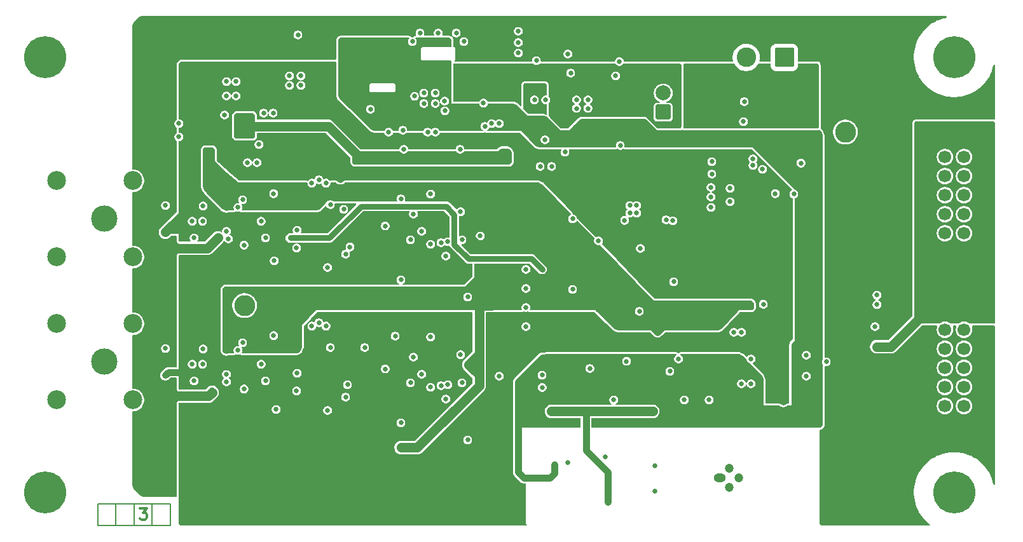
<source format=gbr>
G04 #@! TF.GenerationSoftware,KiCad,Pcbnew,9.0.3*
G04 #@! TF.CreationDate,2025-08-15T00:00:31+02:00*
G04 #@! TF.ProjectId,MADC_ARTY,4d414443-5f41-4525-9459-2e6b69636164,rev?*
G04 #@! TF.SameCoordinates,Original*
G04 #@! TF.FileFunction,Copper,L3,Inr*
G04 #@! TF.FilePolarity,Positive*
%FSLAX46Y46*%
G04 Gerber Fmt 4.6, Leading zero omitted, Abs format (unit mm)*
G04 Created by KiCad (PCBNEW 9.0.3) date 2025-08-15 00:00:31*
%MOMM*%
%LPD*%
G01*
G04 APERTURE LIST*
G04 Aperture macros list*
%AMRoundRect*
0 Rectangle with rounded corners*
0 $1 Rounding radius*
0 $2 $3 $4 $5 $6 $7 $8 $9 X,Y pos of 4 corners*
0 Add a 4 corners polygon primitive as box body*
4,1,4,$2,$3,$4,$5,$6,$7,$8,$9,$2,$3,0*
0 Add four circle primitives for the rounded corners*
1,1,$1+$1,$2,$3*
1,1,$1+$1,$4,$5*
1,1,$1+$1,$6,$7*
1,1,$1+$1,$8,$9*
0 Add four rect primitives between the rounded corners*
20,1,$1+$1,$2,$3,$4,$5,0*
20,1,$1+$1,$4,$5,$6,$7,0*
20,1,$1+$1,$6,$7,$8,$9,0*
20,1,$1+$1,$8,$9,$2,$3,0*%
G04 Aperture macros list end*
G04 #@! TA.AperFunction,NonConductor*
%ADD10C,0.200000*%
G04 #@! TD*
%ADD11C,0.300000*%
G04 #@! TA.AperFunction,NonConductor*
%ADD12C,0.300000*%
G04 #@! TD*
G04 #@! TA.AperFunction,ComponentPad*
%ADD13C,2.500000*%
G04 #@! TD*
G04 #@! TA.AperFunction,ComponentPad*
%ADD14C,3.500000*%
G04 #@! TD*
G04 #@! TA.AperFunction,ComponentPad*
%ADD15RoundRect,0.250000X0.750000X0.750000X-0.750000X0.750000X-0.750000X-0.750000X0.750000X-0.750000X0*%
G04 #@! TD*
G04 #@! TA.AperFunction,ComponentPad*
%ADD16C,2.000000*%
G04 #@! TD*
G04 #@! TA.AperFunction,ComponentPad*
%ADD17C,5.600000*%
G04 #@! TD*
G04 #@! TA.AperFunction,ComponentPad*
%ADD18C,2.800000*%
G04 #@! TD*
G04 #@! TA.AperFunction,ComponentPad*
%ADD19O,1.600000X1.200000*%
G04 #@! TD*
G04 #@! TA.AperFunction,ComponentPad*
%ADD20C,1.200000*%
G04 #@! TD*
G04 #@! TA.AperFunction,ComponentPad*
%ADD21R,1.700000X1.700000*%
G04 #@! TD*
G04 #@! TA.AperFunction,ComponentPad*
%ADD22C,1.700000*%
G04 #@! TD*
G04 #@! TA.AperFunction,ComponentPad*
%ADD23RoundRect,0.250000X1.050000X1.050000X-1.050000X1.050000X-1.050000X-1.050000X1.050000X-1.050000X0*%
G04 #@! TD*
G04 #@! TA.AperFunction,ComponentPad*
%ADD24C,2.600000*%
G04 #@! TD*
G04 #@! TA.AperFunction,ViaPad*
%ADD25C,0.650000*%
G04 #@! TD*
G04 #@! TA.AperFunction,Conductor*
%ADD26C,1.270000*%
G04 #@! TD*
G04 #@! TA.AperFunction,Conductor*
%ADD27C,0.889000*%
G04 #@! TD*
G04 #@! TA.AperFunction,Conductor*
%ADD28C,0.381000*%
G04 #@! TD*
G04 #@! TA.AperFunction,Conductor*
%ADD29C,0.762000*%
G04 #@! TD*
G04 #@! TA.AperFunction,Conductor*
%ADD30C,0.635000*%
G04 #@! TD*
G04 APERTURE END LIST*
D10*
X105791000Y-105537000D02*
X108204000Y-105537000D01*
X108204000Y-108458000D01*
X105791000Y-108458000D01*
X105791000Y-105537000D01*
X100965000Y-105537000D02*
X103378000Y-105537000D01*
X103378000Y-108458000D01*
X100965000Y-108458000D01*
X100965000Y-105537000D01*
X103378000Y-105537000D02*
X105791000Y-105537000D01*
X105791000Y-108458000D01*
X103378000Y-108458000D01*
X103378000Y-105537000D01*
X108204000Y-105537000D02*
X110617000Y-105537000D01*
X110617000Y-108458000D01*
X108204000Y-108458000D01*
X108204000Y-105537000D01*
D11*
D12*
X106583653Y-106123828D02*
X107512225Y-106123828D01*
X107512225Y-106123828D02*
X107012225Y-106695257D01*
X107012225Y-106695257D02*
X107226510Y-106695257D01*
X107226510Y-106695257D02*
X107369368Y-106766685D01*
X107369368Y-106766685D02*
X107440796Y-106838114D01*
X107440796Y-106838114D02*
X107512225Y-106980971D01*
X107512225Y-106980971D02*
X107512225Y-107338114D01*
X107512225Y-107338114D02*
X107440796Y-107480971D01*
X107440796Y-107480971D02*
X107369368Y-107552400D01*
X107369368Y-107552400D02*
X107226510Y-107623828D01*
X107226510Y-107623828D02*
X106797939Y-107623828D01*
X106797939Y-107623828D02*
X106655082Y-107552400D01*
X106655082Y-107552400D02*
X106583653Y-107480971D01*
D13*
G04 #@! TO.N,*
G04 #@! TO.C,J1*
X105654000Y-72644000D03*
X105654000Y-62484000D03*
X95494000Y-72644000D03*
X95494000Y-62484000D03*
D14*
G04 #@! TO.N,/Block Diagram/Auto Zero/AIN*
X101854000Y-67564000D03*
G04 #@! TD*
D15*
G04 #@! TO.N,Net-(U3-Vin)*
G04 #@! TO.C,U3*
X176273500Y-53340000D03*
D16*
G04 #@! TO.N,GND*
X176273500Y-50800000D03*
G04 #@! TO.N,+5V*
X176273500Y-48260000D03*
G04 #@! TD*
D17*
G04 #@! TO.N,N/C*
G04 #@! TO.C,H2*
X215000000Y-46000000D03*
G04 #@! TD*
D18*
G04 #@! TO.N,GND*
G04 #@! TO.C,TP7*
X120523000Y-79121000D03*
G04 #@! TD*
G04 #@! TO.N,GND*
G04 #@! TO.C,TP6*
X200533000Y-56007000D03*
G04 #@! TD*
D13*
G04 #@! TO.N,*
G04 #@! TO.C,J2*
X105654000Y-91694000D03*
X105654000Y-81534000D03*
X95494000Y-91694000D03*
X95494000Y-81534000D03*
D14*
G04 #@! TO.N,/Block Diagram/Auto Zero1/AIN*
X101854000Y-86614000D03*
G04 #@! TD*
D19*
G04 #@! TO.N,/Block Diagram/Voltage Reference/NVREF*
G04 #@! TO.C,U21*
X183769000Y-102108000D03*
D20*
G04 #@! TO.N,GND*
X185039000Y-103378000D03*
G04 #@! TO.N,Net-(R65-Pad2)*
X186309000Y-102108000D03*
G04 #@! TO.N,Net-(R66-Pad1)*
X185039000Y-100838000D03*
G04 #@! TD*
D17*
G04 #@! TO.N,N/C*
G04 #@! TO.C,H3*
X94000000Y-104000000D03*
G04 #@! TD*
G04 #@! TO.N,N/C*
G04 #@! TO.C,H4*
X215000000Y-104000000D03*
G04 #@! TD*
G04 #@! TO.N,N/C*
G04 #@! TO.C,H1*
X94000000Y-46000000D03*
G04 #@! TD*
D21*
G04 #@! TO.N,+3.3VP*
G04 #@! TO.C,J5*
X213800000Y-56800000D03*
D22*
X216340000Y-56800000D03*
G04 #@! TO.N,GND*
X213800000Y-59340000D03*
X216340000Y-59340000D03*
G04 #@! TO.N,/Block Diagram/ADC/AD_ID*
X213800000Y-61880000D03*
G04 #@! TO.N,/Block Diagram/ADC/AD_IIN*
X216340000Y-61880000D03*
G04 #@! TO.N,/Block Diagram/ADC/AD_IRN*
X213800000Y-64420000D03*
G04 #@! TO.N,/Block Diagram/ADC/AD_IRP*
X216340000Y-64420000D03*
G04 #@! TO.N,/Block Diagram/ADC/SW_VRH*
X213800000Y-66960000D03*
G04 #@! TO.N,/Block Diagram/ADC/AD_CMP*
X216340000Y-66960000D03*
G04 #@! TO.N,/Block Diagram/Gain/GAIN_x10*
X213800000Y-69500000D03*
G04 #@! TO.N,/Block Diagram/Gain/GAIN_x100*
X216340000Y-69500000D03*
G04 #@! TD*
D21*
G04 #@! TO.N,+3.3VP*
G04 #@! TO.C,J4*
X213800000Y-79800000D03*
D22*
X216340000Y-79800000D03*
G04 #@! TO.N,GND*
X213800000Y-82340000D03*
X216340000Y-82340000D03*
G04 #@! TO.N,Net-(J4-Pin_5)*
X213800000Y-84880000D03*
G04 #@! TO.N,unconnected-(J4-Pin_6-Pad6)*
X216340000Y-84880000D03*
G04 #@! TO.N,/Block Diagram/Auto Zero/AZ_CTR*
X213800000Y-87420000D03*
G04 #@! TO.N,unconnected-(J4-Pin_8-Pad8)*
X216340000Y-87420000D03*
G04 #@! TO.N,unconnected-(J4-Pin_9-Pad9)*
X213800000Y-89960000D03*
G04 #@! TO.N,unconnected-(J4-Pin_10-Pad10)*
X216340000Y-89960000D03*
G04 #@! TO.N,unconnected-(J4-Pin_11-Pad11)*
X213800000Y-92500000D03*
G04 #@! TO.N,unconnected-(J4-Pin_12-Pad12)*
X216340000Y-92500000D03*
G04 #@! TD*
D23*
G04 #@! TO.N,Net-(J3-Pin_1)*
G04 #@! TO.C,J3*
X192405000Y-46055500D03*
D24*
G04 #@! TO.N,GND*
X187325000Y-46055500D03*
G04 #@! TD*
D25*
G04 #@! TO.N,GND*
X159131000Y-51719000D03*
X154432000Y-54864000D03*
X118110000Y-51181000D03*
X161417000Y-60579000D03*
X163195000Y-58674000D03*
X122738000Y-67889000D03*
X122174000Y-60071000D03*
X148717000Y-42799000D03*
X111760000Y-54864000D03*
X119380000Y-51181000D03*
X141351000Y-75692000D03*
X160625000Y-51719000D03*
X186690000Y-89535000D03*
X172720000Y-65786000D03*
X177673000Y-75946000D03*
X123317000Y-89154000D03*
X170561000Y-57785000D03*
X185674000Y-82677000D03*
X163576000Y-45593000D03*
X159893000Y-60579000D03*
X177546000Y-67818000D03*
X163957000Y-48133000D03*
X127508000Y-88138000D03*
X166253000Y-52840500D03*
X118110000Y-89281000D03*
X109982000Y-84836000D03*
X176657000Y-67691000D03*
X124397000Y-83122000D03*
X169672000Y-91694000D03*
X163585000Y-100067000D03*
X124397000Y-64199000D03*
X166253000Y-51697500D03*
X144399000Y-52197000D03*
X113538000Y-67889000D03*
X156972000Y-44069000D03*
X119634000Y-66040000D03*
X186944000Y-54610000D03*
X160160000Y-90030000D03*
X182753000Y-59944000D03*
X139700000Y-56007000D03*
X117856000Y-53721000D03*
X156972000Y-45466000D03*
X142621000Y-89408000D03*
X169926000Y-48514000D03*
X118110000Y-88265000D03*
X113792000Y-70104000D03*
X149733000Y-43942000D03*
X171831000Y-66802000D03*
X122428000Y-57658000D03*
X187071000Y-51943000D03*
X114999000Y-84900000D03*
X178308000Y-86233000D03*
X197993000Y-86614000D03*
X204724000Y-77724000D03*
X145923000Y-50800000D03*
X123317000Y-70104000D03*
X124333000Y-53467000D03*
X119634000Y-85090000D03*
X109982000Y-65786000D03*
X127508000Y-69088000D03*
X182372000Y-91694000D03*
X145923000Y-52197000D03*
X143891000Y-42799000D03*
X182753000Y-61595000D03*
X150241000Y-97028000D03*
X126492000Y-49784000D03*
X170434000Y-46609000D03*
X160147000Y-88392000D03*
X149479000Y-89408000D03*
X111760000Y-56642000D03*
X187960000Y-86233000D03*
X185166000Y-63500000D03*
X166500000Y-87500000D03*
X173101000Y-79883000D03*
X150241000Y-77978000D03*
X175133000Y-103886000D03*
X187960000Y-89535000D03*
X128016000Y-49784000D03*
X142621000Y-70358000D03*
X127444000Y-90488000D03*
X118110000Y-69215000D03*
X175133000Y-100457000D03*
X113538000Y-86939000D03*
X185166000Y-65278000D03*
X164729000Y-52840500D03*
X149479000Y-70358000D03*
X114999000Y-65850000D03*
X142875000Y-43942000D03*
X144399000Y-50800000D03*
X164729000Y-51697500D03*
X123063000Y-53467000D03*
X172720000Y-66802000D03*
X118364000Y-70231000D03*
X156972000Y-42545000D03*
X113792000Y-89154000D03*
X128016000Y-48514000D03*
X118110000Y-49276000D03*
X126492000Y-48514000D03*
X204724000Y-78994000D03*
X146304000Y-42799000D03*
X186690000Y-82677000D03*
X122738000Y-86939000D03*
X153416000Y-54864000D03*
X127445000Y-71438000D03*
X119380000Y-49276000D03*
X167640000Y-70485000D03*
X204470000Y-81915000D03*
X179070000Y-91694000D03*
X120904000Y-60071000D03*
X141351000Y-94742000D03*
X171831000Y-65786000D03*
G04 #@! TO.N,+18V*
X133350000Y-43942000D03*
X161798000Y-100330000D03*
X133858000Y-44704000D03*
X182436000Y-92901000D03*
X134366000Y-43942000D03*
X168529000Y-99314000D03*
X181737000Y-86233000D03*
X169037000Y-86233000D03*
X188282000Y-92642000D03*
G04 #@! TO.N,-18V*
X174879000Y-93218000D03*
X168910000Y-105283000D03*
X161290000Y-93116400D03*
X121285000Y-55245000D03*
X155448000Y-58801000D03*
X189611000Y-78948000D03*
X121285000Y-54102000D03*
X155448000Y-59944000D03*
X121285000Y-56261000D03*
G04 #@! TO.N,+24V*
X189865000Y-52705000D03*
X191196000Y-64201000D03*
X182626000Y-66040000D03*
X188214000Y-59563000D03*
X193675000Y-64262000D03*
X189865000Y-51816000D03*
X182626000Y-63373000D03*
X188214000Y-60452000D03*
X188849000Y-52705000D03*
X189865000Y-50927000D03*
X188833915Y-50901243D03*
X182626000Y-64643000D03*
X188849000Y-51816000D03*
G04 #@! TO.N,+5V*
X162814000Y-53848000D03*
X149225000Y-58293000D03*
X173228000Y-52832000D03*
X141732000Y-58293000D03*
X149352000Y-51054000D03*
X172212000Y-51816000D03*
X173228000Y-51816000D03*
X172212000Y-52832000D03*
X162814000Y-54610000D03*
X149341000Y-49922000D03*
G04 #@! TO.N,+3.3V*
X166497000Y-45720000D03*
X203200000Y-72644000D03*
X165669000Y-45720000D03*
X167325000Y-45720000D03*
X126619000Y-70104000D03*
X208153000Y-57658000D03*
X208153000Y-56769000D03*
X116967000Y-70104000D03*
X116209496Y-90690448D03*
X198120000Y-85471000D03*
X160147000Y-74295000D03*
X208153000Y-55880000D03*
X203200000Y-71882000D03*
G04 #@! TO.N,Net-(U4-EN1)*
X144907000Y-56007000D03*
G04 #@! TO.N,+3.3VP*
X204711000Y-84595000D03*
G04 #@! TO.N,Net-(U4-VREG)*
X147159002Y-51872000D03*
G04 #@! TO.N,Net-(U4-VREF)*
X147207180Y-53172000D03*
G04 #@! TO.N,Net-(D1-A)*
X189484000Y-60960000D03*
X194625000Y-60137000D03*
G04 #@! TO.N,/Block Diagram/Gain/GAIN_x10*
X157988000Y-81915000D03*
G04 #@! TO.N,/Block Diagram/Gain/GAIN_x100*
X157988000Y-76835000D03*
G04 #@! TO.N,/Block Diagram/Analog Channels/OUT*
X151892000Y-69850000D03*
X146685000Y-70739000D03*
X133731000Y-66294000D03*
G04 #@! TO.N,/Block Diagram/Analog Channels/IN*
X120269000Y-65024000D03*
X124460000Y-73152000D03*
G04 #@! TO.N,Net-(Q2-C)*
X149288500Y-66611500D03*
X131953000Y-65659000D03*
X130429000Y-62357000D03*
G04 #@! TO.N,Net-(Q2-B)*
X145288000Y-64262000D03*
G04 #@! TO.N,Net-(Q5-C)*
X147574000Y-70612000D03*
X133985000Y-72263000D03*
G04 #@! TO.N,Net-(Q2-E)*
X131379000Y-62799000D03*
G04 #@! TO.N,Net-(Q3-E)*
X141351000Y-64897000D03*
X129479000Y-62799000D03*
G04 #@! TO.N,Net-(Q5-B)*
X134559000Y-71313000D03*
G04 #@! TO.N,Net-(Q5-E)*
X139258000Y-68514000D03*
X131572000Y-74041000D03*
G04 #@! TO.N,Net-(Q6-B)*
X145288000Y-70947000D03*
G04 #@! TO.N,/Block Diagram/Analog Channels1/IN*
X120269000Y-84074000D03*
X124714000Y-92964000D03*
G04 #@! TO.N,/Block Diagram/Analog Channels1/OUT*
X164211000Y-67564000D03*
X164211000Y-76962000D03*
X154432000Y-88519000D03*
X146685000Y-89789000D03*
X136525000Y-84709000D03*
G04 #@! TO.N,+16V*
X192278000Y-91948000D03*
X146731000Y-87249000D03*
X113919000Y-47117000D03*
X145415000Y-87249000D03*
X174117000Y-75946000D03*
X145415000Y-66929000D03*
X145415000Y-68199000D03*
X109982000Y-88392000D03*
X146731000Y-68199000D03*
X119634000Y-69215000D03*
X133289000Y-62296000D03*
X141859000Y-86995000D03*
X150241000Y-74549000D03*
X150241000Y-93599000D03*
X146731000Y-85979000D03*
X146731000Y-66929000D03*
X133289000Y-81346000D03*
X141859000Y-67945000D03*
X119634000Y-88265000D03*
X112268000Y-47117000D03*
X177546000Y-70231000D03*
X145415000Y-85979000D03*
X115443000Y-47117000D03*
X109982000Y-69342000D03*
G04 #@! TO.N,-16V*
X118110000Y-85090000D03*
X150368000Y-86995000D03*
X187833000Y-78994000D03*
X141351000Y-98044000D03*
X127508000Y-65913000D03*
X175514000Y-82677000D03*
X127508000Y-84963000D03*
X150368000Y-67945000D03*
X115443000Y-58674000D03*
X115443000Y-60071000D03*
X118110000Y-66040000D03*
X165481000Y-72771000D03*
X141351000Y-78994000D03*
G04 #@! TO.N,-7V*
X177165000Y-87884000D03*
X195326000Y-88519000D03*
G04 #@! TO.N,+7V*
X171389000Y-86548000D03*
X195326000Y-85725000D03*
G04 #@! TO.N,Net-(U4-SS)*
X141605000Y-55753000D03*
G04 #@! TO.N,/Block Diagram/Auto Zero/AZ_CTR*
X120459000Y-71056000D03*
X114935000Y-67889000D03*
X114935000Y-86939000D03*
X120459000Y-90233000D03*
G04 #@! TO.N,Net-(Q10-C)*
X131953000Y-84709000D03*
X149288500Y-85661500D03*
X130429000Y-81407000D03*
G04 #@! TO.N,Net-(Q10-B)*
X145288000Y-83312000D03*
G04 #@! TO.N,Net-(Q10-E)*
X131379000Y-81849000D03*
G04 #@! TO.N,Net-(Q13-B)*
X134239000Y-89662000D03*
G04 #@! TO.N,Net-(Q13-C)*
X133985000Y-91313000D03*
X147574000Y-89662000D03*
G04 #@! TO.N,Net-(Q11-E)*
X129479000Y-81849000D03*
X140589000Y-83185000D03*
G04 #@! TO.N,Net-(Q13-E)*
X139258000Y-87564000D03*
X131572000Y-93091000D03*
G04 #@! TO.N,Net-(Q14-B)*
X145288000Y-89997000D03*
G04 #@! TO.N,Net-(R29-Pad2)*
X127635000Y-43053000D03*
G04 #@! TO.N,Net-(R48-Pad1)*
X171132500Y-67754500D03*
X173228000Y-71501000D03*
G04 #@! TO.N,Net-(U4-EN2)*
X145923000Y-56007000D03*
G04 #@! TO.N,Net-(C11-Pad1)*
X152527000Y-55245000D03*
G04 #@! TO.N,Net-(U1A-+)*
X143002000Y-66929000D03*
X144112500Y-69215000D03*
X147320000Y-72517000D03*
G04 #@! TO.N,Net-(R22-Pad2)*
X137287000Y-52959000D03*
G04 #@! TO.N,Net-(R23-Pad2)*
X152337000Y-52134000D03*
G04 #@! TO.N,Net-(R30-Pad1)*
X160528000Y-57023000D03*
G04 #@! TO.N,Net-(R32-Pad2)*
X159385000Y-46482000D03*
G04 #@! TO.N,Net-(R44-Pad2)*
X157988000Y-79375000D03*
G04 #@! TO.N,Net-(R45-Pad2)*
X157988000Y-74295000D03*
G04 #@! TO.N,Net-(U25A-+)*
X144112500Y-88265000D03*
X143002000Y-85979000D03*
X147320000Y-91567000D03*
G04 #@! TO.N,Net-(U10-EN)*
X159639000Y-50165000D03*
X158623000Y-50159500D03*
X158623000Y-53214500D03*
X159639000Y-53213000D03*
G04 #@! TO.N,Net-(U4-SYNC{slash}FREQ)*
X143167998Y-51222000D03*
G04 #@! TD*
D26*
G04 #@! TO.N,+18V*
X165481000Y-54864000D02*
X173609000Y-54864000D01*
X190382000Y-94742000D02*
X188282000Y-92642000D01*
D27*
X157734000Y-102108000D02*
X161163000Y-102108000D01*
X172593000Y-89789000D02*
X168910000Y-86106000D01*
D26*
X150495000Y-53467000D02*
X156845000Y-53467000D01*
X196850000Y-81534000D02*
X193929000Y-84455000D01*
D27*
X161798000Y-101473000D02*
X161798000Y-100330000D01*
D26*
X149225000Y-54737000D02*
X150495000Y-53467000D01*
D27*
X181737000Y-86233000D02*
X181673500Y-86233000D01*
D26*
X162306000Y-56388000D02*
X163957000Y-56388000D01*
X156845000Y-53467000D02*
X158115000Y-54737000D01*
X158115000Y-54737000D02*
X160655000Y-54737000D01*
X163957000Y-56388000D02*
X165481000Y-54864000D01*
D27*
X181737000Y-86233000D02*
X186436000Y-86233000D01*
X186436000Y-86233000D02*
X189103000Y-88900000D01*
X181673500Y-86233000D02*
X178117500Y-89789000D01*
D26*
X193294000Y-94742000D02*
X190382000Y-94742000D01*
X193929000Y-84455000D02*
X193929000Y-94107000D01*
D27*
X189103000Y-92075000D02*
X188536000Y-92642000D01*
X178117500Y-89789000D02*
X172593000Y-89789000D01*
X160147000Y-86106000D02*
X156972000Y-89281000D01*
D26*
X196850000Y-57404000D02*
X196850000Y-81534000D01*
X195834000Y-56388000D02*
X196850000Y-57404000D01*
X160655000Y-54737000D02*
X162306000Y-56388000D01*
X173609000Y-54864000D02*
X175133000Y-56388000D01*
X175133000Y-56388000D02*
X195834000Y-56388000D01*
D27*
X188536000Y-92642000D02*
X188282000Y-92642000D01*
X161163000Y-102108000D02*
X161798000Y-101473000D01*
X156972000Y-89281000D02*
X156972000Y-101346000D01*
X189103000Y-88900000D02*
X189103000Y-92075000D01*
D26*
X193929000Y-94107000D02*
X193294000Y-94742000D01*
D27*
X168910000Y-86106000D02*
X160147000Y-86106000D01*
X156972000Y-101346000D02*
X157734000Y-102108000D01*
D26*
G04 #@! TO.N,-18V*
X131699000Y-55245000D02*
X121285000Y-55245000D01*
D28*
X155448000Y-58801000D02*
X155448000Y-59944000D01*
D26*
X136144000Y-59690000D02*
X131699000Y-55245000D01*
X153924000Y-59690000D02*
X136144000Y-59690000D01*
X154813000Y-58801000D02*
X153924000Y-59690000D01*
D27*
X168910000Y-105283000D02*
X168910000Y-101346000D01*
D26*
X155448000Y-58801000D02*
X154813000Y-58801000D01*
D27*
X168910000Y-101346000D02*
X165989000Y-98425000D01*
X165989000Y-98425000D02*
X165989000Y-93218000D01*
D26*
X165989000Y-93218000D02*
X174879000Y-93218000D01*
X166751000Y-93218000D02*
X161391600Y-93218000D01*
D27*
G04 #@! TO.N,+3.3V*
X208153000Y-47752000D02*
X208153000Y-55880000D01*
X112522000Y-41529000D02*
X165354000Y-41529000D01*
X167513000Y-41656000D02*
X202057000Y-41656000D01*
D29*
X203200000Y-71882000D02*
X203200000Y-72644000D01*
D27*
X202057000Y-41656000D02*
X208153000Y-47752000D01*
D29*
X148446500Y-70973402D02*
X148446500Y-67003402D01*
X203200000Y-66548000D02*
X208153000Y-61595000D01*
D27*
X108204000Y-69553127D02*
X108204000Y-89154000D01*
D29*
X147356098Y-65913000D02*
X136017000Y-65913000D01*
X160147000Y-74295000D02*
X158750000Y-72898000D01*
D26*
X116967000Y-70104000D02*
X115570000Y-71501000D01*
D29*
X203200000Y-71882000D02*
X203200000Y-66548000D01*
D26*
X116209496Y-90690448D02*
X115713944Y-91186000D01*
X115713944Y-91186000D02*
X110236000Y-91186000D01*
D29*
X203200000Y-75057000D02*
X201295000Y-76962000D01*
X131826000Y-70104000D02*
X126619000Y-70104000D01*
D27*
X108204000Y-71501000D02*
X108204000Y-69553127D01*
X108204000Y-89154000D02*
X110236000Y-91186000D01*
D29*
X136017000Y-65913000D02*
X131826000Y-70104000D01*
X201295000Y-76962000D02*
X201295000Y-82296000D01*
D27*
X166497000Y-42672000D02*
X166497000Y-45720000D01*
D29*
X150371098Y-72898000D02*
X148446500Y-70973402D01*
X208153000Y-61595000D02*
X208153000Y-55880000D01*
D27*
X165354000Y-41529000D02*
X166497000Y-42672000D01*
X166497000Y-42672000D02*
X167513000Y-41656000D01*
D29*
X201295000Y-82296000D02*
X198120000Y-85471000D01*
D26*
X115570000Y-71501000D02*
X108204000Y-71501000D01*
D27*
X108204000Y-45847000D02*
X112522000Y-41529000D01*
D29*
X158750000Y-72898000D02*
X150371098Y-72898000D01*
D27*
X108204000Y-69553127D02*
X108204000Y-45847000D01*
D29*
X148446500Y-67003402D02*
X147356098Y-65913000D01*
X203200000Y-72644000D02*
X203200000Y-75057000D01*
D26*
G04 #@! TO.N,+3.3VP*
X211582000Y-79629000D02*
X213868000Y-79629000D01*
X206616000Y-84595000D02*
X211582000Y-79629000D01*
X204711000Y-84595000D02*
X206616000Y-84595000D01*
D27*
G04 #@! TO.N,+16V*
X118872000Y-67945000D02*
X119634000Y-68707000D01*
X136210000Y-81346000D02*
X141859000Y-86995000D01*
X133289000Y-62296000D02*
X133289000Y-61026000D01*
X125476000Y-72136000D02*
X126365000Y-73025000D01*
X144907000Y-72263000D02*
X147193000Y-74549000D01*
D30*
X128901902Y-89010500D02*
X132858500Y-85053902D01*
D27*
X115570000Y-55880000D02*
X115570000Y-54229000D01*
D30*
X119634000Y-88265000D02*
X126111000Y-88265000D01*
D27*
X115570000Y-69088000D02*
X116713000Y-67945000D01*
X113284000Y-66040000D02*
X113284000Y-58166000D01*
X141859000Y-67945000D02*
X141224000Y-68580000D01*
X113284000Y-58166000D02*
X115570000Y-55880000D01*
X193040000Y-82550000D02*
X193040000Y-78740000D01*
D30*
X132858500Y-85053902D02*
X132858500Y-81776500D01*
D27*
X141224000Y-70485000D02*
X143002000Y-72263000D01*
X191008000Y-90678000D02*
X191008000Y-84582000D01*
X144780000Y-86995000D02*
X145288000Y-87503000D01*
X109982000Y-69342000D02*
X110236000Y-69088000D01*
X133289000Y-61026000D02*
X131064000Y-58801000D01*
X192278000Y-91948000D02*
X191008000Y-90678000D01*
D30*
X126856500Y-89010500D02*
X128901902Y-89010500D01*
D26*
X111569500Y-67754500D02*
X111569500Y-68135500D01*
D27*
X147193000Y-74549000D02*
X150241000Y-74549000D01*
D26*
X111569500Y-67754500D02*
X113284000Y-66040000D01*
D27*
X110236000Y-69088000D02*
X115570000Y-69088000D01*
X120650001Y-69215000D02*
X123571001Y-72136000D01*
X190627000Y-76327000D02*
X184150000Y-76327000D01*
X141859000Y-86995000D02*
X144780000Y-86995000D01*
X110363000Y-88011000D02*
X115443000Y-88011000D01*
X141732000Y-67310000D02*
X141859000Y-67437000D01*
X141859000Y-67437000D02*
X141859000Y-67945000D01*
X126365000Y-73025000D02*
X131191000Y-73025000D01*
X184150000Y-76327000D02*
X182753000Y-77724000D01*
X115570000Y-56007000D02*
X115570000Y-55880000D01*
X174117000Y-75946000D02*
X174117000Y-72390000D01*
D26*
X111569500Y-68135500D02*
X112014000Y-68580000D01*
D27*
X182753000Y-77724000D02*
X175895000Y-77724000D01*
X109982000Y-88392000D02*
X110363000Y-88011000D01*
X145288000Y-87376000D02*
X145415000Y-87249000D01*
X119634000Y-68707000D02*
X119634000Y-69215000D01*
X176276000Y-70231000D02*
X177546000Y-70231000D01*
X119634000Y-69215000D02*
X120650001Y-69215000D01*
X131064000Y-58801000D02*
X118364000Y-58801000D01*
X145288000Y-87503000D02*
X145288000Y-87376000D01*
X143002000Y-72263000D02*
X144907000Y-72263000D01*
X193040000Y-78740000D02*
X190627000Y-76327000D01*
X123571001Y-72136000D02*
X125476000Y-72136000D01*
D30*
X126111000Y-88265000D02*
X126856500Y-89010500D01*
D27*
X191008000Y-84582000D02*
X193040000Y-82550000D01*
X136906000Y-67310000D02*
X141732000Y-67310000D01*
X175895000Y-77724000D02*
X174117000Y-75946000D01*
X133289000Y-81346000D02*
X136210000Y-81346000D01*
X115443000Y-88011000D02*
X116205000Y-87249000D01*
D26*
X109982000Y-69342000D02*
X111569500Y-67754500D01*
D27*
X115570000Y-55880000D02*
X115570000Y-51816000D01*
X118364000Y-58801000D02*
X115570000Y-56007000D01*
X116713000Y-67945000D02*
X118872000Y-67945000D01*
X174117000Y-72390000D02*
X176276000Y-70231000D01*
X131191000Y-73025000D02*
X136906000Y-67310000D01*
D30*
X132858500Y-81776500D02*
X133289000Y-81346000D01*
D27*
X116205000Y-87249000D02*
X118618000Y-87249000D01*
X141224000Y-68580000D02*
X141224000Y-70485000D01*
X118618000Y-87249000D02*
X119634000Y-88265000D01*
G04 #@! TO.N,-16V*
X140081000Y-63246000D02*
X149098000Y-63246000D01*
D26*
X150368000Y-86995000D02*
X151765000Y-85598000D01*
D27*
X119907598Y-81895402D02*
X120269000Y-81534000D01*
D26*
X153416000Y-79121000D02*
X151765000Y-79121000D01*
D27*
X118110000Y-66040000D02*
X118110000Y-64151500D01*
X176022000Y-81407000D02*
X176022000Y-82169000D01*
X150368000Y-64516000D02*
X150368000Y-67945000D01*
X129794000Y-65913000D02*
X131699000Y-64008000D01*
X127508000Y-84963000D02*
X127508000Y-81280000D01*
X176022000Y-82169000D02*
X175514000Y-82677000D01*
X115443000Y-58674000D02*
X115443000Y-60071000D01*
X119907598Y-82696598D02*
X119907598Y-81895402D01*
X115443000Y-60833000D02*
X118110000Y-63500000D01*
X167513000Y-74803000D02*
X165481000Y-72771000D01*
X149987000Y-79121000D02*
X154305000Y-79121000D01*
X175006000Y-81407000D02*
X175514000Y-81407000D01*
X120015000Y-82804000D02*
X119907598Y-82696598D01*
X118110000Y-63500000D02*
X118110000Y-64151500D01*
X149987000Y-79121000D02*
X153416000Y-79121000D01*
X167513000Y-78867000D02*
X167513000Y-77851000D01*
D26*
X151765000Y-79121000D02*
X151765000Y-85471000D01*
D27*
X139319000Y-64008000D02*
X140081000Y-63246000D01*
X167259000Y-78105000D02*
X167513000Y-77851000D01*
X149098000Y-63246000D02*
X150368000Y-64516000D01*
X115443000Y-60071000D02*
X115443000Y-60833000D01*
X155321000Y-78105000D02*
X167259000Y-78105000D01*
X170053000Y-81407000D02*
X167513000Y-78867000D01*
X127508000Y-83947000D02*
X127508000Y-84963000D01*
X150368000Y-67945000D02*
X150368000Y-69723000D01*
X129667000Y-79121000D02*
X140970000Y-79121000D01*
X120269000Y-81534000D02*
X125095000Y-81534000D01*
X141732000Y-79121000D02*
X149987000Y-79121000D01*
X121285000Y-63627000D02*
X123571000Y-65913000D01*
D26*
X151765000Y-85471000D02*
X151765000Y-86995000D01*
D27*
X118110000Y-83820000D02*
X119126000Y-82804000D01*
X141605000Y-79121000D02*
X141668500Y-79057500D01*
X154305000Y-79121000D02*
X155321000Y-78105000D01*
D26*
X150368000Y-86995000D02*
X151765000Y-88392000D01*
X143510000Y-98044000D02*
X141351000Y-98044000D01*
D27*
X150368000Y-69723000D02*
X151511000Y-70866000D01*
X119126000Y-82804000D02*
X120015000Y-82804000D01*
X125095000Y-81534000D02*
X127508000Y-83947000D01*
D26*
X151765000Y-86995000D02*
X150368000Y-86995000D01*
X151765000Y-88392000D02*
X151765000Y-89789000D01*
D27*
X184785000Y-78994000D02*
X187833000Y-78994000D01*
X167513000Y-77851000D02*
X167513000Y-74803000D01*
X127508000Y-65913000D02*
X129794000Y-65913000D01*
X151511000Y-70866000D02*
X163576000Y-70866000D01*
D26*
X151765000Y-86995000D02*
X151765000Y-88392000D01*
D27*
X118110000Y-64151500D02*
X118634500Y-63627000D01*
D26*
X151765000Y-89789000D02*
X143510000Y-98044000D01*
D27*
X127508000Y-81280000D02*
X129667000Y-79121000D01*
X141668500Y-79057500D02*
X141732000Y-79121000D01*
X140970000Y-79121000D02*
X141351000Y-78740000D01*
D26*
X151765000Y-85598000D02*
X151765000Y-85471000D01*
D27*
X140970000Y-79121000D02*
X141605000Y-79121000D01*
X163576000Y-70866000D02*
X165481000Y-72771000D01*
X176022000Y-81407000D02*
X182372000Y-81407000D01*
X175514000Y-82677000D02*
X175006000Y-82169000D01*
X182372000Y-81407000D02*
X184785000Y-78994000D01*
X118634500Y-63627000D02*
X121285000Y-63627000D01*
X131699000Y-64008000D02*
X139319000Y-64008000D01*
X123571000Y-65913000D02*
X127508000Y-65913000D01*
X175006000Y-82169000D02*
X175006000Y-81407000D01*
X175514000Y-81407000D02*
X175514000Y-82677000D01*
X175006000Y-81407000D02*
X170053000Y-81407000D01*
X141351000Y-78740000D02*
X141668500Y-79057500D01*
X118110000Y-85090000D02*
X118110000Y-83820000D01*
X175514000Y-81407000D02*
X176022000Y-81407000D01*
G04 #@! TD*
G04 #@! TA.AperFunction,Conductor*
G04 #@! TO.N,-18V*
G36*
X121684306Y-53485306D02*
G01*
X121901694Y-53702694D01*
X121920000Y-53746888D01*
X121920000Y-56616112D01*
X121901694Y-56660306D01*
X121684306Y-56877694D01*
X121640112Y-56896000D01*
X119405888Y-56896000D01*
X119361694Y-56877694D01*
X119144306Y-56660306D01*
X119126000Y-56616112D01*
X119126000Y-53746888D01*
X119144306Y-53702694D01*
X119361694Y-53485306D01*
X119405888Y-53467000D01*
X121640112Y-53467000D01*
X121684306Y-53485306D01*
G37*
G04 #@! TD.AperFunction*
G04 #@! TD*
G04 #@! TA.AperFunction,Conductor*
G04 #@! TO.N,+18V*
G36*
X174772261Y-55136306D02*
G01*
X175299643Y-55663688D01*
X175383830Y-55719940D01*
X175425196Y-55737074D01*
X175427419Y-55738126D01*
X175428024Y-55738246D01*
X175428025Y-55738247D01*
X175527331Y-55758000D01*
X178536618Y-55758000D01*
X178635924Y-55738245D01*
X178680116Y-55719939D01*
X178764299Y-55663688D01*
X178771803Y-55656183D01*
X178815993Y-55637875D01*
X178860187Y-55656175D01*
X178867700Y-55663688D01*
X178951887Y-55719940D01*
X178993253Y-55737074D01*
X178995476Y-55738126D01*
X178996081Y-55738246D01*
X178996082Y-55738247D01*
X179095388Y-55758000D01*
X195911678Y-55758000D01*
X195914737Y-55758075D01*
X195915226Y-55758098D01*
X195917021Y-55758187D01*
X195928788Y-55758476D01*
X195929751Y-55758500D01*
X195929754Y-55758500D01*
X196824112Y-55758500D01*
X196824113Y-55758500D01*
X196923419Y-55738746D01*
X196967613Y-55720440D01*
X196987204Y-55707349D01*
X197034117Y-55698015D01*
X197066121Y-55715121D01*
X197296604Y-55945604D01*
X197310152Y-55965880D01*
X197480242Y-56376513D01*
X197485000Y-56400431D01*
X197485000Y-85400263D01*
X197484699Y-85406390D01*
X197484500Y-85408410D01*
X197484500Y-85533592D01*
X197484699Y-85535613D01*
X197485000Y-85541739D01*
X197485000Y-86318134D01*
X197476627Y-86349383D01*
X197452993Y-86390318D01*
X197452990Y-86390326D01*
X197413501Y-86537700D01*
X197413500Y-86537708D01*
X197413500Y-86690291D01*
X197413501Y-86690299D01*
X197452991Y-86837677D01*
X197452992Y-86837679D01*
X197463834Y-86856458D01*
X197476626Y-86878614D01*
X197485000Y-86909863D01*
X197485000Y-95097112D01*
X197466694Y-95141306D01*
X197249306Y-95358694D01*
X197205112Y-95377000D01*
X166750500Y-95377000D01*
X166706306Y-95358694D01*
X166688000Y-95314500D01*
X166688000Y-94170000D01*
X166706306Y-94125806D01*
X166750500Y-94107500D01*
X174966608Y-94107500D01*
X175138458Y-94073317D01*
X175300336Y-94006265D01*
X175446023Y-93908920D01*
X175569920Y-93785023D01*
X175667265Y-93639336D01*
X175734317Y-93477458D01*
X175768500Y-93305608D01*
X175768500Y-93130392D01*
X175734317Y-92958542D01*
X175667265Y-92796664D01*
X175569920Y-92650977D01*
X175446023Y-92527080D01*
X175391945Y-92490946D01*
X175300338Y-92429736D01*
X175300336Y-92429735D01*
X175138456Y-92362682D01*
X174966608Y-92328500D01*
X169965266Y-92328500D01*
X169921072Y-92310194D01*
X169902766Y-92266000D01*
X169921072Y-92221806D01*
X169934013Y-92211874D01*
X170027821Y-92157715D01*
X170135715Y-92049821D01*
X170212008Y-91917678D01*
X170251500Y-91770293D01*
X170251500Y-91617708D01*
X178490500Y-91617708D01*
X178490500Y-91770291D01*
X178490501Y-91770299D01*
X178529990Y-91917673D01*
X178529991Y-91917677D01*
X178606286Y-92049822D01*
X178606289Y-92049826D01*
X178714173Y-92157710D01*
X178714177Y-92157713D01*
X178714179Y-92157715D01*
X178846322Y-92234008D01*
X178993707Y-92273500D01*
X178993708Y-92273500D01*
X179146292Y-92273500D01*
X179146293Y-92273500D01*
X179293678Y-92234008D01*
X179425821Y-92157715D01*
X179533715Y-92049821D01*
X179610008Y-91917678D01*
X179649500Y-91770293D01*
X179649500Y-91617708D01*
X181792500Y-91617708D01*
X181792500Y-91770291D01*
X181792501Y-91770299D01*
X181831990Y-91917673D01*
X181831991Y-91917677D01*
X181908286Y-92049822D01*
X181908289Y-92049826D01*
X182016173Y-92157710D01*
X182016177Y-92157713D01*
X182016179Y-92157715D01*
X182148322Y-92234008D01*
X182295707Y-92273500D01*
X182295708Y-92273500D01*
X182448292Y-92273500D01*
X182448293Y-92273500D01*
X182595678Y-92234008D01*
X182727821Y-92157715D01*
X182835715Y-92049821D01*
X182912008Y-91917678D01*
X182951500Y-91770293D01*
X182951500Y-91617707D01*
X182912008Y-91470322D01*
X182835715Y-91338179D01*
X182835713Y-91338177D01*
X182835710Y-91338173D01*
X182727826Y-91230289D01*
X182727822Y-91230286D01*
X182727821Y-91230285D01*
X182661749Y-91192138D01*
X182595677Y-91153991D01*
X182595673Y-91153990D01*
X182448299Y-91114501D01*
X182448294Y-91114500D01*
X182448293Y-91114500D01*
X182295707Y-91114500D01*
X182295706Y-91114500D01*
X182295700Y-91114501D01*
X182148326Y-91153990D01*
X182148322Y-91153991D01*
X182016177Y-91230286D01*
X182016173Y-91230289D01*
X181908289Y-91338173D01*
X181908286Y-91338177D01*
X181831991Y-91470322D01*
X181831990Y-91470326D01*
X181792501Y-91617700D01*
X181792500Y-91617708D01*
X179649500Y-91617708D01*
X179649500Y-91617707D01*
X179610008Y-91470322D01*
X179533715Y-91338179D01*
X179533713Y-91338177D01*
X179533710Y-91338173D01*
X179425826Y-91230289D01*
X179425822Y-91230286D01*
X179425821Y-91230285D01*
X179359749Y-91192138D01*
X179293677Y-91153991D01*
X179293673Y-91153990D01*
X179146299Y-91114501D01*
X179146294Y-91114500D01*
X179146293Y-91114500D01*
X178993707Y-91114500D01*
X178993706Y-91114500D01*
X178993700Y-91114501D01*
X178846326Y-91153990D01*
X178846322Y-91153991D01*
X178714177Y-91230286D01*
X178714173Y-91230289D01*
X178606289Y-91338173D01*
X178606286Y-91338177D01*
X178529991Y-91470322D01*
X178529990Y-91470326D01*
X178490501Y-91617700D01*
X178490500Y-91617708D01*
X170251500Y-91617708D01*
X170251500Y-91617707D01*
X170212008Y-91470322D01*
X170135715Y-91338179D01*
X170135713Y-91338177D01*
X170135710Y-91338173D01*
X170027826Y-91230289D01*
X170027822Y-91230286D01*
X170027821Y-91230285D01*
X169961749Y-91192138D01*
X169895677Y-91153991D01*
X169895673Y-91153990D01*
X169748299Y-91114501D01*
X169748294Y-91114500D01*
X169748293Y-91114500D01*
X169595707Y-91114500D01*
X169595706Y-91114500D01*
X169595700Y-91114501D01*
X169448326Y-91153990D01*
X169448322Y-91153991D01*
X169316177Y-91230286D01*
X169316173Y-91230289D01*
X169208289Y-91338173D01*
X169208286Y-91338177D01*
X169131991Y-91470322D01*
X169131990Y-91470326D01*
X169092501Y-91617700D01*
X169092500Y-91617708D01*
X169092500Y-91770291D01*
X169092501Y-91770299D01*
X169131990Y-91917673D01*
X169131991Y-91917677D01*
X169208286Y-92049822D01*
X169208289Y-92049826D01*
X169316173Y-92157710D01*
X169316177Y-92157713D01*
X169316179Y-92157715D01*
X169409984Y-92211873D01*
X169439104Y-92249824D01*
X169432861Y-92297250D01*
X169394910Y-92326370D01*
X169378734Y-92328500D01*
X161303992Y-92328500D01*
X161132143Y-92362682D01*
X161132142Y-92362682D01*
X160970263Y-92429735D01*
X160970261Y-92429736D01*
X160824577Y-92527079D01*
X160700679Y-92650977D01*
X160603336Y-92796661D01*
X160603335Y-92796663D01*
X160536282Y-92958542D01*
X160536282Y-92958543D01*
X160502100Y-93130391D01*
X160502100Y-93305608D01*
X160536282Y-93477456D01*
X160536282Y-93477457D01*
X160603335Y-93639336D01*
X160700680Y-93785023D01*
X160824577Y-93908920D01*
X160970264Y-94006265D01*
X161132142Y-94073317D01*
X161303992Y-94107500D01*
X165227500Y-94107500D01*
X165271694Y-94125806D01*
X165290000Y-94170000D01*
X165290000Y-95314500D01*
X165271694Y-95358694D01*
X165227500Y-95377000D01*
X157378888Y-95377000D01*
X157334694Y-95358694D01*
X157117306Y-95141306D01*
X157099000Y-95097112D01*
X157099000Y-89953708D01*
X159580500Y-89953708D01*
X159580500Y-90106291D01*
X159580501Y-90106299D01*
X159619990Y-90253673D01*
X159619991Y-90253677D01*
X159696286Y-90385822D01*
X159696289Y-90385826D01*
X159804173Y-90493710D01*
X159804177Y-90493713D01*
X159804179Y-90493715D01*
X159936322Y-90570008D01*
X160083707Y-90609500D01*
X160083708Y-90609500D01*
X160236292Y-90609500D01*
X160236293Y-90609500D01*
X160383678Y-90570008D01*
X160515821Y-90493715D01*
X160623715Y-90385821D01*
X160700008Y-90253678D01*
X160739500Y-90106293D01*
X160739500Y-89953707D01*
X160700008Y-89806322D01*
X160623715Y-89674179D01*
X160623713Y-89674177D01*
X160623710Y-89674173D01*
X160515826Y-89566289D01*
X160515822Y-89566286D01*
X160515821Y-89566285D01*
X160416144Y-89508736D01*
X160383683Y-89489994D01*
X160383673Y-89489990D01*
X160266928Y-89458708D01*
X186110500Y-89458708D01*
X186110500Y-89611291D01*
X186110501Y-89611299D01*
X186149990Y-89758673D01*
X186149991Y-89758677D01*
X186226286Y-89890822D01*
X186226289Y-89890826D01*
X186334173Y-89998710D01*
X186334177Y-89998713D01*
X186334179Y-89998715D01*
X186466322Y-90075008D01*
X186613707Y-90114500D01*
X186613708Y-90114500D01*
X186766292Y-90114500D01*
X186766293Y-90114500D01*
X186913678Y-90075008D01*
X187045821Y-89998715D01*
X187153715Y-89890821D01*
X187230008Y-89758678D01*
X187252650Y-89674177D01*
X187264630Y-89629470D01*
X187293750Y-89591519D01*
X187341176Y-89585276D01*
X187379127Y-89614396D01*
X187385370Y-89629470D01*
X187419990Y-89758674D01*
X187419991Y-89758677D01*
X187496286Y-89890822D01*
X187496289Y-89890826D01*
X187604173Y-89998710D01*
X187604177Y-89998713D01*
X187604179Y-89998715D01*
X187736322Y-90075008D01*
X187883707Y-90114500D01*
X187883708Y-90114500D01*
X188036292Y-90114500D01*
X188036293Y-90114500D01*
X188183678Y-90075008D01*
X188315821Y-89998715D01*
X188423715Y-89890821D01*
X188500008Y-89758678D01*
X188539500Y-89611293D01*
X188539500Y-89458707D01*
X188500008Y-89311322D01*
X188423715Y-89179179D01*
X188423713Y-89179177D01*
X188423710Y-89179173D01*
X188315826Y-89071289D01*
X188315822Y-89071286D01*
X188315821Y-89071285D01*
X188249749Y-89033138D01*
X188183677Y-88994991D01*
X188183673Y-88994990D01*
X188036299Y-88955501D01*
X188036294Y-88955500D01*
X188036293Y-88955500D01*
X187883707Y-88955500D01*
X187883706Y-88955500D01*
X187883700Y-88955501D01*
X187736326Y-88994990D01*
X187736322Y-88994991D01*
X187604177Y-89071286D01*
X187604173Y-89071289D01*
X187496289Y-89179173D01*
X187496286Y-89179177D01*
X187419991Y-89311322D01*
X187419991Y-89311324D01*
X187385370Y-89440530D01*
X187356250Y-89478480D01*
X187308823Y-89484723D01*
X187270873Y-89455603D01*
X187264630Y-89440530D01*
X187230009Y-89311326D01*
X187230008Y-89311322D01*
X187153715Y-89179179D01*
X187153713Y-89179177D01*
X187153710Y-89179173D01*
X187045826Y-89071289D01*
X187045822Y-89071286D01*
X187045821Y-89071285D01*
X186979749Y-89033138D01*
X186913677Y-88994991D01*
X186913673Y-88994990D01*
X186766299Y-88955501D01*
X186766294Y-88955500D01*
X186766293Y-88955500D01*
X186613707Y-88955500D01*
X186613706Y-88955500D01*
X186613700Y-88955501D01*
X186466326Y-88994990D01*
X186466322Y-88994991D01*
X186334177Y-89071286D01*
X186334173Y-89071289D01*
X186226289Y-89179173D01*
X186226286Y-89179177D01*
X186149991Y-89311322D01*
X186149990Y-89311326D01*
X186110501Y-89458700D01*
X186110500Y-89458708D01*
X160266928Y-89458708D01*
X160236299Y-89450501D01*
X160236294Y-89450500D01*
X160236293Y-89450500D01*
X160083707Y-89450500D01*
X160083706Y-89450500D01*
X160083700Y-89450501D01*
X159936326Y-89489990D01*
X159936322Y-89489991D01*
X159804177Y-89566286D01*
X159804173Y-89566289D01*
X159696289Y-89674173D01*
X159696286Y-89674177D01*
X159619991Y-89806322D01*
X159619990Y-89806326D01*
X159580501Y-89953700D01*
X159580500Y-89953708D01*
X157099000Y-89953708D01*
X157099000Y-89166431D01*
X157103756Y-89142517D01*
X157273850Y-88731873D01*
X157287392Y-88711607D01*
X157683291Y-88315708D01*
X159567500Y-88315708D01*
X159567500Y-88468291D01*
X159567501Y-88468299D01*
X159606990Y-88615673D01*
X159606991Y-88615677D01*
X159606992Y-88615678D01*
X159674077Y-88731873D01*
X159683286Y-88747822D01*
X159683289Y-88747826D01*
X159791173Y-88855710D01*
X159791177Y-88855713D01*
X159791179Y-88855715D01*
X159923322Y-88932008D01*
X160070707Y-88971500D01*
X160070708Y-88971500D01*
X160223292Y-88971500D01*
X160223293Y-88971500D01*
X160370678Y-88932008D01*
X160502821Y-88855715D01*
X160610715Y-88747821D01*
X160687008Y-88615678D01*
X160726500Y-88468293D01*
X160726500Y-88315707D01*
X160687008Y-88168322D01*
X160610715Y-88036179D01*
X160610713Y-88036177D01*
X160610710Y-88036173D01*
X160502826Y-87928289D01*
X160502822Y-87928286D01*
X160502821Y-87928285D01*
X160377312Y-87855822D01*
X160370677Y-87851991D01*
X160370673Y-87851990D01*
X160223299Y-87812501D01*
X160223294Y-87812500D01*
X160223293Y-87812500D01*
X160070707Y-87812500D01*
X160070706Y-87812500D01*
X160070700Y-87812501D01*
X159923326Y-87851990D01*
X159923322Y-87851991D01*
X159791177Y-87928286D01*
X159791173Y-87928289D01*
X159683289Y-88036173D01*
X159683286Y-88036177D01*
X159606991Y-88168322D01*
X159606990Y-88168326D01*
X159567501Y-88315700D01*
X159567500Y-88315708D01*
X157683291Y-88315708D01*
X158575291Y-87423708D01*
X165920500Y-87423708D01*
X165920500Y-87576291D01*
X165920501Y-87576299D01*
X165959990Y-87723673D01*
X165959991Y-87723677D01*
X165988098Y-87772359D01*
X166034074Y-87851992D01*
X166036286Y-87855822D01*
X166036289Y-87855826D01*
X166144173Y-87963710D01*
X166144177Y-87963713D01*
X166144179Y-87963715D01*
X166276322Y-88040008D01*
X166423707Y-88079500D01*
X166423708Y-88079500D01*
X166576292Y-88079500D01*
X166576293Y-88079500D01*
X166723678Y-88040008D01*
X166855821Y-87963715D01*
X166963715Y-87855821D01*
X166991493Y-87807708D01*
X176585500Y-87807708D01*
X176585500Y-87960291D01*
X176585501Y-87960299D01*
X176624990Y-88107673D01*
X176624991Y-88107677D01*
X176701286Y-88239822D01*
X176701289Y-88239826D01*
X176809173Y-88347710D01*
X176809177Y-88347713D01*
X176809179Y-88347715D01*
X176941322Y-88424008D01*
X177088707Y-88463500D01*
X177088708Y-88463500D01*
X177241292Y-88463500D01*
X177241293Y-88463500D01*
X177388678Y-88424008D01*
X177520821Y-88347715D01*
X177628715Y-88239821D01*
X177705008Y-88107678D01*
X177744500Y-87960293D01*
X177744500Y-87807707D01*
X177705008Y-87660322D01*
X177628715Y-87528179D01*
X177628713Y-87528177D01*
X177628710Y-87528173D01*
X177520826Y-87420289D01*
X177520822Y-87420286D01*
X177520821Y-87420285D01*
X177454749Y-87382138D01*
X177388677Y-87343991D01*
X177388673Y-87343990D01*
X177241299Y-87304501D01*
X177241294Y-87304500D01*
X177241293Y-87304500D01*
X177088707Y-87304500D01*
X177088706Y-87304500D01*
X177088700Y-87304501D01*
X176941326Y-87343990D01*
X176941322Y-87343991D01*
X176809177Y-87420286D01*
X176809173Y-87420289D01*
X176701289Y-87528173D01*
X176701286Y-87528177D01*
X176624991Y-87660322D01*
X176624990Y-87660326D01*
X176585501Y-87807700D01*
X176585500Y-87807708D01*
X166991493Y-87807708D01*
X167040008Y-87723678D01*
X167079500Y-87576293D01*
X167079500Y-87423707D01*
X167040008Y-87276322D01*
X166963715Y-87144179D01*
X166963713Y-87144177D01*
X166963710Y-87144173D01*
X166855826Y-87036289D01*
X166855822Y-87036286D01*
X166855821Y-87036285D01*
X166789749Y-86998138D01*
X166723677Y-86959991D01*
X166723673Y-86959990D01*
X166576299Y-86920501D01*
X166576294Y-86920500D01*
X166576293Y-86920500D01*
X166423707Y-86920500D01*
X166423706Y-86920500D01*
X166423700Y-86920501D01*
X166276326Y-86959990D01*
X166276322Y-86959991D01*
X166144177Y-87036286D01*
X166144173Y-87036289D01*
X166036289Y-87144173D01*
X166036286Y-87144177D01*
X165959991Y-87276322D01*
X165959990Y-87276326D01*
X165920501Y-87423700D01*
X165920500Y-87423708D01*
X158575291Y-87423708D01*
X159527291Y-86471708D01*
X170809500Y-86471708D01*
X170809500Y-86624291D01*
X170809501Y-86624299D01*
X170848990Y-86771673D01*
X170848991Y-86771677D01*
X170925286Y-86903822D01*
X170925289Y-86903826D01*
X171033173Y-87011710D01*
X171033177Y-87011713D01*
X171033179Y-87011715D01*
X171165322Y-87088008D01*
X171312707Y-87127500D01*
X171312708Y-87127500D01*
X171465292Y-87127500D01*
X171465293Y-87127500D01*
X171612678Y-87088008D01*
X171744821Y-87011715D01*
X171852715Y-86903821D01*
X171929008Y-86771678D01*
X171968500Y-86624293D01*
X171968500Y-86471707D01*
X171929008Y-86324322D01*
X171852715Y-86192179D01*
X171852713Y-86192177D01*
X171852710Y-86192173D01*
X171744826Y-86084289D01*
X171744822Y-86084286D01*
X171744821Y-86084285D01*
X171614982Y-86009322D01*
X171612677Y-86007991D01*
X171612673Y-86007990D01*
X171465299Y-85968501D01*
X171465294Y-85968500D01*
X171465293Y-85968500D01*
X171312707Y-85968500D01*
X171312706Y-85968500D01*
X171312700Y-85968501D01*
X171165326Y-86007990D01*
X171165322Y-86007991D01*
X171033177Y-86084286D01*
X171033173Y-86084289D01*
X170925289Y-86192173D01*
X170925286Y-86192177D01*
X170848991Y-86324322D01*
X170848990Y-86324326D01*
X170809501Y-86471700D01*
X170809500Y-86471708D01*
X159527291Y-86471708D01*
X160212607Y-85786392D01*
X160232873Y-85772850D01*
X160643517Y-85602756D01*
X160667431Y-85598000D01*
X178015600Y-85598000D01*
X178059794Y-85616306D01*
X178078100Y-85660500D01*
X178059794Y-85704694D01*
X178046852Y-85714625D01*
X177975508Y-85755815D01*
X177952177Y-85769286D01*
X177952173Y-85769289D01*
X177844289Y-85877173D01*
X177844286Y-85877177D01*
X177767991Y-86009322D01*
X177767990Y-86009326D01*
X177728501Y-86156700D01*
X177728500Y-86156708D01*
X177728500Y-86309291D01*
X177728501Y-86309299D01*
X177767990Y-86456673D01*
X177767991Y-86456677D01*
X177844286Y-86588822D01*
X177844289Y-86588826D01*
X177952173Y-86696710D01*
X177952177Y-86696713D01*
X177952179Y-86696715D01*
X178084322Y-86773008D01*
X178231707Y-86812500D01*
X178231708Y-86812500D01*
X178384292Y-86812500D01*
X178384293Y-86812500D01*
X178531678Y-86773008D01*
X178663821Y-86696715D01*
X178771715Y-86588821D01*
X178848008Y-86456678D01*
X178887500Y-86309293D01*
X178887500Y-86156707D01*
X178848008Y-86009322D01*
X178771715Y-85877179D01*
X178771713Y-85877177D01*
X178771710Y-85877173D01*
X178663826Y-85769289D01*
X178663822Y-85769286D01*
X178663821Y-85769285D01*
X178569149Y-85714626D01*
X178540030Y-85676676D01*
X178546273Y-85629250D01*
X178584224Y-85600130D01*
X178600400Y-85598000D01*
X186423221Y-85598000D01*
X186447751Y-85603015D01*
X186853992Y-85776370D01*
X186874584Y-85790610D01*
X187082907Y-86007990D01*
X187372836Y-86310525D01*
X187388082Y-86337592D01*
X187419991Y-86456675D01*
X187419991Y-86456677D01*
X187496286Y-86588822D01*
X187496289Y-86588826D01*
X187604173Y-86696710D01*
X187604177Y-86696713D01*
X187604179Y-86696715D01*
X187734010Y-86771673D01*
X187736322Y-86773008D01*
X187736325Y-86773009D01*
X187765882Y-86780928D01*
X187826729Y-86797232D01*
X187855676Y-86814358D01*
X189426891Y-88453887D01*
X189439761Y-88473829D01*
X189568013Y-88793017D01*
X189600883Y-88874822D01*
X189606494Y-88888785D01*
X189611000Y-88912087D01*
X189611000Y-92456000D01*
X191771577Y-92456000D01*
X191815771Y-92474306D01*
X191832413Y-92490948D01*
X191946899Y-92567446D01*
X192074109Y-92620138D01*
X192209154Y-92647000D01*
X192346846Y-92647000D01*
X192481891Y-92620138D01*
X192609100Y-92567446D01*
X192723587Y-92490948D01*
X192740229Y-92474306D01*
X192784423Y-92456000D01*
X193802000Y-92456000D01*
X193802000Y-88442708D01*
X194746500Y-88442708D01*
X194746500Y-88595291D01*
X194746501Y-88595299D01*
X194785990Y-88742673D01*
X194785991Y-88742677D01*
X194785992Y-88742678D01*
X194851251Y-88855710D01*
X194862286Y-88874822D01*
X194862289Y-88874826D01*
X194970173Y-88982710D01*
X194970177Y-88982713D01*
X194970179Y-88982715D01*
X195102322Y-89059008D01*
X195249707Y-89098500D01*
X195249708Y-89098500D01*
X195402292Y-89098500D01*
X195402293Y-89098500D01*
X195549678Y-89059008D01*
X195681821Y-88982715D01*
X195789715Y-88874821D01*
X195866008Y-88742678D01*
X195905500Y-88595293D01*
X195905500Y-88442707D01*
X195866008Y-88295322D01*
X195789715Y-88163179D01*
X195789713Y-88163177D01*
X195789710Y-88163173D01*
X195681826Y-88055289D01*
X195681822Y-88055286D01*
X195681821Y-88055285D01*
X195615749Y-88017138D01*
X195549677Y-87978991D01*
X195549673Y-87978990D01*
X195402299Y-87939501D01*
X195402294Y-87939500D01*
X195402293Y-87939500D01*
X195249707Y-87939500D01*
X195249706Y-87939500D01*
X195249700Y-87939501D01*
X195102326Y-87978990D01*
X195102322Y-87978991D01*
X194970177Y-88055286D01*
X194970173Y-88055289D01*
X194862289Y-88163173D01*
X194862286Y-88163177D01*
X194785991Y-88295322D01*
X194785990Y-88295326D01*
X194746501Y-88442700D01*
X194746500Y-88442708D01*
X193802000Y-88442708D01*
X193802000Y-85648708D01*
X194746500Y-85648708D01*
X194746500Y-85801291D01*
X194746501Y-85801299D01*
X194785990Y-85948673D01*
X194785991Y-85948677D01*
X194785992Y-85948678D01*
X194858342Y-86073992D01*
X194862286Y-86080822D01*
X194862289Y-86080826D01*
X194970173Y-86188710D01*
X194970177Y-86188713D01*
X194970179Y-86188715D01*
X195102322Y-86265008D01*
X195249707Y-86304500D01*
X195249708Y-86304500D01*
X195402292Y-86304500D01*
X195402293Y-86304500D01*
X195549678Y-86265008D01*
X195681821Y-86188715D01*
X195789715Y-86080821D01*
X195866008Y-85948678D01*
X195905500Y-85801293D01*
X195905500Y-85648707D01*
X195866008Y-85501322D01*
X195789715Y-85369179D01*
X195789713Y-85369177D01*
X195789710Y-85369173D01*
X195681826Y-85261289D01*
X195681822Y-85261286D01*
X195681821Y-85261285D01*
X195615749Y-85223138D01*
X195549677Y-85184991D01*
X195549673Y-85184990D01*
X195402299Y-85145501D01*
X195402294Y-85145500D01*
X195402293Y-85145500D01*
X195249707Y-85145500D01*
X195249706Y-85145500D01*
X195249700Y-85145501D01*
X195102326Y-85184990D01*
X195102322Y-85184991D01*
X194970177Y-85261286D01*
X194970173Y-85261289D01*
X194862289Y-85369173D01*
X194862286Y-85369177D01*
X194785991Y-85501322D01*
X194785990Y-85501326D01*
X194746501Y-85648700D01*
X194746500Y-85648708D01*
X193802000Y-85648708D01*
X193802000Y-64875870D01*
X193820306Y-64831676D01*
X193848319Y-64815501D01*
X193898678Y-64802008D01*
X194030821Y-64725715D01*
X194138715Y-64617821D01*
X194215008Y-64485678D01*
X194254500Y-64338293D01*
X194254500Y-64185707D01*
X194215008Y-64038322D01*
X194138715Y-63906179D01*
X194138713Y-63906177D01*
X194138710Y-63906173D01*
X194030826Y-63798289D01*
X194030822Y-63798286D01*
X194030821Y-63798285D01*
X193898678Y-63721992D01*
X193898677Y-63721991D01*
X193898676Y-63721991D01*
X193848323Y-63708499D01*
X193810373Y-63679379D01*
X193802000Y-63648129D01*
X193802000Y-63627000D01*
X190235708Y-60060708D01*
X194045500Y-60060708D01*
X194045500Y-60213291D01*
X194045501Y-60213299D01*
X194084990Y-60360673D01*
X194084991Y-60360677D01*
X194161286Y-60492822D01*
X194161289Y-60492826D01*
X194269173Y-60600710D01*
X194269177Y-60600713D01*
X194269179Y-60600715D01*
X194401322Y-60677008D01*
X194548707Y-60716500D01*
X194548708Y-60716500D01*
X194701292Y-60716500D01*
X194701293Y-60716500D01*
X194848678Y-60677008D01*
X194980821Y-60600715D01*
X195088715Y-60492821D01*
X195165008Y-60360678D01*
X195204500Y-60213293D01*
X195204500Y-60060707D01*
X195165008Y-59913322D01*
X195088715Y-59781179D01*
X195088713Y-59781177D01*
X195088710Y-59781173D01*
X194980826Y-59673289D01*
X194980822Y-59673286D01*
X194980821Y-59673285D01*
X194914749Y-59635138D01*
X194848677Y-59596991D01*
X194848673Y-59596990D01*
X194701299Y-59557501D01*
X194701294Y-59557500D01*
X194701293Y-59557500D01*
X194548707Y-59557500D01*
X194548706Y-59557500D01*
X194548700Y-59557501D01*
X194401326Y-59596990D01*
X194401322Y-59596991D01*
X194269177Y-59673286D01*
X194269173Y-59673289D01*
X194161289Y-59781173D01*
X194161286Y-59781177D01*
X194084991Y-59913322D01*
X194084990Y-59913326D01*
X194045501Y-60060700D01*
X194045500Y-60060708D01*
X190235708Y-60060708D01*
X188214000Y-58039000D01*
X187960000Y-58039000D01*
X171174335Y-58039000D01*
X171130141Y-58020694D01*
X171111835Y-57976500D01*
X171113965Y-57960324D01*
X171128614Y-57905649D01*
X171140500Y-57861293D01*
X171140500Y-57708707D01*
X171101008Y-57561322D01*
X171024715Y-57429179D01*
X171024713Y-57429177D01*
X171024710Y-57429173D01*
X170916826Y-57321289D01*
X170916822Y-57321286D01*
X170916821Y-57321285D01*
X170826230Y-57268982D01*
X170784677Y-57244991D01*
X170784673Y-57244990D01*
X170637299Y-57205501D01*
X170637294Y-57205500D01*
X170637293Y-57205500D01*
X170484707Y-57205500D01*
X170484706Y-57205500D01*
X170484700Y-57205501D01*
X170337326Y-57244990D01*
X170337322Y-57244991D01*
X170205177Y-57321286D01*
X170205173Y-57321289D01*
X170097289Y-57429173D01*
X170097286Y-57429177D01*
X170020991Y-57561322D01*
X170020990Y-57561326D01*
X169981501Y-57708700D01*
X169981500Y-57708708D01*
X169981500Y-57861291D01*
X169981501Y-57861299D01*
X170008035Y-57960324D01*
X170001792Y-58007750D01*
X169963841Y-58036870D01*
X169947665Y-58039000D01*
X159778431Y-58039000D01*
X159754513Y-58034242D01*
X159343880Y-57864152D01*
X159323604Y-57850604D01*
X158419708Y-56946708D01*
X159948500Y-56946708D01*
X159948500Y-57099291D01*
X159948501Y-57099299D01*
X159987990Y-57246673D01*
X159987991Y-57246677D01*
X159987992Y-57246678D01*
X160031066Y-57321285D01*
X160064286Y-57378822D01*
X160064289Y-57378826D01*
X160172173Y-57486710D01*
X160172177Y-57486713D01*
X160172179Y-57486715D01*
X160304322Y-57563008D01*
X160451707Y-57602500D01*
X160451708Y-57602500D01*
X160604292Y-57602500D01*
X160604293Y-57602500D01*
X160751678Y-57563008D01*
X160883821Y-57486715D01*
X160991715Y-57378821D01*
X161068008Y-57246678D01*
X161107500Y-57099293D01*
X161107500Y-56946707D01*
X161068008Y-56799322D01*
X160991715Y-56667179D01*
X160991713Y-56667177D01*
X160991710Y-56667173D01*
X160883826Y-56559289D01*
X160883822Y-56559286D01*
X160883821Y-56559285D01*
X160817749Y-56521138D01*
X160751677Y-56482991D01*
X160751673Y-56482990D01*
X160604299Y-56443501D01*
X160604294Y-56443500D01*
X160604293Y-56443500D01*
X160451707Y-56443500D01*
X160451706Y-56443500D01*
X160451700Y-56443501D01*
X160304326Y-56482990D01*
X160304322Y-56482991D01*
X160172177Y-56559286D01*
X160172173Y-56559289D01*
X160064289Y-56667173D01*
X160064286Y-56667177D01*
X159987991Y-56799322D01*
X159987990Y-56799326D01*
X159948501Y-56946700D01*
X159948500Y-56946708D01*
X158419708Y-56946708D01*
X157353000Y-55880000D01*
X162687000Y-55880000D01*
X161931236Y-55124236D01*
X161937128Y-55128173D01*
X162472643Y-55663688D01*
X162556830Y-55719940D01*
X162598196Y-55737074D01*
X162600419Y-55738126D01*
X162601024Y-55738246D01*
X162601025Y-55738247D01*
X162700331Y-55758000D01*
X163562669Y-55758000D01*
X163562670Y-55758000D01*
X163661976Y-55738246D01*
X163706170Y-55719940D01*
X163790357Y-55663688D01*
X164317738Y-55136305D01*
X164361932Y-55118000D01*
X174728067Y-55118000D01*
X174772261Y-55136306D01*
G37*
G04 #@! TD.AperFunction*
G04 #@! TD*
G04 #@! TA.AperFunction,Conductor*
G04 #@! TO.N,+3.3V*
G36*
X213981676Y-40533002D02*
G01*
X214028169Y-40586658D01*
X214038273Y-40656932D01*
X214008779Y-40721512D01*
X213949053Y-40759896D01*
X213942989Y-40761513D01*
X213714256Y-40816428D01*
X213549244Y-40856044D01*
X213150140Y-40985720D01*
X212762426Y-41146317D01*
X212388500Y-41336842D01*
X212030679Y-41556115D01*
X212030677Y-41556117D01*
X211691177Y-41802778D01*
X211372082Y-42075310D01*
X211372044Y-42075345D01*
X211075345Y-42372044D01*
X211075310Y-42372082D01*
X210802778Y-42691177D01*
X210556117Y-43030677D01*
X210556115Y-43030679D01*
X210336842Y-43388500D01*
X210146317Y-43762426D01*
X209985720Y-44150140D01*
X209856044Y-44549244D01*
X209758072Y-44957324D01*
X209758072Y-44957325D01*
X209692426Y-45371796D01*
X209692425Y-45371805D01*
X209692425Y-45371807D01*
X209659500Y-45790171D01*
X209659500Y-46209829D01*
X209692036Y-46623254D01*
X209692426Y-46628203D01*
X209758072Y-47042674D01*
X209758072Y-47042675D01*
X209856044Y-47450755D01*
X209985720Y-47849859D01*
X210134904Y-48210021D01*
X210146319Y-48237578D01*
X210265697Y-48471869D01*
X210336842Y-48611499D01*
X210556115Y-48969320D01*
X210556117Y-48969322D01*
X210748321Y-49233869D01*
X210802779Y-49308823D01*
X211075324Y-49627933D01*
X211075333Y-49627942D01*
X211075345Y-49627955D01*
X211372044Y-49924654D01*
X211372056Y-49924665D01*
X211372067Y-49924676D01*
X211372079Y-49924686D01*
X211372082Y-49924689D01*
X211691177Y-50197221D01*
X212030677Y-50443882D01*
X212030679Y-50443884D01*
X212030683Y-50443886D01*
X212030688Y-50443890D01*
X212388505Y-50663160D01*
X212762422Y-50853681D01*
X213017096Y-50959170D01*
X213150140Y-51014279D01*
X213549244Y-51143955D01*
X213549246Y-51143955D01*
X213549254Y-51143958D01*
X213957316Y-51241926D01*
X214371807Y-51307575D01*
X214790171Y-51340500D01*
X214790173Y-51340500D01*
X215209827Y-51340500D01*
X215209829Y-51340500D01*
X215628193Y-51307575D01*
X216042684Y-51241926D01*
X216450746Y-51143958D01*
X216517750Y-51122187D01*
X216849859Y-51014279D01*
X216849864Y-51014277D01*
X217237578Y-50853681D01*
X217611495Y-50663160D01*
X217969312Y-50443890D01*
X218308823Y-50197221D01*
X218627933Y-49924676D01*
X218924676Y-49627933D01*
X219197221Y-49308823D01*
X219443890Y-48969312D01*
X219663160Y-48611495D01*
X219853681Y-48237578D01*
X220014277Y-47849864D01*
X220143958Y-47450746D01*
X220223482Y-47119506D01*
X220258833Y-47057940D01*
X220321860Y-47025257D01*
X220392551Y-47031838D01*
X220448462Y-47075592D01*
X220471843Y-47142628D01*
X220472000Y-47148923D01*
X220472000Y-54227379D01*
X220451998Y-54295500D01*
X220398342Y-54341993D01*
X220328068Y-54352097D01*
X220321426Y-54350959D01*
X220319124Y-54350501D01*
X220319112Y-54350500D01*
X209829887Y-54350500D01*
X209730586Y-54370253D01*
X209730581Y-54370254D01*
X209686386Y-54388560D01*
X209602204Y-54444809D01*
X209602197Y-54444814D01*
X209511814Y-54535197D01*
X209511809Y-54535204D01*
X209455559Y-54619387D01*
X209455557Y-54619391D01*
X209439620Y-54657865D01*
X209437497Y-54662353D01*
X209417500Y-54762882D01*
X209417500Y-80483367D01*
X209397498Y-80551488D01*
X209380595Y-80572462D01*
X206284462Y-83668595D01*
X206222150Y-83702621D01*
X206195367Y-83705500D01*
X204623389Y-83705500D01*
X204451541Y-83739683D01*
X204451536Y-83739685D01*
X204289664Y-83806735D01*
X204143981Y-83904077D01*
X204143974Y-83904082D01*
X204020082Y-84027974D01*
X204020077Y-84027981D01*
X203922735Y-84173664D01*
X203855685Y-84335536D01*
X203855683Y-84335541D01*
X203821500Y-84507389D01*
X203821500Y-84682610D01*
X203847309Y-84812361D01*
X203855683Y-84854458D01*
X203922735Y-85016336D01*
X204020080Y-85162023D01*
X204143977Y-85285920D01*
X204289664Y-85383265D01*
X204451542Y-85450317D01*
X204623392Y-85484500D01*
X204623393Y-85484500D01*
X206703607Y-85484500D01*
X206703608Y-85484500D01*
X206875458Y-85450317D01*
X207037336Y-85383265D01*
X207183023Y-85285920D01*
X207675869Y-84793074D01*
X212695500Y-84793074D01*
X212695500Y-84966926D01*
X212717164Y-85103703D01*
X212722698Y-85138642D01*
X212775034Y-85299717D01*
X212776420Y-85303981D01*
X212850982Y-85450317D01*
X212855349Y-85458887D01*
X212957536Y-85599535D01*
X213080464Y-85722463D01*
X213172859Y-85789592D01*
X213221116Y-85824653D01*
X213376019Y-85903580D01*
X213541362Y-85957303D01*
X213713074Y-85984500D01*
X213713077Y-85984500D01*
X213886923Y-85984500D01*
X213886926Y-85984500D01*
X214058638Y-85957303D01*
X214223981Y-85903580D01*
X214378884Y-85824653D01*
X214519533Y-85722465D01*
X214642465Y-85599533D01*
X214744653Y-85458884D01*
X214823580Y-85303981D01*
X214877303Y-85138638D01*
X214904500Y-84966926D01*
X214904500Y-84793074D01*
X215235500Y-84793074D01*
X215235500Y-84966926D01*
X215257164Y-85103703D01*
X215262698Y-85138642D01*
X215315034Y-85299717D01*
X215316420Y-85303981D01*
X215390982Y-85450317D01*
X215395349Y-85458887D01*
X215497536Y-85599535D01*
X215620464Y-85722463D01*
X215712859Y-85789592D01*
X215761116Y-85824653D01*
X215916019Y-85903580D01*
X216081362Y-85957303D01*
X216253074Y-85984500D01*
X216253077Y-85984500D01*
X216426923Y-85984500D01*
X216426926Y-85984500D01*
X216598638Y-85957303D01*
X216763981Y-85903580D01*
X216918884Y-85824653D01*
X217059533Y-85722465D01*
X217182465Y-85599533D01*
X217284653Y-85458884D01*
X217363580Y-85303981D01*
X217417303Y-85138638D01*
X217444500Y-84966926D01*
X217444500Y-84793074D01*
X217417303Y-84621362D01*
X217363580Y-84456019D01*
X217284653Y-84301116D01*
X217182465Y-84160467D01*
X217182463Y-84160464D01*
X217059535Y-84037536D01*
X216918887Y-83935349D01*
X216918886Y-83935348D01*
X216918884Y-83935347D01*
X216763981Y-83856420D01*
X216763978Y-83856419D01*
X216763976Y-83856418D01*
X216598642Y-83802698D01*
X216598640Y-83802697D01*
X216598638Y-83802697D01*
X216426926Y-83775500D01*
X216253074Y-83775500D01*
X216081362Y-83802697D01*
X216081360Y-83802697D01*
X216081357Y-83802698D01*
X215916023Y-83856418D01*
X215916017Y-83856421D01*
X215761112Y-83935349D01*
X215620464Y-84037536D01*
X215497536Y-84160464D01*
X215395349Y-84301112D01*
X215316421Y-84456017D01*
X215316418Y-84456023D01*
X215262698Y-84621357D01*
X215262697Y-84621360D01*
X215262697Y-84621362D01*
X215235500Y-84793074D01*
X214904500Y-84793074D01*
X214877303Y-84621362D01*
X214823580Y-84456019D01*
X214744653Y-84301116D01*
X214642465Y-84160467D01*
X214642463Y-84160464D01*
X214519535Y-84037536D01*
X214378887Y-83935349D01*
X214378886Y-83935348D01*
X214378884Y-83935347D01*
X214223981Y-83856420D01*
X214223978Y-83856419D01*
X214223976Y-83856418D01*
X214058642Y-83802698D01*
X214058640Y-83802697D01*
X214058638Y-83802697D01*
X213886926Y-83775500D01*
X213713074Y-83775500D01*
X213541362Y-83802697D01*
X213541360Y-83802697D01*
X213541357Y-83802698D01*
X213376023Y-83856418D01*
X213376017Y-83856421D01*
X213221112Y-83935349D01*
X213080464Y-84037536D01*
X212957536Y-84160464D01*
X212855349Y-84301112D01*
X212776421Y-84456017D01*
X212776418Y-84456023D01*
X212722698Y-84621357D01*
X212722697Y-84621360D01*
X212722697Y-84621362D01*
X212695500Y-84793074D01*
X207675869Y-84793074D01*
X210638538Y-81830405D01*
X210700850Y-81796379D01*
X210727633Y-81793500D01*
X212642805Y-81793500D01*
X212710926Y-81813502D01*
X212757419Y-81867158D01*
X212767523Y-81937432D01*
X212762638Y-81958436D01*
X212722698Y-82081357D01*
X212722697Y-82081360D01*
X212722697Y-82081362D01*
X212695500Y-82253074D01*
X212695500Y-82426926D01*
X212722697Y-82598638D01*
X212776420Y-82763981D01*
X212855347Y-82918884D01*
X212855349Y-82918887D01*
X212957536Y-83059535D01*
X213080464Y-83182463D01*
X213080467Y-83182465D01*
X213221116Y-83284653D01*
X213376019Y-83363580D01*
X213541362Y-83417303D01*
X213713074Y-83444500D01*
X213713077Y-83444500D01*
X213886923Y-83444500D01*
X213886926Y-83444500D01*
X214058638Y-83417303D01*
X214223981Y-83363580D01*
X214378884Y-83284653D01*
X214519533Y-83182465D01*
X214642465Y-83059533D01*
X214744653Y-82918884D01*
X214823580Y-82763981D01*
X214877303Y-82598638D01*
X214904500Y-82426926D01*
X214904500Y-82253074D01*
X214877303Y-82081362D01*
X214837361Y-81958435D01*
X214836545Y-81929864D01*
X214832477Y-81901568D01*
X214835544Y-81894850D01*
X214835334Y-81887469D01*
X214850096Y-81862988D01*
X214861971Y-81836988D01*
X214868182Y-81832995D01*
X214871997Y-81826671D01*
X214897652Y-81814056D01*
X214921697Y-81798604D01*
X214932132Y-81797103D01*
X214935709Y-81795345D01*
X214957195Y-81793500D01*
X215182805Y-81793500D01*
X215250926Y-81813502D01*
X215297419Y-81867158D01*
X215307523Y-81937432D01*
X215302638Y-81958436D01*
X215262698Y-82081357D01*
X215262697Y-82081360D01*
X215262697Y-82081362D01*
X215235500Y-82253074D01*
X215235500Y-82426926D01*
X215262697Y-82598638D01*
X215316420Y-82763981D01*
X215395347Y-82918884D01*
X215395349Y-82918887D01*
X215497536Y-83059535D01*
X215620464Y-83182463D01*
X215620467Y-83182465D01*
X215761116Y-83284653D01*
X215916019Y-83363580D01*
X216081362Y-83417303D01*
X216253074Y-83444500D01*
X216253077Y-83444500D01*
X216426923Y-83444500D01*
X216426926Y-83444500D01*
X216598638Y-83417303D01*
X216763981Y-83363580D01*
X216918884Y-83284653D01*
X217059533Y-83182465D01*
X217182465Y-83059533D01*
X217284653Y-82918884D01*
X217363580Y-82763981D01*
X217417303Y-82598638D01*
X217444500Y-82426926D01*
X217444500Y-82253074D01*
X217417303Y-82081362D01*
X217377361Y-81958435D01*
X217375334Y-81887469D01*
X217411997Y-81826671D01*
X217475709Y-81795345D01*
X217497195Y-81793500D01*
X220319108Y-81793500D01*
X220319113Y-81793500D01*
X220321409Y-81793043D01*
X220322633Y-81793152D01*
X220325269Y-81792893D01*
X220325318Y-81793392D01*
X220392120Y-81799363D01*
X220448192Y-81842912D01*
X220471819Y-81909862D01*
X220472000Y-81916619D01*
X220472000Y-102851076D01*
X220451998Y-102919197D01*
X220398342Y-102965690D01*
X220328068Y-102975794D01*
X220263488Y-102946300D01*
X220225104Y-102886574D01*
X220223486Y-102880509D01*
X220143958Y-102549254D01*
X220143955Y-102549244D01*
X220014279Y-102150140D01*
X219959170Y-102017096D01*
X219853681Y-101762422D01*
X219663160Y-101388505D01*
X219443890Y-101030688D01*
X219443886Y-101030683D01*
X219443884Y-101030679D01*
X219443882Y-101030677D01*
X219197221Y-100691177D01*
X218924689Y-100372082D01*
X218924686Y-100372079D01*
X218924676Y-100372067D01*
X218924665Y-100372056D01*
X218924654Y-100372044D01*
X218627955Y-100075345D01*
X218627942Y-100075333D01*
X218627933Y-100075324D01*
X218308823Y-99802779D01*
X217969322Y-99556117D01*
X217969320Y-99556115D01*
X217611499Y-99336842D01*
X217587170Y-99324446D01*
X217237578Y-99146319D01*
X217210021Y-99134904D01*
X216849859Y-98985720D01*
X216450755Y-98856044D01*
X216246715Y-98807058D01*
X216042684Y-98758074D01*
X216042682Y-98758073D01*
X216042675Y-98758072D01*
X215628203Y-98692426D01*
X215628195Y-98692425D01*
X215628193Y-98692425D01*
X215209829Y-98659500D01*
X214790171Y-98659500D01*
X214371807Y-98692425D01*
X214371805Y-98692425D01*
X214371796Y-98692426D01*
X213957325Y-98758072D01*
X213957324Y-98758072D01*
X213549244Y-98856044D01*
X213150140Y-98985720D01*
X212762426Y-99146317D01*
X212388500Y-99336842D01*
X212030679Y-99556115D01*
X212030677Y-99556117D01*
X211691177Y-99802778D01*
X211372082Y-100075310D01*
X211372044Y-100075345D01*
X211075345Y-100372044D01*
X211075310Y-100372082D01*
X210802778Y-100691177D01*
X210556117Y-101030677D01*
X210556115Y-101030679D01*
X210336842Y-101388500D01*
X210146317Y-101762426D01*
X209985720Y-102150140D01*
X209856044Y-102549244D01*
X209758072Y-102957324D01*
X209758072Y-102957325D01*
X209692426Y-103371796D01*
X209659500Y-103790172D01*
X209659500Y-104209827D01*
X209692426Y-104628203D01*
X209758072Y-105042674D01*
X209758072Y-105042675D01*
X209856044Y-105450755D01*
X209985720Y-105849859D01*
X210134904Y-106210021D01*
X210146319Y-106237578D01*
X210324446Y-106587170D01*
X210336842Y-106611499D01*
X210556115Y-106969320D01*
X210556117Y-106969322D01*
X210802779Y-107308823D01*
X211075324Y-107627933D01*
X211075333Y-107627942D01*
X211075345Y-107627955D01*
X211372044Y-107924654D01*
X211372056Y-107924665D01*
X211372067Y-107924676D01*
X211372079Y-107924686D01*
X211372082Y-107924689D01*
X211691177Y-108197221D01*
X211736381Y-108230064D01*
X211779735Y-108286286D01*
X211785810Y-108357022D01*
X211752679Y-108419814D01*
X211690859Y-108454725D01*
X211662320Y-108458000D01*
X197410190Y-108458000D01*
X197342069Y-108437998D01*
X197321095Y-108421095D01*
X197140905Y-108240905D01*
X197106879Y-108178593D01*
X197104000Y-108151810D01*
X197104000Y-95760017D01*
X197124002Y-95691896D01*
X197177658Y-95645403D01*
X197205409Y-95636440D01*
X197304419Y-95616746D01*
X197348613Y-95598440D01*
X197432800Y-95542188D01*
X197650188Y-95324800D01*
X197706440Y-95240613D01*
X197722380Y-95202128D01*
X197724504Y-95197640D01*
X197744499Y-95097117D01*
X197744500Y-95097110D01*
X197744500Y-92413074D01*
X212695500Y-92413074D01*
X212695500Y-92586926D01*
X212722697Y-92758638D01*
X212722698Y-92758642D01*
X212775733Y-92921869D01*
X212776420Y-92923981D01*
X212855347Y-93078884D01*
X212855349Y-93078887D01*
X212957536Y-93219535D01*
X213080464Y-93342463D01*
X213080467Y-93342465D01*
X213221116Y-93444653D01*
X213376019Y-93523580D01*
X213541362Y-93577303D01*
X213713074Y-93604500D01*
X213713077Y-93604500D01*
X213886923Y-93604500D01*
X213886926Y-93604500D01*
X214058638Y-93577303D01*
X214223981Y-93523580D01*
X214378884Y-93444653D01*
X214519533Y-93342465D01*
X214642465Y-93219533D01*
X214744653Y-93078884D01*
X214823580Y-92923981D01*
X214877303Y-92758638D01*
X214904500Y-92586926D01*
X214904500Y-92413074D01*
X215235500Y-92413074D01*
X215235500Y-92586926D01*
X215262697Y-92758638D01*
X215262698Y-92758642D01*
X215315733Y-92921869D01*
X215316420Y-92923981D01*
X215395347Y-93078884D01*
X215395349Y-93078887D01*
X215497536Y-93219535D01*
X215620464Y-93342463D01*
X215620467Y-93342465D01*
X215761116Y-93444653D01*
X215916019Y-93523580D01*
X216081362Y-93577303D01*
X216253074Y-93604500D01*
X216253077Y-93604500D01*
X216426923Y-93604500D01*
X216426926Y-93604500D01*
X216598638Y-93577303D01*
X216763981Y-93523580D01*
X216918884Y-93444653D01*
X217059533Y-93342465D01*
X217182465Y-93219533D01*
X217284653Y-93078884D01*
X217363580Y-92923981D01*
X217417303Y-92758638D01*
X217444500Y-92586926D01*
X217444500Y-92413074D01*
X217417303Y-92241362D01*
X217363580Y-92076019D01*
X217284653Y-91921116D01*
X217208281Y-91816000D01*
X217182463Y-91780464D01*
X217059535Y-91657536D01*
X216918887Y-91555349D01*
X216918886Y-91555348D01*
X216918884Y-91555347D01*
X216763981Y-91476420D01*
X216763978Y-91476419D01*
X216763976Y-91476418D01*
X216598642Y-91422698D01*
X216598640Y-91422697D01*
X216598638Y-91422697D01*
X216426926Y-91395500D01*
X216253074Y-91395500D01*
X216081362Y-91422697D01*
X216081360Y-91422697D01*
X216081357Y-91422698D01*
X215916023Y-91476418D01*
X215916017Y-91476421D01*
X215761112Y-91555349D01*
X215620464Y-91657536D01*
X215497536Y-91780464D01*
X215395349Y-91921112D01*
X215316421Y-92076017D01*
X215316418Y-92076023D01*
X215262698Y-92241357D01*
X215262697Y-92241360D01*
X215262697Y-92241362D01*
X215235500Y-92413074D01*
X214904500Y-92413074D01*
X214877303Y-92241362D01*
X214823580Y-92076019D01*
X214744653Y-91921116D01*
X214668281Y-91816000D01*
X214642463Y-91780464D01*
X214519535Y-91657536D01*
X214378887Y-91555349D01*
X214378886Y-91555348D01*
X214378884Y-91555347D01*
X214223981Y-91476420D01*
X214223978Y-91476419D01*
X214223976Y-91476418D01*
X214058642Y-91422698D01*
X214058640Y-91422697D01*
X214058638Y-91422697D01*
X213886926Y-91395500D01*
X213713074Y-91395500D01*
X213541362Y-91422697D01*
X213541360Y-91422697D01*
X213541357Y-91422698D01*
X213376023Y-91476418D01*
X213376017Y-91476421D01*
X213221112Y-91555349D01*
X213080464Y-91657536D01*
X212957536Y-91780464D01*
X212855349Y-91921112D01*
X212776421Y-92076017D01*
X212776418Y-92076023D01*
X212722698Y-92241357D01*
X212722697Y-92241360D01*
X212722697Y-92241362D01*
X212695500Y-92413074D01*
X197744500Y-92413074D01*
X197744500Y-89873074D01*
X212695500Y-89873074D01*
X212695500Y-90046926D01*
X212718299Y-90190869D01*
X212722698Y-90218642D01*
X212775681Y-90381709D01*
X212776420Y-90383981D01*
X212855347Y-90538884D01*
X212855349Y-90538887D01*
X212957536Y-90679535D01*
X213080464Y-90802463D01*
X213080467Y-90802465D01*
X213221116Y-90904653D01*
X213376019Y-90983580D01*
X213541362Y-91037303D01*
X213713074Y-91064500D01*
X213713077Y-91064500D01*
X213886923Y-91064500D01*
X213886926Y-91064500D01*
X214058638Y-91037303D01*
X214223981Y-90983580D01*
X214378884Y-90904653D01*
X214519533Y-90802465D01*
X214642465Y-90679533D01*
X214744653Y-90538884D01*
X214823580Y-90383981D01*
X214877303Y-90218638D01*
X214904500Y-90046926D01*
X214904500Y-89873074D01*
X215235500Y-89873074D01*
X215235500Y-90046926D01*
X215258299Y-90190869D01*
X215262698Y-90218642D01*
X215315681Y-90381709D01*
X215316420Y-90383981D01*
X215395347Y-90538884D01*
X215395349Y-90538887D01*
X215497536Y-90679535D01*
X215620464Y-90802463D01*
X215620467Y-90802465D01*
X215761116Y-90904653D01*
X215916019Y-90983580D01*
X216081362Y-91037303D01*
X216253074Y-91064500D01*
X216253077Y-91064500D01*
X216426923Y-91064500D01*
X216426926Y-91064500D01*
X216598638Y-91037303D01*
X216763981Y-90983580D01*
X216918884Y-90904653D01*
X217059533Y-90802465D01*
X217182465Y-90679533D01*
X217284653Y-90538884D01*
X217363580Y-90383981D01*
X217417303Y-90218638D01*
X217444500Y-90046926D01*
X217444500Y-89873074D01*
X217417303Y-89701362D01*
X217363580Y-89536019D01*
X217284653Y-89381116D01*
X217182465Y-89240467D01*
X217182463Y-89240464D01*
X217059535Y-89117536D01*
X216918887Y-89015349D01*
X216918886Y-89015348D01*
X216918884Y-89015347D01*
X216763981Y-88936420D01*
X216763978Y-88936419D01*
X216763976Y-88936418D01*
X216598642Y-88882698D01*
X216598640Y-88882697D01*
X216598638Y-88882697D01*
X216426926Y-88855500D01*
X216253074Y-88855500D01*
X216081362Y-88882697D01*
X216081360Y-88882697D01*
X216081357Y-88882698D01*
X215916023Y-88936418D01*
X215916017Y-88936421D01*
X215761112Y-89015349D01*
X215620464Y-89117536D01*
X215497536Y-89240464D01*
X215395349Y-89381112D01*
X215316421Y-89536017D01*
X215316418Y-89536023D01*
X215262698Y-89701357D01*
X215262697Y-89701360D01*
X215262697Y-89701362D01*
X215235500Y-89873074D01*
X214904500Y-89873074D01*
X214877303Y-89701362D01*
X214823580Y-89536019D01*
X214744653Y-89381116D01*
X214642465Y-89240467D01*
X214642463Y-89240464D01*
X214519535Y-89117536D01*
X214378887Y-89015349D01*
X214378886Y-89015348D01*
X214378884Y-89015347D01*
X214223981Y-88936420D01*
X214223978Y-88936419D01*
X214223976Y-88936418D01*
X214058642Y-88882698D01*
X214058640Y-88882697D01*
X214058638Y-88882697D01*
X213886926Y-88855500D01*
X213713074Y-88855500D01*
X213541362Y-88882697D01*
X213541360Y-88882697D01*
X213541357Y-88882698D01*
X213376023Y-88936418D01*
X213376017Y-88936421D01*
X213221112Y-89015349D01*
X213080464Y-89117536D01*
X212957536Y-89240464D01*
X212855349Y-89381112D01*
X212776421Y-89536017D01*
X212776418Y-89536023D01*
X212722698Y-89701357D01*
X212722697Y-89701360D01*
X212722697Y-89701362D01*
X212695500Y-89873074D01*
X197744500Y-89873074D01*
X197744500Y-87333074D01*
X212695500Y-87333074D01*
X212695500Y-87506926D01*
X212722697Y-87678638D01*
X212776420Y-87843981D01*
X212828609Y-87946407D01*
X212855349Y-87998887D01*
X212957536Y-88139535D01*
X213080464Y-88262463D01*
X213080467Y-88262465D01*
X213221116Y-88364653D01*
X213376019Y-88443580D01*
X213541362Y-88497303D01*
X213713074Y-88524500D01*
X213713077Y-88524500D01*
X213886923Y-88524500D01*
X213886926Y-88524500D01*
X214058638Y-88497303D01*
X214223981Y-88443580D01*
X214378884Y-88364653D01*
X214519533Y-88262465D01*
X214642465Y-88139533D01*
X214744653Y-87998884D01*
X214823580Y-87843981D01*
X214877303Y-87678638D01*
X214904500Y-87506926D01*
X214904500Y-87333074D01*
X215235500Y-87333074D01*
X215235500Y-87506926D01*
X215262697Y-87678638D01*
X215316420Y-87843981D01*
X215368609Y-87946407D01*
X215395349Y-87998887D01*
X215497536Y-88139535D01*
X215620464Y-88262463D01*
X215620467Y-88262465D01*
X215761116Y-88364653D01*
X215916019Y-88443580D01*
X216081362Y-88497303D01*
X216253074Y-88524500D01*
X216253077Y-88524500D01*
X216426923Y-88524500D01*
X216426926Y-88524500D01*
X216598638Y-88497303D01*
X216763981Y-88443580D01*
X216918884Y-88364653D01*
X217059533Y-88262465D01*
X217182465Y-88139533D01*
X217284653Y-87998884D01*
X217363580Y-87843981D01*
X217417303Y-87678638D01*
X217444500Y-87506926D01*
X217444500Y-87333074D01*
X217417303Y-87161362D01*
X217363580Y-86996019D01*
X217284653Y-86841116D01*
X217182465Y-86700467D01*
X217182463Y-86700464D01*
X217059535Y-86577536D01*
X216918887Y-86475349D01*
X216918886Y-86475348D01*
X216918884Y-86475347D01*
X216763981Y-86396420D01*
X216763978Y-86396419D01*
X216763976Y-86396418D01*
X216598642Y-86342698D01*
X216598640Y-86342697D01*
X216598638Y-86342697D01*
X216426926Y-86315500D01*
X216253074Y-86315500D01*
X216081362Y-86342697D01*
X216081360Y-86342697D01*
X216081357Y-86342698D01*
X215916023Y-86396418D01*
X215916017Y-86396421D01*
X215761112Y-86475349D01*
X215620464Y-86577536D01*
X215497536Y-86700464D01*
X215395349Y-86841112D01*
X215316421Y-86996017D01*
X215316418Y-86996023D01*
X215262698Y-87161357D01*
X215262697Y-87161360D01*
X215262697Y-87161362D01*
X215235500Y-87333074D01*
X214904500Y-87333074D01*
X214877303Y-87161362D01*
X214823580Y-86996019D01*
X214744653Y-86841116D01*
X214642465Y-86700467D01*
X214642463Y-86700464D01*
X214519535Y-86577536D01*
X214378887Y-86475349D01*
X214378886Y-86475348D01*
X214378884Y-86475347D01*
X214223981Y-86396420D01*
X214223978Y-86396419D01*
X214223976Y-86396418D01*
X214058642Y-86342698D01*
X214058640Y-86342697D01*
X214058638Y-86342697D01*
X213886926Y-86315500D01*
X213713074Y-86315500D01*
X213541362Y-86342697D01*
X213541360Y-86342697D01*
X213541357Y-86342698D01*
X213376023Y-86396418D01*
X213376017Y-86396421D01*
X213221112Y-86475349D01*
X213080464Y-86577536D01*
X212957536Y-86700464D01*
X212855349Y-86841112D01*
X212776421Y-86996017D01*
X212776418Y-86996023D01*
X212722698Y-87161357D01*
X212722697Y-87161360D01*
X212722697Y-87161362D01*
X212695500Y-87333074D01*
X197744500Y-87333074D01*
X197744500Y-87311563D01*
X197764502Y-87243442D01*
X197818158Y-87196949D01*
X197888432Y-87186845D01*
X197903102Y-87189854D01*
X197916707Y-87193500D01*
X197916709Y-87193500D01*
X198069290Y-87193500D01*
X198069293Y-87193500D01*
X198216678Y-87154008D01*
X198348821Y-87077715D01*
X198456715Y-86969821D01*
X198533008Y-86837678D01*
X198572500Y-86690293D01*
X198572500Y-86537707D01*
X198533008Y-86390322D01*
X198456715Y-86258179D01*
X198456713Y-86258177D01*
X198456709Y-86258172D01*
X198348827Y-86150290D01*
X198348817Y-86150282D01*
X198216682Y-86073994D01*
X198216680Y-86073993D01*
X198216678Y-86073992D01*
X198069293Y-86034500D01*
X197916707Y-86034500D01*
X197916703Y-86034500D01*
X197903109Y-86038143D01*
X197832132Y-86036452D01*
X197773337Y-85996657D01*
X197745391Y-85931392D01*
X197744500Y-85916436D01*
X197744500Y-85541740D01*
X197744500Y-85541739D01*
X197744187Y-85529004D01*
X197744151Y-85528290D01*
X197744000Y-85522106D01*
X197744000Y-85419894D01*
X197744152Y-85413705D01*
X197744187Y-85412991D01*
X197744500Y-85400260D01*
X197744500Y-81838707D01*
X203890500Y-81838707D01*
X203890500Y-81991293D01*
X203922716Y-82111522D01*
X203929992Y-82138677D01*
X203929994Y-82138682D01*
X204006282Y-82270817D01*
X204006290Y-82270827D01*
X204114172Y-82378709D01*
X204114177Y-82378713D01*
X204114179Y-82378715D01*
X204246322Y-82455008D01*
X204393707Y-82494500D01*
X204393710Y-82494500D01*
X204546290Y-82494500D01*
X204546293Y-82494500D01*
X204693678Y-82455008D01*
X204825821Y-82378715D01*
X204933715Y-82270821D01*
X205010008Y-82138678D01*
X205049500Y-81991293D01*
X205049500Y-81838707D01*
X205010008Y-81691322D01*
X204933715Y-81559179D01*
X204933713Y-81559177D01*
X204933709Y-81559172D01*
X204825827Y-81451290D01*
X204825817Y-81451282D01*
X204693682Y-81374994D01*
X204693680Y-81374993D01*
X204693678Y-81374992D01*
X204546293Y-81335500D01*
X204393707Y-81335500D01*
X204246322Y-81374992D01*
X204246317Y-81374994D01*
X204114182Y-81451282D01*
X204114172Y-81451290D01*
X204006290Y-81559172D01*
X204006282Y-81559182D01*
X203929994Y-81691317D01*
X203929992Y-81691322D01*
X203890500Y-81838707D01*
X197744500Y-81838707D01*
X197744500Y-77647707D01*
X204144500Y-77647707D01*
X204144500Y-77800293D01*
X204183992Y-77947677D01*
X204183994Y-77947682D01*
X204260282Y-78079817D01*
X204260290Y-78079827D01*
X204368172Y-78187709D01*
X204368177Y-78187713D01*
X204368179Y-78187715D01*
X204368180Y-78187716D01*
X204368182Y-78187717D01*
X204475853Y-78249881D01*
X204524846Y-78301264D01*
X204538282Y-78370977D01*
X204511896Y-78436888D01*
X204475853Y-78468119D01*
X204368182Y-78530282D01*
X204368172Y-78530290D01*
X204260290Y-78638172D01*
X204260282Y-78638182D01*
X204183994Y-78770317D01*
X204183992Y-78770322D01*
X204144500Y-78917707D01*
X204144500Y-79070293D01*
X204183992Y-79217677D01*
X204183994Y-79217682D01*
X204260282Y-79349817D01*
X204260290Y-79349827D01*
X204368172Y-79457709D01*
X204368177Y-79457713D01*
X204368179Y-79457715D01*
X204500322Y-79534008D01*
X204647707Y-79573500D01*
X204647710Y-79573500D01*
X204800290Y-79573500D01*
X204800293Y-79573500D01*
X204947678Y-79534008D01*
X205079821Y-79457715D01*
X205187715Y-79349821D01*
X205264008Y-79217678D01*
X205303500Y-79070293D01*
X205303500Y-78917707D01*
X205264008Y-78770322D01*
X205187715Y-78638179D01*
X205187713Y-78638177D01*
X205187709Y-78638172D01*
X205079827Y-78530290D01*
X205079817Y-78530282D01*
X205008767Y-78489262D01*
X204972145Y-78468118D01*
X204923153Y-78416737D01*
X204909717Y-78347023D01*
X204936103Y-78281112D01*
X204972144Y-78249882D01*
X205079821Y-78187715D01*
X205187715Y-78079821D01*
X205264008Y-77947678D01*
X205303500Y-77800293D01*
X205303500Y-77647707D01*
X205264008Y-77500322D01*
X205187715Y-77368179D01*
X205187713Y-77368177D01*
X205187709Y-77368172D01*
X205079827Y-77260290D01*
X205079817Y-77260282D01*
X204947682Y-77183994D01*
X204947680Y-77183993D01*
X204947678Y-77183992D01*
X204800293Y-77144500D01*
X204647707Y-77144500D01*
X204500322Y-77183992D01*
X204500317Y-77183994D01*
X204368182Y-77260282D01*
X204368172Y-77260290D01*
X204260290Y-77368172D01*
X204260282Y-77368182D01*
X204183994Y-77500317D01*
X204183992Y-77500322D01*
X204144500Y-77647707D01*
X197744500Y-77647707D01*
X197744500Y-56400439D01*
X197744500Y-56400431D01*
X197739513Y-56349801D01*
X197734755Y-56325883D01*
X197719989Y-56277207D01*
X197554130Y-55876788D01*
X198878500Y-55876788D01*
X198878500Y-56137212D01*
X198912171Y-56349801D01*
X198919240Y-56394435D01*
X198999713Y-56642104D01*
X198999714Y-56642107D01*
X198999715Y-56642108D01*
X199117945Y-56874147D01*
X199271018Y-57084834D01*
X199271020Y-57084836D01*
X199271022Y-57084839D01*
X199455160Y-57268977D01*
X199455163Y-57268979D01*
X199455166Y-57268982D01*
X199665853Y-57422055D01*
X199897892Y-57540285D01*
X200145570Y-57620761D01*
X200402788Y-57661500D01*
X200402791Y-57661500D01*
X200663209Y-57661500D01*
X200663212Y-57661500D01*
X200920430Y-57620761D01*
X201168108Y-57540285D01*
X201400147Y-57422055D01*
X201610834Y-57268982D01*
X201794982Y-57084834D01*
X201948055Y-56874147D01*
X202066285Y-56642108D01*
X202146761Y-56394430D01*
X202187500Y-56137212D01*
X202187500Y-55876788D01*
X202146761Y-55619570D01*
X202066285Y-55371892D01*
X201948055Y-55139853D01*
X201794982Y-54929166D01*
X201794979Y-54929163D01*
X201794977Y-54929160D01*
X201610839Y-54745022D01*
X201610836Y-54745020D01*
X201610834Y-54745018D01*
X201400147Y-54591945D01*
X201168108Y-54473715D01*
X201168107Y-54473714D01*
X201168104Y-54473713D01*
X200920435Y-54393240D01*
X200920431Y-54393239D01*
X200920430Y-54393239D01*
X200663212Y-54352500D01*
X200402788Y-54352500D01*
X200145570Y-54393239D01*
X200145564Y-54393240D01*
X199897895Y-54473713D01*
X199665849Y-54591947D01*
X199455163Y-54745020D01*
X199455160Y-54745022D01*
X199271022Y-54929160D01*
X199271020Y-54929163D01*
X199117947Y-55139849D01*
X198999713Y-55371895D01*
X198919240Y-55619564D01*
X198919239Y-55619569D01*
X198919239Y-55619570D01*
X198878500Y-55876788D01*
X197554130Y-55876788D01*
X197549899Y-55866574D01*
X197525918Y-55821709D01*
X197512370Y-55801433D01*
X197480098Y-55762110D01*
X197255519Y-55537531D01*
X197221494Y-55475219D01*
X197221036Y-55423854D01*
X197236500Y-55346112D01*
X197236500Y-47015887D01*
X197216746Y-46916581D01*
X197198440Y-46872387D01*
X197142188Y-46788200D01*
X197140905Y-46786917D01*
X197140448Y-46786081D01*
X197138265Y-46783421D01*
X197138769Y-46783006D01*
X197106879Y-46724605D01*
X197104000Y-46697822D01*
X197104000Y-46609000D01*
X196864173Y-46609000D01*
X196839592Y-46606579D01*
X196824112Y-46603500D01*
X194339499Y-46603500D01*
X194271378Y-46583498D01*
X194224885Y-46529842D01*
X194213499Y-46477500D01*
X194213499Y-44954955D01*
X194202887Y-44851074D01*
X194152648Y-44699461D01*
X194147115Y-44682762D01*
X194054030Y-44531848D01*
X194054029Y-44531847D01*
X194054024Y-44531841D01*
X193928658Y-44406475D01*
X193928652Y-44406470D01*
X193927418Y-44405709D01*
X193777738Y-44313385D01*
X193670776Y-44277942D01*
X193609427Y-44257613D01*
X193609420Y-44257612D01*
X193505553Y-44247000D01*
X191304455Y-44247000D01*
X191200574Y-44257612D01*
X191032261Y-44313385D01*
X190881347Y-44406470D01*
X190881341Y-44406475D01*
X190755975Y-44531841D01*
X190755970Y-44531847D01*
X190662885Y-44682762D01*
X190607113Y-44851072D01*
X190607113Y-44851074D01*
X190606148Y-44860520D01*
X190596500Y-44954946D01*
X190596500Y-46477500D01*
X190576498Y-46545621D01*
X190522842Y-46592114D01*
X190470500Y-46603500D01*
X189214667Y-46603500D01*
X189146546Y-46583498D01*
X189100053Y-46529842D01*
X189089949Y-46459568D01*
X189092960Y-46444889D01*
X189093249Y-46443812D01*
X189102556Y-46409078D01*
X189133500Y-46174035D01*
X189133500Y-45936965D01*
X189102556Y-45701922D01*
X189041197Y-45472930D01*
X188950474Y-45253905D01*
X188950468Y-45253896D01*
X188950467Y-45253892D01*
X188831941Y-45048599D01*
X188831937Y-45048593D01*
X188687623Y-44860520D01*
X188687621Y-44860518D01*
X188687619Y-44860515D01*
X188687613Y-44860509D01*
X188687604Y-44860499D01*
X188520000Y-44692895D01*
X188519979Y-44692876D01*
X188331906Y-44548562D01*
X188331900Y-44548558D01*
X188126607Y-44430032D01*
X188126599Y-44430028D01*
X188126595Y-44430026D01*
X187907570Y-44339303D01*
X187907567Y-44339302D01*
X187907565Y-44339301D01*
X187719483Y-44288904D01*
X187678578Y-44277944D01*
X187678576Y-44277943D01*
X187678570Y-44277942D01*
X187443537Y-44247000D01*
X187443535Y-44247000D01*
X187206465Y-44247000D01*
X187206462Y-44247000D01*
X186971429Y-44277942D01*
X186742434Y-44339301D01*
X186742430Y-44339303D01*
X186580263Y-44406475D01*
X186523403Y-44430027D01*
X186523392Y-44430032D01*
X186318099Y-44548558D01*
X186318093Y-44548562D01*
X186130020Y-44692876D01*
X186129999Y-44692895D01*
X185962395Y-44860499D01*
X185962376Y-44860520D01*
X185818062Y-45048593D01*
X185818058Y-45048599D01*
X185699532Y-45253892D01*
X185699527Y-45253903D01*
X185699526Y-45253905D01*
X185643275Y-45389707D01*
X185608803Y-45472930D01*
X185608801Y-45472934D01*
X185547442Y-45701929D01*
X185516500Y-45936962D01*
X185516500Y-46174037D01*
X185547442Y-46409071D01*
X185547444Y-46409078D01*
X185556750Y-46443809D01*
X185557040Y-46444889D01*
X185555350Y-46515865D01*
X185515556Y-46574661D01*
X185450291Y-46602609D01*
X185435333Y-46603500D01*
X179095881Y-46603500D01*
X179080406Y-46606579D01*
X179055827Y-46609000D01*
X178576173Y-46609000D01*
X178551592Y-46606579D01*
X178536112Y-46603500D01*
X171129152Y-46603500D01*
X171061031Y-46583498D01*
X171014538Y-46529842D01*
X171007447Y-46510118D01*
X170974008Y-46385322D01*
X170919910Y-46291621D01*
X170897717Y-46253182D01*
X170897709Y-46253172D01*
X170789827Y-46145290D01*
X170789817Y-46145282D01*
X170657682Y-46068994D01*
X170657680Y-46068993D01*
X170657678Y-46068992D01*
X170510293Y-46029500D01*
X170357707Y-46029500D01*
X170256133Y-46056717D01*
X170210322Y-46068992D01*
X170210317Y-46068994D01*
X170078182Y-46145282D01*
X170078172Y-46145290D01*
X169970290Y-46253172D01*
X169970282Y-46253182D01*
X169893994Y-46385317D01*
X169893992Y-46385322D01*
X169860553Y-46510113D01*
X169823603Y-46570734D01*
X169759742Y-46601756D01*
X169738848Y-46603500D01*
X160090500Y-46603500D01*
X160022379Y-46583498D01*
X159975886Y-46529842D01*
X159964500Y-46477500D01*
X159964500Y-46405709D01*
X159964500Y-46405707D01*
X159925008Y-46258322D01*
X159902341Y-46219062D01*
X159848717Y-46126182D01*
X159848709Y-46126172D01*
X159740827Y-46018290D01*
X159740817Y-46018282D01*
X159608682Y-45941994D01*
X159608680Y-45941993D01*
X159608678Y-45941992D01*
X159461293Y-45902500D01*
X159308707Y-45902500D01*
X159207133Y-45929717D01*
X159161322Y-45941992D01*
X159161317Y-45941994D01*
X159029182Y-46018282D01*
X159029172Y-46018290D01*
X158921290Y-46126172D01*
X158921282Y-46126182D01*
X158844994Y-46258317D01*
X158844992Y-46258322D01*
X158805500Y-46405707D01*
X158805500Y-46405709D01*
X158805500Y-46477500D01*
X158785498Y-46545621D01*
X158731842Y-46592114D01*
X158679500Y-46603500D01*
X148645691Y-46603500D01*
X148577570Y-46583498D01*
X148531077Y-46529842D01*
X148520973Y-46459568D01*
X148550467Y-46394988D01*
X148556596Y-46388405D01*
X148589999Y-46355001D01*
X148590000Y-46355000D01*
X148590000Y-45389707D01*
X156392500Y-45389707D01*
X156392500Y-45542293D01*
X156426529Y-45669290D01*
X156431992Y-45689677D01*
X156431994Y-45689682D01*
X156508282Y-45821817D01*
X156508290Y-45821827D01*
X156616172Y-45929709D01*
X156616177Y-45929713D01*
X156616179Y-45929715D01*
X156616180Y-45929716D01*
X156616182Y-45929717D01*
X156649271Y-45948821D01*
X156748322Y-46006008D01*
X156895707Y-46045500D01*
X156895710Y-46045500D01*
X157048290Y-46045500D01*
X157048293Y-46045500D01*
X157195678Y-46006008D01*
X157327821Y-45929715D01*
X157435715Y-45821821D01*
X157512008Y-45689678D01*
X157551500Y-45542293D01*
X157551500Y-45516707D01*
X162996500Y-45516707D01*
X162996500Y-45669293D01*
X163028890Y-45790172D01*
X163035992Y-45816677D01*
X163035994Y-45816682D01*
X163112282Y-45948817D01*
X163112290Y-45948827D01*
X163220172Y-46056709D01*
X163220177Y-46056713D01*
X163220179Y-46056715D01*
X163220180Y-46056716D01*
X163220182Y-46056717D01*
X163313062Y-46110341D01*
X163352322Y-46133008D01*
X163499707Y-46172500D01*
X163499710Y-46172500D01*
X163652290Y-46172500D01*
X163652293Y-46172500D01*
X163799678Y-46133008D01*
X163931821Y-46056715D01*
X164039715Y-45948821D01*
X164116008Y-45816678D01*
X164155500Y-45669293D01*
X164155500Y-45516707D01*
X164116008Y-45369322D01*
X164049371Y-45253903D01*
X164039717Y-45237182D01*
X164039709Y-45237172D01*
X163931827Y-45129290D01*
X163931817Y-45129282D01*
X163799682Y-45052994D01*
X163799680Y-45052993D01*
X163799678Y-45052992D01*
X163652293Y-45013500D01*
X163499707Y-45013500D01*
X163368739Y-45048593D01*
X163352322Y-45052992D01*
X163352317Y-45052994D01*
X163220182Y-45129282D01*
X163220172Y-45129290D01*
X163112290Y-45237172D01*
X163112282Y-45237182D01*
X163035994Y-45369317D01*
X163035992Y-45369322D01*
X162996500Y-45516707D01*
X157551500Y-45516707D01*
X157551500Y-45389707D01*
X157512008Y-45242322D01*
X157435715Y-45110179D01*
X157435713Y-45110177D01*
X157435709Y-45110172D01*
X157327827Y-45002290D01*
X157327817Y-45002282D01*
X157195682Y-44925994D01*
X157195679Y-44925993D01*
X157195678Y-44925992D01*
X157195676Y-44925991D01*
X157195675Y-44925991D01*
X157164893Y-44917743D01*
X157048293Y-44886500D01*
X156895707Y-44886500D01*
X156748326Y-44925991D01*
X156748322Y-44925992D01*
X156748317Y-44925994D01*
X156616182Y-45002282D01*
X156616172Y-45002290D01*
X156508290Y-45110172D01*
X156508282Y-45110182D01*
X156431994Y-45242317D01*
X156431992Y-45242322D01*
X156392500Y-45389707D01*
X148590000Y-45389707D01*
X148590000Y-44831000D01*
X148589999Y-44830998D01*
X148463001Y-44704000D01*
X148452042Y-44699461D01*
X148399379Y-44683998D01*
X148352886Y-44630342D01*
X148341500Y-44578000D01*
X148341500Y-43865707D01*
X149153500Y-43865707D01*
X149153500Y-44018293D01*
X149187529Y-44145290D01*
X149192992Y-44165677D01*
X149192994Y-44165682D01*
X149269282Y-44297817D01*
X149269290Y-44297827D01*
X149377172Y-44405709D01*
X149377177Y-44405713D01*
X149377179Y-44405715D01*
X149377180Y-44405716D01*
X149377182Y-44405717D01*
X149419297Y-44430032D01*
X149509322Y-44482008D01*
X149656707Y-44521500D01*
X149656710Y-44521500D01*
X149809290Y-44521500D01*
X149809293Y-44521500D01*
X149956678Y-44482008D01*
X150088821Y-44405715D01*
X150196715Y-44297821D01*
X150273008Y-44165678D01*
X150312500Y-44018293D01*
X150312500Y-43992707D01*
X156392500Y-43992707D01*
X156392500Y-44145293D01*
X156428044Y-44277944D01*
X156431992Y-44292677D01*
X156431994Y-44292682D01*
X156508282Y-44424817D01*
X156508290Y-44424827D01*
X156616172Y-44532709D01*
X156616177Y-44532713D01*
X156616179Y-44532715D01*
X156616180Y-44532716D01*
X156616182Y-44532717D01*
X156644808Y-44549244D01*
X156748322Y-44609008D01*
X156895707Y-44648500D01*
X157048293Y-44648500D01*
X157195678Y-44609008D01*
X157327821Y-44532715D01*
X157435715Y-44424821D01*
X157512008Y-44292678D01*
X157551500Y-44145293D01*
X157551500Y-43992707D01*
X157512008Y-43845322D01*
X157464146Y-43762422D01*
X157435717Y-43713182D01*
X157435709Y-43713172D01*
X157327827Y-43605290D01*
X157327817Y-43605282D01*
X157195682Y-43528994D01*
X157195680Y-43528993D01*
X157195678Y-43528992D01*
X157048293Y-43489500D01*
X156895707Y-43489500D01*
X156794133Y-43516717D01*
X156748322Y-43528992D01*
X156748317Y-43528994D01*
X156616182Y-43605282D01*
X156616172Y-43605290D01*
X156508290Y-43713172D01*
X156508282Y-43713182D01*
X156431994Y-43845317D01*
X156431992Y-43845322D01*
X156392500Y-43992707D01*
X150312500Y-43992707D01*
X150312500Y-43865707D01*
X150273008Y-43718322D01*
X150196715Y-43586179D01*
X150196713Y-43586177D01*
X150196709Y-43586172D01*
X150088827Y-43478290D01*
X150088817Y-43478282D01*
X149956682Y-43401994D01*
X149956680Y-43401993D01*
X149956678Y-43401992D01*
X149809293Y-43362500D01*
X149656707Y-43362500D01*
X149509322Y-43401992D01*
X149509317Y-43401994D01*
X149377182Y-43478282D01*
X149377172Y-43478290D01*
X149269290Y-43586172D01*
X149269282Y-43586182D01*
X149192994Y-43718317D01*
X149192992Y-43718322D01*
X149153500Y-43865707D01*
X148341500Y-43865707D01*
X148341500Y-43713891D01*
X148341500Y-43713887D01*
X148321746Y-43614581D01*
X148303440Y-43570387D01*
X148247188Y-43486200D01*
X148239447Y-43478459D01*
X148205421Y-43416147D01*
X148210486Y-43345332D01*
X148253033Y-43288496D01*
X148319553Y-43263685D01*
X148388927Y-43278776D01*
X148391533Y-43280240D01*
X148493322Y-43339008D01*
X148640707Y-43378500D01*
X148640710Y-43378500D01*
X148793290Y-43378500D01*
X148793293Y-43378500D01*
X148940678Y-43339008D01*
X149072821Y-43262715D01*
X149180715Y-43154821D01*
X149257008Y-43022678D01*
X149296500Y-42875293D01*
X149296500Y-42722707D01*
X149257008Y-42575322D01*
X149195454Y-42468707D01*
X156392500Y-42468707D01*
X156392500Y-42621293D01*
X156411226Y-42691177D01*
X156431992Y-42768677D01*
X156431994Y-42768682D01*
X156508282Y-42900817D01*
X156508290Y-42900827D01*
X156616172Y-43008709D01*
X156616177Y-43008713D01*
X156616179Y-43008715D01*
X156616180Y-43008716D01*
X156616182Y-43008717D01*
X156654237Y-43030688D01*
X156748322Y-43085008D01*
X156895707Y-43124500D01*
X156895710Y-43124500D01*
X157048290Y-43124500D01*
X157048293Y-43124500D01*
X157195678Y-43085008D01*
X157327821Y-43008715D01*
X157435715Y-42900821D01*
X157512008Y-42768678D01*
X157551500Y-42621293D01*
X157551500Y-42468707D01*
X157512008Y-42321322D01*
X157435715Y-42189179D01*
X157435713Y-42189177D01*
X157435709Y-42189172D01*
X157327827Y-42081290D01*
X157327817Y-42081282D01*
X157195682Y-42004994D01*
X157195680Y-42004993D01*
X157195678Y-42004992D01*
X157048293Y-41965500D01*
X156895707Y-41965500D01*
X156748322Y-42004992D01*
X156748317Y-42004994D01*
X156616182Y-42081282D01*
X156616172Y-42081290D01*
X156508290Y-42189172D01*
X156508282Y-42189182D01*
X156431994Y-42321317D01*
X156431992Y-42321322D01*
X156392500Y-42468707D01*
X149195454Y-42468707D01*
X149180719Y-42443185D01*
X149180716Y-42443182D01*
X149180715Y-42443179D01*
X149180712Y-42443176D01*
X149180709Y-42443172D01*
X149072827Y-42335290D01*
X149072817Y-42335282D01*
X148940682Y-42258994D01*
X148940680Y-42258993D01*
X148940678Y-42258992D01*
X148793293Y-42219500D01*
X148640707Y-42219500D01*
X148493322Y-42258992D01*
X148493317Y-42258994D01*
X148361182Y-42335282D01*
X148361172Y-42335290D01*
X148253290Y-42443172D01*
X148253282Y-42443182D01*
X148176994Y-42575317D01*
X148176992Y-42575322D01*
X148137500Y-42722707D01*
X148137500Y-42875293D01*
X148164674Y-42976707D01*
X148176992Y-43022677D01*
X148176994Y-43022682D01*
X148235754Y-43124457D01*
X148252492Y-43193453D01*
X148229271Y-43260544D01*
X148173464Y-43304431D01*
X148102789Y-43311180D01*
X148059768Y-43294250D01*
X148047651Y-43286663D01*
X148029800Y-43268812D01*
X147945613Y-43212560D01*
X147901419Y-43194254D01*
X147901418Y-43194253D01*
X147899432Y-43193858D01*
X147899431Y-43193857D01*
X147802117Y-43174500D01*
X147802112Y-43174500D01*
X146967534Y-43174500D01*
X146899413Y-43154498D01*
X146852920Y-43100842D01*
X146842816Y-43030568D01*
X146845827Y-43015889D01*
X146876658Y-42900827D01*
X146883500Y-42875293D01*
X146883500Y-42722707D01*
X146844008Y-42575322D01*
X146782454Y-42468707D01*
X146767717Y-42443182D01*
X146767709Y-42443172D01*
X146659827Y-42335290D01*
X146659817Y-42335282D01*
X146527682Y-42258994D01*
X146527680Y-42258993D01*
X146527678Y-42258992D01*
X146380293Y-42219500D01*
X146227707Y-42219500D01*
X146080322Y-42258992D01*
X146080317Y-42258994D01*
X145948182Y-42335282D01*
X145948172Y-42335290D01*
X145840290Y-42443172D01*
X145840282Y-42443182D01*
X145763994Y-42575317D01*
X145763992Y-42575322D01*
X145724500Y-42722707D01*
X145724500Y-42722709D01*
X145724500Y-42875291D01*
X145724499Y-42875291D01*
X145762173Y-43015889D01*
X145760483Y-43086865D01*
X145720689Y-43145661D01*
X145655425Y-43173609D01*
X145640466Y-43174500D01*
X144554534Y-43174500D01*
X144486413Y-43154498D01*
X144439920Y-43100842D01*
X144429816Y-43030568D01*
X144432827Y-43015889D01*
X144463658Y-42900827D01*
X144470500Y-42875293D01*
X144470500Y-42722707D01*
X144431008Y-42575322D01*
X144369454Y-42468707D01*
X144354717Y-42443182D01*
X144354709Y-42443172D01*
X144246827Y-42335290D01*
X144246817Y-42335282D01*
X144114682Y-42258994D01*
X144114680Y-42258993D01*
X144114678Y-42258992D01*
X143967293Y-42219500D01*
X143814707Y-42219500D01*
X143667322Y-42258992D01*
X143667317Y-42258994D01*
X143535182Y-42335282D01*
X143535172Y-42335290D01*
X143427290Y-42443172D01*
X143427282Y-42443182D01*
X143350994Y-42575317D01*
X143350992Y-42575322D01*
X143311500Y-42722707D01*
X143311500Y-42875293D01*
X143350992Y-43022678D01*
X143350993Y-43022680D01*
X143353130Y-43030654D01*
X143350675Y-43031311D01*
X143356890Y-43089219D01*
X143325099Y-43152700D01*
X143264034Y-43188916D01*
X143257497Y-43190398D01*
X143246707Y-43192545D01*
X143238116Y-43194254D01*
X143193923Y-43212560D01*
X143193919Y-43212562D01*
X143109740Y-43268808D01*
X143109738Y-43268811D01*
X143085938Y-43304431D01*
X143082745Y-43309209D01*
X143028267Y-43354736D01*
X142977980Y-43365206D01*
X142961392Y-43365206D01*
X142951293Y-43362500D01*
X142798707Y-43362500D01*
X142788608Y-43365206D01*
X142772020Y-43365206D01*
X142753221Y-43359686D01*
X142733635Y-43359217D01*
X142719860Y-43349890D01*
X142703899Y-43345204D01*
X142691068Y-43330396D01*
X142674846Y-43319413D01*
X142667255Y-43309207D01*
X142640265Y-43268814D01*
X142640262Y-43268812D01*
X142556076Y-43212560D01*
X142517598Y-43196621D01*
X142513106Y-43194496D01*
X142412580Y-43174500D01*
X142412575Y-43174500D01*
X133248887Y-43174500D01*
X133153608Y-43193453D01*
X133149581Y-43194254D01*
X133105386Y-43212560D01*
X133021204Y-43268809D01*
X133021197Y-43268814D01*
X132803814Y-43486197D01*
X132803809Y-43486204D01*
X132747559Y-43570387D01*
X132747557Y-43570391D01*
X132731620Y-43608865D01*
X132729497Y-43613353D01*
X132709500Y-43713882D01*
X132709500Y-46223500D01*
X132689498Y-46291621D01*
X132635842Y-46338114D01*
X132583500Y-46349500D01*
X112039887Y-46349500D01*
X112012238Y-46355000D01*
X111940581Y-46369254D01*
X111896386Y-46387560D01*
X111812204Y-46443809D01*
X111812197Y-46443814D01*
X111594814Y-46661197D01*
X111594809Y-46661204D01*
X111538559Y-46745387D01*
X111538557Y-46745391D01*
X111522620Y-46783865D01*
X111520497Y-46788353D01*
X111500500Y-46888882D01*
X111500500Y-54222001D01*
X111504773Y-54243481D01*
X111498445Y-54314195D01*
X111454890Y-54370262D01*
X111444196Y-54377180D01*
X111404182Y-54400282D01*
X111404172Y-54400290D01*
X111296290Y-54508172D01*
X111296282Y-54508182D01*
X111219994Y-54640317D01*
X111219992Y-54640322D01*
X111180500Y-54787707D01*
X111180500Y-54940293D01*
X111219992Y-55087677D01*
X111219994Y-55087682D01*
X111296282Y-55219817D01*
X111296290Y-55219827D01*
X111404172Y-55327709D01*
X111404176Y-55327712D01*
X111404179Y-55327715D01*
X111444192Y-55350817D01*
X111493186Y-55402199D01*
X111506623Y-55471912D01*
X111504773Y-55484514D01*
X111500500Y-55505997D01*
X111500500Y-56000001D01*
X111504773Y-56021481D01*
X111498445Y-56092195D01*
X111454890Y-56148262D01*
X111444196Y-56155180D01*
X111404182Y-56178282D01*
X111404172Y-56178290D01*
X111296290Y-56286172D01*
X111296282Y-56286182D01*
X111219994Y-56418317D01*
X111219992Y-56418322D01*
X111180500Y-56565707D01*
X111180500Y-56718293D01*
X111219992Y-56865677D01*
X111219994Y-56865682D01*
X111296282Y-56997817D01*
X111296290Y-56997827D01*
X111404172Y-57105709D01*
X111404176Y-57105712D01*
X111404179Y-57105715D01*
X111444192Y-57128817D01*
X111493186Y-57180199D01*
X111506623Y-57249912D01*
X111504773Y-57262514D01*
X111500500Y-57283997D01*
X111500500Y-66513367D01*
X111480498Y-66581488D01*
X111463595Y-66602462D01*
X109291082Y-68774974D01*
X109291077Y-68774981D01*
X109193735Y-68920664D01*
X109126685Y-69082536D01*
X109126683Y-69082541D01*
X109092500Y-69254389D01*
X109092500Y-69429610D01*
X109126683Y-69601458D01*
X109126685Y-69601463D01*
X109136504Y-69625168D01*
X109193735Y-69763336D01*
X109291080Y-69909023D01*
X109414977Y-70032920D01*
X109560664Y-70130265D01*
X109722542Y-70197317D01*
X109894392Y-70231500D01*
X109894393Y-70231500D01*
X110069607Y-70231500D01*
X110069608Y-70231500D01*
X110241458Y-70197317D01*
X110403336Y-70130265D01*
X110549023Y-70032920D01*
X110758038Y-69823905D01*
X110820350Y-69789879D01*
X110847133Y-69787000D01*
X111374500Y-69787000D01*
X111442621Y-69807002D01*
X111489114Y-69860658D01*
X111500500Y-69913000D01*
X111500500Y-70548999D01*
X111520254Y-70648306D01*
X111538560Y-70692501D01*
X111538562Y-70692505D01*
X111594809Y-70776685D01*
X111594810Y-70776685D01*
X111594811Y-70776687D01*
X111678999Y-70832940D01*
X111696338Y-70840122D01*
X111717475Y-70848878D01*
X111718316Y-70849230D01*
X111734849Y-70856219D01*
X111739288Y-70859849D01*
X111739678Y-70860058D01*
X111739636Y-70860134D01*
X111752764Y-70870871D01*
X111773276Y-70881600D01*
X111779722Y-70892919D01*
X111789805Y-70901166D01*
X111796955Y-70923179D01*
X111808410Y-70943294D01*
X111811107Y-70966753D01*
X111811737Y-70968690D01*
X111811454Y-70969765D01*
X111811787Y-70972658D01*
X111808568Y-72031790D01*
X111788359Y-72099850D01*
X111734563Y-72146179D01*
X111728882Y-72148318D01*
X111728911Y-72148386D01*
X111723194Y-72150753D01*
X111723193Y-72150754D01*
X111705804Y-72157956D01*
X111679000Y-72169059D01*
X111601461Y-72220869D01*
X111594813Y-72225310D01*
X111538559Y-72309499D01*
X111538557Y-72309503D01*
X111522620Y-72347977D01*
X111520497Y-72352465D01*
X111500500Y-72452994D01*
X111500500Y-87186000D01*
X111480498Y-87254121D01*
X111426842Y-87300614D01*
X111374500Y-87312000D01*
X110294151Y-87312000D01*
X110159108Y-87338862D01*
X110159103Y-87338864D01*
X110031896Y-87391555D01*
X109931386Y-87458715D01*
X109917414Y-87468050D01*
X109917408Y-87468055D01*
X109439056Y-87946407D01*
X109439051Y-87946413D01*
X109362554Y-88060899D01*
X109309864Y-88188103D01*
X109309862Y-88188108D01*
X109283000Y-88323151D01*
X109283000Y-88460848D01*
X109307537Y-88584202D01*
X109309862Y-88595891D01*
X109362554Y-88723101D01*
X109413668Y-88799598D01*
X109439051Y-88837586D01*
X109439056Y-88837592D01*
X109536407Y-88934943D01*
X109536413Y-88934948D01*
X109650899Y-89011446D01*
X109778109Y-89064138D01*
X109913154Y-89091000D01*
X109913155Y-89091000D01*
X110050845Y-89091000D01*
X110050846Y-89091000D01*
X110185891Y-89064138D01*
X110313101Y-89011446D01*
X110427587Y-88934948D01*
X110615631Y-88746903D01*
X110677941Y-88712880D01*
X110704725Y-88710000D01*
X111374500Y-88710000D01*
X111442621Y-88730002D01*
X111489114Y-88783658D01*
X111500500Y-88836000D01*
X111500500Y-89111869D01*
X111500500Y-89619869D01*
X111500500Y-90234001D01*
X111520254Y-90333306D01*
X111538560Y-90377501D01*
X111538562Y-90377505D01*
X111594809Y-90461685D01*
X111594810Y-90461685D01*
X111594811Y-90461687D01*
X111678999Y-90517940D01*
X111696338Y-90525122D01*
X111717475Y-90533878D01*
X111721969Y-90536003D01*
X111723193Y-90536246D01*
X111723194Y-90536247D01*
X111774398Y-90546432D01*
X111822494Y-90555999D01*
X111822497Y-90555999D01*
X111822500Y-90556000D01*
X111822501Y-90556000D01*
X115319609Y-90556000D01*
X115319614Y-90556000D01*
X115418920Y-90536246D01*
X115463114Y-90517940D01*
X115547302Y-90461688D01*
X115799120Y-90209868D01*
X115818208Y-90194204D01*
X115900762Y-90139042D01*
X115922542Y-90127399D01*
X115988582Y-90100044D01*
X116014266Y-90089406D01*
X116037902Y-90082236D01*
X116135273Y-90062868D01*
X116159853Y-90060448D01*
X116259138Y-90060448D01*
X116283717Y-90062868D01*
X116381086Y-90082235D01*
X116404721Y-90089405D01*
X116496441Y-90127397D01*
X116518225Y-90139041D01*
X116595788Y-90190867D01*
X116600781Y-90194203D01*
X116619877Y-90209875D01*
X116690069Y-90280067D01*
X116705737Y-90299157D01*
X116710325Y-90306023D01*
X116710327Y-90306026D01*
X116760897Y-90381709D01*
X116772540Y-90403492D01*
X116810535Y-90495218D01*
X116817706Y-90518855D01*
X116837075Y-90616226D01*
X116839496Y-90640808D01*
X116839496Y-90740086D01*
X116837075Y-90764668D01*
X116817705Y-90862044D01*
X116810534Y-90885681D01*
X116772543Y-90977397D01*
X116760900Y-90999179D01*
X116705739Y-91081734D01*
X116690070Y-91100828D01*
X116520029Y-91270869D01*
X116314480Y-91476418D01*
X116124323Y-91666575D01*
X116105229Y-91682244D01*
X116022680Y-91737401D01*
X116000898Y-91749044D01*
X115909172Y-91787039D01*
X115885535Y-91794210D01*
X115809843Y-91809266D01*
X115788162Y-91813579D01*
X115763582Y-91816000D01*
X111822499Y-91816000D01*
X111723193Y-91835754D01*
X111678998Y-91854060D01*
X111678994Y-91854062D01*
X111594814Y-91910309D01*
X111538559Y-91994499D01*
X111538557Y-91994503D01*
X111522620Y-92032977D01*
X111520497Y-92037465D01*
X111500500Y-92137994D01*
X111500500Y-104522000D01*
X111480498Y-104590121D01*
X111426842Y-104636614D01*
X111374500Y-104648000D01*
X107066892Y-104648000D01*
X107017106Y-104637747D01*
X106994917Y-104628203D01*
X106636093Y-104473861D01*
X106594409Y-104444770D01*
X105728316Y-103530562D01*
X105702737Y-103490549D01*
X105545950Y-103097077D01*
X105537000Y-103050436D01*
X105537000Y-93324500D01*
X105557002Y-93256379D01*
X105610658Y-93209886D01*
X105663000Y-93198500D01*
X105772404Y-93198500D01*
X105772407Y-93198500D01*
X106006305Y-93161454D01*
X106231527Y-93088275D01*
X106442530Y-92980764D01*
X106634116Y-92841568D01*
X106801568Y-92674116D01*
X106940764Y-92482530D01*
X107048275Y-92271527D01*
X107121454Y-92046305D01*
X107158500Y-91812407D01*
X107158500Y-91575593D01*
X107121454Y-91341695D01*
X107048275Y-91116473D01*
X106940764Y-90905470D01*
X106801568Y-90713884D01*
X106801566Y-90713881D01*
X106634118Y-90546433D01*
X106442533Y-90407238D01*
X106442532Y-90407237D01*
X106442530Y-90407236D01*
X106231527Y-90299725D01*
X106231524Y-90299724D01*
X106231522Y-90299723D01*
X106006310Y-90226547D01*
X106006306Y-90226546D01*
X106006305Y-90226546D01*
X105772407Y-90189500D01*
X105663000Y-90189500D01*
X105594879Y-90169498D01*
X105548386Y-90115842D01*
X105537000Y-90063500D01*
X105537000Y-84759707D01*
X109402500Y-84759707D01*
X109402500Y-84912293D01*
X109441992Y-85059677D01*
X109441994Y-85059682D01*
X109518282Y-85191817D01*
X109518290Y-85191827D01*
X109626172Y-85299709D01*
X109626177Y-85299713D01*
X109626179Y-85299715D01*
X109626180Y-85299716D01*
X109626182Y-85299717D01*
X109719062Y-85353341D01*
X109758322Y-85376008D01*
X109905707Y-85415500D01*
X109905710Y-85415500D01*
X110058290Y-85415500D01*
X110058293Y-85415500D01*
X110205678Y-85376008D01*
X110337821Y-85299715D01*
X110445715Y-85191821D01*
X110522008Y-85059678D01*
X110561500Y-84912293D01*
X110561500Y-84759707D01*
X110522008Y-84612322D01*
X110499341Y-84573062D01*
X110445717Y-84480182D01*
X110445709Y-84480172D01*
X110337827Y-84372290D01*
X110337817Y-84372282D01*
X110205682Y-84295994D01*
X110205680Y-84295993D01*
X110205678Y-84295992D01*
X110058293Y-84256500D01*
X109905707Y-84256500D01*
X109758322Y-84295992D01*
X109758317Y-84295994D01*
X109626182Y-84372282D01*
X109626172Y-84372290D01*
X109518290Y-84480172D01*
X109518282Y-84480182D01*
X109441994Y-84612317D01*
X109441992Y-84612322D01*
X109402500Y-84759707D01*
X105537000Y-84759707D01*
X105537000Y-83164500D01*
X105557002Y-83096379D01*
X105610658Y-83049886D01*
X105663000Y-83038500D01*
X105772404Y-83038500D01*
X105772407Y-83038500D01*
X106006305Y-83001454D01*
X106231527Y-82928275D01*
X106442530Y-82820764D01*
X106634116Y-82681568D01*
X106801568Y-82514116D01*
X106940764Y-82322530D01*
X107048275Y-82111527D01*
X107121454Y-81886305D01*
X107158500Y-81652407D01*
X107158500Y-81415593D01*
X107121454Y-81181695D01*
X107048275Y-80956473D01*
X106940764Y-80745470D01*
X106801568Y-80553884D01*
X106801566Y-80553881D01*
X106634118Y-80386433D01*
X106442533Y-80247238D01*
X106442532Y-80247237D01*
X106442530Y-80247236D01*
X106231527Y-80139725D01*
X106231524Y-80139724D01*
X106231522Y-80139723D01*
X106006310Y-80066547D01*
X106006306Y-80066546D01*
X106006305Y-80066546D01*
X105772407Y-80029500D01*
X105663000Y-80029500D01*
X105594879Y-80009498D01*
X105548386Y-79955842D01*
X105537000Y-79903500D01*
X105537000Y-74274500D01*
X105557002Y-74206379D01*
X105610658Y-74159886D01*
X105663000Y-74148500D01*
X105772404Y-74148500D01*
X105772407Y-74148500D01*
X106006305Y-74111454D01*
X106231527Y-74038275D01*
X106442530Y-73930764D01*
X106634116Y-73791568D01*
X106801568Y-73624116D01*
X106940764Y-73432530D01*
X107048275Y-73221527D01*
X107121454Y-72996305D01*
X107158500Y-72762407D01*
X107158500Y-72525593D01*
X107121454Y-72291695D01*
X107048275Y-72066473D01*
X106940764Y-71855470D01*
X106801568Y-71663884D01*
X106801566Y-71663881D01*
X106634118Y-71496433D01*
X106442533Y-71357238D01*
X106442532Y-71357237D01*
X106442530Y-71357236D01*
X106231527Y-71249725D01*
X106231524Y-71249724D01*
X106231522Y-71249723D01*
X106006310Y-71176547D01*
X106006306Y-71176546D01*
X106006305Y-71176546D01*
X105772407Y-71139500D01*
X105663000Y-71139500D01*
X105594879Y-71119498D01*
X105548386Y-71065842D01*
X105537000Y-71013500D01*
X105537000Y-65709707D01*
X109402500Y-65709707D01*
X109402500Y-65862293D01*
X109441992Y-66009677D01*
X109441994Y-66009682D01*
X109518282Y-66141817D01*
X109518290Y-66141827D01*
X109626172Y-66249709D01*
X109626177Y-66249713D01*
X109626179Y-66249715D01*
X109758322Y-66326008D01*
X109905707Y-66365500D01*
X109905710Y-66365500D01*
X110058290Y-66365500D01*
X110058293Y-66365500D01*
X110205678Y-66326008D01*
X110337821Y-66249715D01*
X110445715Y-66141821D01*
X110522008Y-66009678D01*
X110561500Y-65862293D01*
X110561500Y-65709707D01*
X110522008Y-65562322D01*
X110445715Y-65430179D01*
X110445713Y-65430177D01*
X110445709Y-65430172D01*
X110337827Y-65322290D01*
X110337817Y-65322282D01*
X110205682Y-65245994D01*
X110205680Y-65245993D01*
X110205678Y-65245992D01*
X110058293Y-65206500D01*
X109905707Y-65206500D01*
X109758322Y-65245992D01*
X109758317Y-65245994D01*
X109626182Y-65322282D01*
X109626172Y-65322290D01*
X109518290Y-65430172D01*
X109518282Y-65430182D01*
X109441994Y-65562317D01*
X109441992Y-65562322D01*
X109402500Y-65709707D01*
X105537000Y-65709707D01*
X105537000Y-64114500D01*
X105557002Y-64046379D01*
X105610658Y-63999886D01*
X105663000Y-63988500D01*
X105772404Y-63988500D01*
X105772407Y-63988500D01*
X106006305Y-63951454D01*
X106231527Y-63878275D01*
X106442530Y-63770764D01*
X106634116Y-63631568D01*
X106801568Y-63464116D01*
X106940764Y-63272530D01*
X107048275Y-63061527D01*
X107121454Y-62836305D01*
X107158500Y-62602407D01*
X107158500Y-62365593D01*
X107121454Y-62131695D01*
X107048275Y-61906473D01*
X106940764Y-61695470D01*
X106801568Y-61503884D01*
X106801566Y-61503881D01*
X106634118Y-61336433D01*
X106442533Y-61197238D01*
X106442532Y-61197237D01*
X106442530Y-61197236D01*
X106231527Y-61089725D01*
X106231524Y-61089724D01*
X106231522Y-61089723D01*
X106006310Y-61016547D01*
X106006306Y-61016546D01*
X106006305Y-61016546D01*
X105772407Y-60979500D01*
X105663000Y-60979500D01*
X105594879Y-60959498D01*
X105548386Y-60905842D01*
X105537000Y-60853500D01*
X105537000Y-42976707D01*
X127055500Y-42976707D01*
X127055500Y-43129293D01*
X127092885Y-43268813D01*
X127094992Y-43276677D01*
X127094994Y-43276682D01*
X127171282Y-43408817D01*
X127171290Y-43408827D01*
X127279172Y-43516709D01*
X127279177Y-43516713D01*
X127279179Y-43516715D01*
X127279180Y-43516716D01*
X127279182Y-43516717D01*
X127372062Y-43570341D01*
X127411322Y-43593008D01*
X127558707Y-43632500D01*
X127558710Y-43632500D01*
X127711290Y-43632500D01*
X127711293Y-43632500D01*
X127858678Y-43593008D01*
X127990821Y-43516715D01*
X128098715Y-43408821D01*
X128175008Y-43276678D01*
X128214500Y-43129293D01*
X128214500Y-42976707D01*
X128175008Y-42829322D01*
X128139995Y-42768678D01*
X128098717Y-42697182D01*
X128098709Y-42697172D01*
X127990827Y-42589290D01*
X127990817Y-42589282D01*
X127858682Y-42512994D01*
X127858680Y-42512993D01*
X127858678Y-42512992D01*
X127711293Y-42473500D01*
X127558707Y-42473500D01*
X127411322Y-42512992D01*
X127411317Y-42512994D01*
X127279182Y-42589282D01*
X127279172Y-42589290D01*
X127171290Y-42697172D01*
X127171282Y-42697182D01*
X127094994Y-42829317D01*
X127094992Y-42829322D01*
X127055500Y-42976707D01*
X105537000Y-42976707D01*
X105537000Y-41882546D01*
X105546288Y-41835066D01*
X105659770Y-41556115D01*
X105705029Y-41444862D01*
X105731522Y-41404386D01*
X106405525Y-40713102D01*
X106446781Y-40684966D01*
X106831148Y-40522898D01*
X106880102Y-40513000D01*
X213913555Y-40513000D01*
X213981676Y-40533002D01*
G37*
G04 #@! TD.AperFunction*
G04 #@! TD*
G04 #@! TA.AperFunction,Conductor*
G04 #@! TO.N,+16V*
G36*
X132691194Y-46627306D02*
G01*
X132709500Y-46671500D01*
X132709500Y-51127332D01*
X132714694Y-51178992D01*
X132714873Y-51179870D01*
X132714879Y-51179900D01*
X132718428Y-51197373D01*
X132718429Y-51197373D01*
X132719650Y-51203385D01*
X132735032Y-51252993D01*
X132735032Y-51252994D01*
X132907644Y-51660239D01*
X132932582Y-51705771D01*
X132932586Y-51705776D01*
X132946664Y-51726298D01*
X132946665Y-51726300D01*
X132980172Y-51765956D01*
X132980187Y-51765972D01*
X132980188Y-51765973D01*
X133382047Y-52154869D01*
X133539440Y-52307185D01*
X134169447Y-52916869D01*
X134326840Y-53069185D01*
X136531646Y-55202869D01*
X137232773Y-55881379D01*
X137232777Y-55881382D01*
X137232780Y-55881385D01*
X137232783Y-55881387D01*
X137271727Y-55912423D01*
X137291747Y-55925447D01*
X137291752Y-55925450D01*
X137291755Y-55925452D01*
X137322798Y-55941638D01*
X137335917Y-55948479D01*
X137749888Y-56115990D01*
X137749895Y-56115992D01*
X137792160Y-56128529D01*
X137797649Y-56130157D01*
X137821093Y-56134720D01*
X137870661Y-56139499D01*
X137870664Y-56139500D01*
X139087603Y-56139500D01*
X139131797Y-56157806D01*
X139147973Y-56185824D01*
X139159990Y-56230674D01*
X139159991Y-56230677D01*
X139236286Y-56362822D01*
X139236289Y-56362826D01*
X139344173Y-56470710D01*
X139344177Y-56470713D01*
X139344179Y-56470715D01*
X139476322Y-56547008D01*
X139623707Y-56586500D01*
X139623708Y-56586500D01*
X139776292Y-56586500D01*
X139776293Y-56586500D01*
X139923678Y-56547008D01*
X140055821Y-56470715D01*
X140163715Y-56362821D01*
X140240008Y-56230678D01*
X140249032Y-56197000D01*
X140252027Y-56185824D01*
X140281147Y-56147873D01*
X140312397Y-56139500D01*
X140963000Y-56139500D01*
X140963001Y-56139500D01*
X141062307Y-56119746D01*
X141087296Y-56109394D01*
X141135128Y-56109394D01*
X141155406Y-56122943D01*
X141249173Y-56216710D01*
X141249177Y-56216713D01*
X141249179Y-56216715D01*
X141381322Y-56293008D01*
X141528707Y-56332500D01*
X141528708Y-56332500D01*
X141681292Y-56332500D01*
X141681293Y-56332500D01*
X141828678Y-56293008D01*
X141960821Y-56216715D01*
X142054594Y-56122941D01*
X142066078Y-56118184D01*
X142074868Y-56109395D01*
X142087298Y-56109394D01*
X142098785Y-56104637D01*
X142122699Y-56109393D01*
X142144865Y-56118574D01*
X142147088Y-56119626D01*
X142147693Y-56119746D01*
X142147694Y-56119747D01*
X142247000Y-56139500D01*
X144294603Y-56139500D01*
X144338797Y-56157806D01*
X144354973Y-56185824D01*
X144366990Y-56230674D01*
X144366991Y-56230677D01*
X144443286Y-56362822D01*
X144443289Y-56362826D01*
X144551173Y-56470710D01*
X144551177Y-56470713D01*
X144551179Y-56470715D01*
X144683322Y-56547008D01*
X144830707Y-56586500D01*
X144830708Y-56586500D01*
X144983292Y-56586500D01*
X144983293Y-56586500D01*
X145130678Y-56547008D01*
X145262821Y-56470715D01*
X145315214Y-56418322D01*
X145370806Y-56362731D01*
X145415000Y-56344425D01*
X145459194Y-56362731D01*
X145567173Y-56470710D01*
X145567177Y-56470713D01*
X145567179Y-56470715D01*
X145699322Y-56547008D01*
X145846707Y-56586500D01*
X145846708Y-56586500D01*
X145999292Y-56586500D01*
X145999293Y-56586500D01*
X146146678Y-56547008D01*
X146278821Y-56470715D01*
X146386715Y-56362821D01*
X146463008Y-56230678D01*
X146472032Y-56197000D01*
X146475027Y-56185824D01*
X146504147Y-56147873D01*
X146535397Y-56139500D01*
X152234601Y-56139500D01*
X152238834Y-56139222D01*
X152268478Y-56137279D01*
X152268497Y-56137276D01*
X152268502Y-56137276D01*
X152272268Y-56136779D01*
X152284654Y-56135149D01*
X152317936Y-56128529D01*
X152408747Y-56083747D01*
X152446698Y-56054627D01*
X152446704Y-56054623D01*
X152479418Y-56017318D01*
X152479945Y-56016748D01*
X152500992Y-56007028D01*
X152521779Y-55996777D01*
X152522592Y-55997053D01*
X152523373Y-55996693D01*
X152545121Y-56004699D01*
X152567076Y-56012152D01*
X152567893Y-56013083D01*
X152568263Y-56013220D01*
X152568541Y-56013823D01*
X152577835Y-56024420D01*
X152591710Y-56045186D01*
X152591713Y-56045189D01*
X152617623Y-56062501D01*
X152675899Y-56101440D01*
X152717265Y-56118574D01*
X152719488Y-56119626D01*
X152720093Y-56119746D01*
X152720094Y-56119747D01*
X152819400Y-56139500D01*
X157219624Y-56139500D01*
X157263818Y-56157806D01*
X159140108Y-58034096D01*
X159140124Y-58034111D01*
X159179424Y-58066363D01*
X159179433Y-58066370D01*
X159199709Y-58079918D01*
X159199713Y-58079920D01*
X159199724Y-58079926D01*
X159244574Y-58103899D01*
X159655192Y-58273983D01*
X159655193Y-58273983D01*
X159655207Y-58273989D01*
X159703883Y-58288755D01*
X159703892Y-58288756D01*
X159703896Y-58288758D01*
X159716085Y-58291182D01*
X159727801Y-58293513D01*
X159727803Y-58293513D01*
X159727806Y-58293514D01*
X159759803Y-58296665D01*
X159778431Y-58298500D01*
X162634393Y-58298500D01*
X162678587Y-58316806D01*
X162696893Y-58361000D01*
X162688520Y-58392250D01*
X162654991Y-58450322D01*
X162654990Y-58450326D01*
X162615501Y-58597700D01*
X162615500Y-58597708D01*
X162615500Y-58750291D01*
X162615501Y-58750299D01*
X162654990Y-58897673D01*
X162654991Y-58897677D01*
X162654992Y-58897678D01*
X162727342Y-59022992D01*
X162731286Y-59029822D01*
X162731289Y-59029826D01*
X162839173Y-59137710D01*
X162839177Y-59137713D01*
X162839179Y-59137715D01*
X162971322Y-59214008D01*
X163118707Y-59253500D01*
X163118708Y-59253500D01*
X163271292Y-59253500D01*
X163271293Y-59253500D01*
X163418678Y-59214008D01*
X163550821Y-59137715D01*
X163658715Y-59029821D01*
X163735008Y-58897678D01*
X163774500Y-58750293D01*
X163774500Y-58597707D01*
X163735008Y-58450322D01*
X163701479Y-58392249D01*
X163695237Y-58344824D01*
X163724357Y-58306873D01*
X163755607Y-58298500D01*
X169947666Y-58298500D01*
X169951899Y-58298222D01*
X169981543Y-58296279D01*
X169981562Y-58296276D01*
X169981567Y-58296276D01*
X169985333Y-58295779D01*
X169997719Y-58294149D01*
X170031001Y-58287529D01*
X170121812Y-58242747D01*
X170122114Y-58242515D01*
X170122237Y-58242482D01*
X170124418Y-58241126D01*
X170124829Y-58241787D01*
X170168314Y-58230126D01*
X170201658Y-58246568D01*
X170201926Y-58246219D01*
X170203681Y-58247566D01*
X170204369Y-58247905D01*
X170205179Y-58248715D01*
X170337322Y-58325008D01*
X170484707Y-58364500D01*
X170484708Y-58364500D01*
X170637292Y-58364500D01*
X170637293Y-58364500D01*
X170784678Y-58325008D01*
X170916821Y-58248715D01*
X170919187Y-58246348D01*
X170933220Y-58240534D01*
X170944912Y-58230831D01*
X170953590Y-58232094D01*
X170963378Y-58228039D01*
X170992542Y-58235257D01*
X170995404Y-58236767D01*
X171030834Y-58260440D01*
X171074869Y-58278680D01*
X171074975Y-58278736D01*
X171075028Y-58278746D01*
X171075029Y-58278747D01*
X171174335Y-58298500D01*
X188080624Y-58298500D01*
X188124818Y-58316806D01*
X193443609Y-63635597D01*
X193461915Y-63679791D01*
X193443609Y-63723985D01*
X193430665Y-63733917D01*
X193319182Y-63798282D01*
X193319173Y-63798289D01*
X193211289Y-63906173D01*
X193211286Y-63906177D01*
X193134991Y-64038322D01*
X193134990Y-64038326D01*
X193095501Y-64185700D01*
X193095500Y-64185708D01*
X193095500Y-64338291D01*
X193095501Y-64338299D01*
X193134990Y-64485673D01*
X193134991Y-64485677D01*
X193211286Y-64617822D01*
X193211289Y-64617826D01*
X193319173Y-64725710D01*
X193319177Y-64725713D01*
X193319179Y-64725715D01*
X193451322Y-64802008D01*
X193496177Y-64814026D01*
X193534126Y-64843145D01*
X193542500Y-64874396D01*
X193542500Y-83557669D01*
X193524194Y-83601863D01*
X193238081Y-83887975D01*
X193238079Y-83887977D01*
X193140736Y-84033661D01*
X193140735Y-84033663D01*
X193073682Y-84195542D01*
X193073682Y-84195543D01*
X193039500Y-84367391D01*
X193039500Y-92134000D01*
X193021194Y-92178194D01*
X192977000Y-92196500D01*
X192784422Y-92196500D01*
X192767946Y-92199777D01*
X192685116Y-92216253D01*
X192640924Y-92234559D01*
X192640921Y-92234560D01*
X192601492Y-92260905D01*
X192600481Y-92261106D01*
X192491297Y-92334059D01*
X192480493Y-92339834D01*
X192411884Y-92368253D01*
X192400160Y-92371810D01*
X192347723Y-92382241D01*
X192327322Y-92386299D01*
X192315131Y-92387500D01*
X192240869Y-92387500D01*
X192228676Y-92386299D01*
X192155837Y-92371810D01*
X192144116Y-92368255D01*
X192075501Y-92339833D01*
X192064708Y-92334065D01*
X191976585Y-92275182D01*
X191976584Y-92275182D01*
X191955551Y-92261128D01*
X191954537Y-92260925D01*
X191915080Y-92234561D01*
X191915075Y-92234558D01*
X191873726Y-92217431D01*
X191871491Y-92216374D01*
X191771577Y-92196500D01*
X189933000Y-92196500D01*
X189888806Y-92178194D01*
X189870500Y-92134000D01*
X189870500Y-88912089D01*
X189865780Y-88862817D01*
X189861276Y-88839526D01*
X189861275Y-88839523D01*
X189861274Y-88839517D01*
X189847283Y-88792034D01*
X189680550Y-88377078D01*
X189680549Y-88377076D01*
X189680547Y-88377071D01*
X189662033Y-88341299D01*
X189657797Y-88333115D01*
X189644927Y-88313173D01*
X189644926Y-88313171D01*
X189630828Y-88295326D01*
X189614247Y-88274338D01*
X189039196Y-87674285D01*
X188233528Y-86833587D01*
X188216166Y-86789013D01*
X188235408Y-86745219D01*
X188247397Y-86736219D01*
X188315821Y-86696715D01*
X188423715Y-86588821D01*
X188500008Y-86456678D01*
X188539500Y-86309293D01*
X188539500Y-86156707D01*
X188500008Y-86009322D01*
X188423715Y-85877179D01*
X188423713Y-85877177D01*
X188423710Y-85877173D01*
X188315826Y-85769289D01*
X188315822Y-85769286D01*
X188315821Y-85769285D01*
X188218825Y-85713284D01*
X188183677Y-85692991D01*
X188183673Y-85692990D01*
X188036299Y-85653501D01*
X188036294Y-85653500D01*
X188036293Y-85653500D01*
X187883707Y-85653500D01*
X187883706Y-85653500D01*
X187883700Y-85653501D01*
X187736326Y-85692990D01*
X187736322Y-85692991D01*
X187604177Y-85769286D01*
X187604173Y-85769289D01*
X187496289Y-85877173D01*
X187496282Y-85877182D01*
X187470505Y-85921830D01*
X187432555Y-85950950D01*
X187385129Y-85944706D01*
X187371255Y-85933824D01*
X187061947Y-85611067D01*
X187061939Y-85611060D01*
X187022188Y-85577179D01*
X187022173Y-85577167D01*
X187001597Y-85562938D01*
X187001587Y-85562932D01*
X186955847Y-85537695D01*
X186955845Y-85537694D01*
X186955843Y-85537693D01*
X186549602Y-85364338D01*
X186549595Y-85364335D01*
X186549596Y-85364335D01*
X186499736Y-85348775D01*
X186483091Y-85345372D01*
X186475199Y-85343759D01*
X186423221Y-85338500D01*
X178600400Y-85338500D01*
X178600399Y-85338500D01*
X178566528Y-85340720D01*
X178566497Y-85340723D01*
X178550349Y-85342850D01*
X178517062Y-85349471D01*
X178426253Y-85394253D01*
X178426250Y-85394254D01*
X178394199Y-85418847D01*
X178394195Y-85418851D01*
X178388302Y-85423373D01*
X178388296Y-85423377D01*
X178355618Y-85460639D01*
X178355054Y-85461251D01*
X178334006Y-85470970D01*
X178313219Y-85481222D01*
X178312405Y-85480945D01*
X178311626Y-85481306D01*
X178289871Y-85473296D01*
X178267922Y-85465846D01*
X178267105Y-85464915D01*
X178266736Y-85464779D01*
X178266457Y-85464176D01*
X178257164Y-85453579D01*
X178248096Y-85440008D01*
X178243289Y-85432813D01*
X178243286Y-85432810D01*
X178180148Y-85390623D01*
X178159101Y-85376560D01*
X178159100Y-85376559D01*
X178159098Y-85376558D01*
X178117749Y-85359431D01*
X178115514Y-85358374D01*
X178040661Y-85343485D01*
X178015600Y-85338500D01*
X160667431Y-85338500D01*
X160656704Y-85339556D01*
X160616812Y-85343484D01*
X160616807Y-85343485D01*
X160592894Y-85348241D01*
X160592892Y-85348242D01*
X160544221Y-85363005D01*
X160544199Y-85363013D01*
X160449494Y-85402242D01*
X160425576Y-85407000D01*
X160078154Y-85407000D01*
X159995841Y-85423373D01*
X159943110Y-85433861D01*
X159943109Y-85433861D01*
X159815898Y-85486554D01*
X159815896Y-85486555D01*
X159701589Y-85562934D01*
X159701544Y-85562964D01*
X159701421Y-85563045D01*
X159701409Y-85563055D01*
X156429050Y-88835414D01*
X156363389Y-88933683D01*
X156352554Y-88949897D01*
X156352550Y-88949905D01*
X156299864Y-89077100D01*
X156299862Y-89077108D01*
X156274630Y-89203960D01*
X156274630Y-89203961D01*
X156273000Y-89212154D01*
X156273000Y-101414845D01*
X156299861Y-101549889D01*
X156299862Y-101549891D01*
X156352554Y-101677101D01*
X156419237Y-101776899D01*
X156429052Y-101791587D01*
X157288413Y-102650949D01*
X157289752Y-102651843D01*
X157291056Y-102652715D01*
X157402897Y-102727445D01*
X157402905Y-102727449D01*
X157522896Y-102777151D01*
X157522900Y-102777152D01*
X157522903Y-102777153D01*
X157530109Y-102780138D01*
X157665154Y-102807000D01*
X157665155Y-102807000D01*
X157925500Y-102807000D01*
X157969694Y-102825306D01*
X157988000Y-102869500D01*
X157988000Y-103176159D01*
X157987500Y-103183789D01*
X157987500Y-108017215D01*
X157988000Y-108024840D01*
X157988000Y-108204000D01*
X158135306Y-108351306D01*
X158153612Y-108395500D01*
X158135306Y-108439694D01*
X158091112Y-108458000D01*
X112039888Y-108458000D01*
X111995694Y-108439694D01*
X111778306Y-108222306D01*
X111760000Y-108178112D01*
X111760000Y-94665708D01*
X140771500Y-94665708D01*
X140771500Y-94818291D01*
X140771501Y-94818299D01*
X140810990Y-94965673D01*
X140810991Y-94965677D01*
X140887286Y-95097822D01*
X140887289Y-95097826D01*
X140995173Y-95205710D01*
X140995177Y-95205713D01*
X140995179Y-95205715D01*
X141127322Y-95282008D01*
X141274707Y-95321500D01*
X141274708Y-95321500D01*
X141427292Y-95321500D01*
X141427293Y-95321500D01*
X141574678Y-95282008D01*
X141706821Y-95205715D01*
X141814715Y-95097821D01*
X141891008Y-94965678D01*
X141930500Y-94818293D01*
X141930500Y-94665707D01*
X141891008Y-94518322D01*
X141814715Y-94386179D01*
X141814713Y-94386177D01*
X141814710Y-94386173D01*
X141706826Y-94278289D01*
X141706822Y-94278286D01*
X141706821Y-94278285D01*
X141640749Y-94240138D01*
X141574677Y-94201991D01*
X141574673Y-94201990D01*
X141427299Y-94162501D01*
X141427294Y-94162500D01*
X141427293Y-94162500D01*
X141274707Y-94162500D01*
X141274706Y-94162500D01*
X141274700Y-94162501D01*
X141127326Y-94201990D01*
X141127322Y-94201991D01*
X140995177Y-94278286D01*
X140995173Y-94278289D01*
X140887289Y-94386173D01*
X140887286Y-94386177D01*
X140810991Y-94518322D01*
X140810990Y-94518326D01*
X140771501Y-94665700D01*
X140771500Y-94665708D01*
X111760000Y-94665708D01*
X111760000Y-92887708D01*
X124134500Y-92887708D01*
X124134500Y-93040291D01*
X124134501Y-93040299D01*
X124173990Y-93187673D01*
X124173991Y-93187677D01*
X124250286Y-93319822D01*
X124250289Y-93319826D01*
X124358173Y-93427710D01*
X124358177Y-93427713D01*
X124358179Y-93427715D01*
X124490322Y-93504008D01*
X124637707Y-93543500D01*
X124637708Y-93543500D01*
X124790292Y-93543500D01*
X124790293Y-93543500D01*
X124937678Y-93504008D01*
X125069821Y-93427715D01*
X125177715Y-93319821D01*
X125254008Y-93187678D01*
X125293500Y-93040293D01*
X125293500Y-93014708D01*
X130992500Y-93014708D01*
X130992500Y-93167291D01*
X130992501Y-93167299D01*
X131031990Y-93314673D01*
X131031991Y-93314677D01*
X131031992Y-93314678D01*
X131097251Y-93427710D01*
X131108286Y-93446822D01*
X131108289Y-93446826D01*
X131216173Y-93554710D01*
X131216177Y-93554713D01*
X131216179Y-93554715D01*
X131348322Y-93631008D01*
X131495707Y-93670500D01*
X131495708Y-93670500D01*
X131648292Y-93670500D01*
X131648293Y-93670500D01*
X131795678Y-93631008D01*
X131927821Y-93554715D01*
X132035715Y-93446821D01*
X132112008Y-93314678D01*
X132151500Y-93167293D01*
X132151500Y-93014707D01*
X132112008Y-92867322D01*
X132035715Y-92735179D01*
X132035713Y-92735177D01*
X132035710Y-92735173D01*
X131927826Y-92627289D01*
X131927822Y-92627286D01*
X131927821Y-92627285D01*
X131861749Y-92589138D01*
X131795677Y-92550991D01*
X131795673Y-92550990D01*
X131648299Y-92511501D01*
X131648294Y-92511500D01*
X131648293Y-92511500D01*
X131495707Y-92511500D01*
X131495706Y-92511500D01*
X131495700Y-92511501D01*
X131348326Y-92550990D01*
X131348322Y-92550991D01*
X131216177Y-92627286D01*
X131216173Y-92627289D01*
X131108289Y-92735173D01*
X131108286Y-92735177D01*
X131031991Y-92867322D01*
X131031990Y-92867326D01*
X130992501Y-93014700D01*
X130992500Y-93014708D01*
X125293500Y-93014708D01*
X125293500Y-92887707D01*
X125254008Y-92740322D01*
X125177715Y-92608179D01*
X125177713Y-92608177D01*
X125177710Y-92608173D01*
X125069826Y-92500289D01*
X125069822Y-92500286D01*
X125069821Y-92500285D01*
X125003749Y-92462138D01*
X124937677Y-92423991D01*
X124937673Y-92423990D01*
X124790299Y-92384501D01*
X124790294Y-92384500D01*
X124790293Y-92384500D01*
X124637707Y-92384500D01*
X124637706Y-92384500D01*
X124637700Y-92384501D01*
X124490326Y-92423990D01*
X124490322Y-92423991D01*
X124358177Y-92500286D01*
X124358173Y-92500289D01*
X124250289Y-92608173D01*
X124250286Y-92608177D01*
X124173991Y-92740322D01*
X124173990Y-92740326D01*
X124134501Y-92887700D01*
X124134500Y-92887708D01*
X111760000Y-92887708D01*
X111760000Y-92138000D01*
X111778306Y-92093806D01*
X111822500Y-92075500D01*
X115801552Y-92075500D01*
X115973402Y-92041317D01*
X116135280Y-91974265D01*
X116280967Y-91876920D01*
X116900415Y-91257472D01*
X116914289Y-91236708D01*
X133405500Y-91236708D01*
X133405500Y-91389291D01*
X133405501Y-91389299D01*
X133444990Y-91536673D01*
X133444991Y-91536677D01*
X133444992Y-91536678D01*
X133506546Y-91643293D01*
X133521286Y-91668822D01*
X133521289Y-91668826D01*
X133629173Y-91776710D01*
X133629177Y-91776713D01*
X133629179Y-91776715D01*
X133761322Y-91853008D01*
X133908707Y-91892500D01*
X133908708Y-91892500D01*
X134061292Y-91892500D01*
X134061293Y-91892500D01*
X134208678Y-91853008D01*
X134340821Y-91776715D01*
X134448715Y-91668821D01*
X134525008Y-91536678D01*
X134537326Y-91490708D01*
X146740500Y-91490708D01*
X146740500Y-91643291D01*
X146740501Y-91643299D01*
X146779990Y-91790673D01*
X146779991Y-91790677D01*
X146856286Y-91922822D01*
X146856289Y-91922826D01*
X146964173Y-92030710D01*
X146964177Y-92030713D01*
X146964179Y-92030715D01*
X147096322Y-92107008D01*
X147243707Y-92146500D01*
X147243708Y-92146500D01*
X147396292Y-92146500D01*
X147396293Y-92146500D01*
X147543678Y-92107008D01*
X147675821Y-92030715D01*
X147783715Y-91922821D01*
X147860008Y-91790678D01*
X147899500Y-91643293D01*
X147899500Y-91490707D01*
X147860008Y-91343322D01*
X147783715Y-91211179D01*
X147783713Y-91211177D01*
X147783710Y-91211173D01*
X147675826Y-91103289D01*
X147675822Y-91103286D01*
X147675821Y-91103285D01*
X147609749Y-91065138D01*
X147543677Y-91026991D01*
X147543673Y-91026990D01*
X147396299Y-90987501D01*
X147396294Y-90987500D01*
X147396293Y-90987500D01*
X147243707Y-90987500D01*
X147243706Y-90987500D01*
X147243700Y-90987501D01*
X147096326Y-91026990D01*
X147096322Y-91026991D01*
X146964177Y-91103286D01*
X146964173Y-91103289D01*
X146856289Y-91211173D01*
X146856286Y-91211177D01*
X146779991Y-91343322D01*
X146779990Y-91343326D01*
X146740501Y-91490700D01*
X146740500Y-91490708D01*
X134537326Y-91490708D01*
X134564500Y-91389293D01*
X134564500Y-91236707D01*
X134525008Y-91089322D01*
X134448715Y-90957179D01*
X134448713Y-90957177D01*
X134448710Y-90957173D01*
X134340826Y-90849289D01*
X134340822Y-90849286D01*
X134340821Y-90849285D01*
X134217451Y-90778057D01*
X134208677Y-90772991D01*
X134208673Y-90772990D01*
X134061299Y-90733501D01*
X134061294Y-90733500D01*
X134061293Y-90733500D01*
X133908707Y-90733500D01*
X133908706Y-90733500D01*
X133908700Y-90733501D01*
X133761326Y-90772990D01*
X133761322Y-90772991D01*
X133629177Y-90849286D01*
X133629173Y-90849289D01*
X133521289Y-90957173D01*
X133521286Y-90957177D01*
X133444991Y-91089322D01*
X133444990Y-91089326D01*
X133405501Y-91236700D01*
X133405500Y-91236708D01*
X116914289Y-91236708D01*
X116997761Y-91111784D01*
X117064813Y-90949906D01*
X117098996Y-90778057D01*
X117098996Y-90602840D01*
X117064813Y-90430990D01*
X116997761Y-90269112D01*
X116922654Y-90156708D01*
X119879500Y-90156708D01*
X119879500Y-90309291D01*
X119879501Y-90309299D01*
X119918990Y-90456673D01*
X119918991Y-90456677D01*
X119957138Y-90522749D01*
X119988171Y-90576500D01*
X119995286Y-90588822D01*
X119995289Y-90588826D01*
X120103173Y-90696710D01*
X120103177Y-90696713D01*
X120103179Y-90696715D01*
X120235322Y-90773008D01*
X120382707Y-90812500D01*
X120382708Y-90812500D01*
X120535292Y-90812500D01*
X120535293Y-90812500D01*
X120682678Y-90773008D01*
X120814821Y-90696715D01*
X120922715Y-90588821D01*
X120999008Y-90456678D01*
X121011058Y-90411708D01*
X126864500Y-90411708D01*
X126864500Y-90564291D01*
X126864501Y-90564299D01*
X126903990Y-90711673D01*
X126903991Y-90711677D01*
X126980286Y-90843822D01*
X126980289Y-90843826D01*
X127088173Y-90951710D01*
X127088177Y-90951713D01*
X127088179Y-90951715D01*
X127220322Y-91028008D01*
X127367707Y-91067500D01*
X127367708Y-91067500D01*
X127520292Y-91067500D01*
X127520293Y-91067500D01*
X127667678Y-91028008D01*
X127799821Y-90951715D01*
X127907715Y-90843821D01*
X127984008Y-90711678D01*
X128023500Y-90564293D01*
X128023500Y-90411707D01*
X127984008Y-90264322D01*
X127907715Y-90132179D01*
X127907713Y-90132177D01*
X127907710Y-90132173D01*
X127799826Y-90024289D01*
X127799822Y-90024286D01*
X127799821Y-90024285D01*
X127733749Y-89986138D01*
X127667677Y-89947991D01*
X127667673Y-89947990D01*
X127520299Y-89908501D01*
X127520294Y-89908500D01*
X127520293Y-89908500D01*
X127367707Y-89908500D01*
X127367706Y-89908500D01*
X127367700Y-89908501D01*
X127220326Y-89947990D01*
X127220322Y-89947991D01*
X127088177Y-90024286D01*
X127088173Y-90024289D01*
X126980289Y-90132173D01*
X126980286Y-90132177D01*
X126903991Y-90264322D01*
X126903990Y-90264326D01*
X126864501Y-90411700D01*
X126864500Y-90411708D01*
X121011058Y-90411708D01*
X121038500Y-90309293D01*
X121038500Y-90156707D01*
X120999008Y-90009322D01*
X120922715Y-89877179D01*
X120922713Y-89877177D01*
X120922710Y-89877173D01*
X120814826Y-89769289D01*
X120814822Y-89769286D01*
X120814821Y-89769285D01*
X120716827Y-89712708D01*
X120682677Y-89692991D01*
X120682673Y-89692990D01*
X120535299Y-89653501D01*
X120535294Y-89653500D01*
X120535293Y-89653500D01*
X120382707Y-89653500D01*
X120382706Y-89653500D01*
X120382700Y-89653501D01*
X120235326Y-89692990D01*
X120235322Y-89692991D01*
X120103177Y-89769286D01*
X120103173Y-89769289D01*
X119995289Y-89877173D01*
X119995286Y-89877177D01*
X119918991Y-90009322D01*
X119918990Y-90009326D01*
X119879501Y-90156700D01*
X119879500Y-90156708D01*
X116922654Y-90156708D01*
X116900415Y-90123425D01*
X116776519Y-89999529D01*
X116699415Y-89948009D01*
X116630834Y-89902184D01*
X116630832Y-89902183D01*
X116468952Y-89835130D01*
X116297104Y-89800948D01*
X116121887Y-89800948D01*
X115950039Y-89835130D01*
X115950038Y-89835130D01*
X115788159Y-89902183D01*
X115788157Y-89902184D01*
X115642472Y-89999528D01*
X115642470Y-89999530D01*
X115363807Y-90278194D01*
X115319613Y-90296500D01*
X111822500Y-90296500D01*
X111778306Y-90278194D01*
X111760000Y-90234000D01*
X111760000Y-89077708D01*
X113212500Y-89077708D01*
X113212500Y-89230291D01*
X113212501Y-89230299D01*
X113251990Y-89377673D01*
X113251991Y-89377677D01*
X113274983Y-89417500D01*
X113313546Y-89484293D01*
X113328286Y-89509822D01*
X113328289Y-89509826D01*
X113436173Y-89617710D01*
X113436177Y-89617713D01*
X113436179Y-89617715D01*
X113568322Y-89694008D01*
X113715707Y-89733500D01*
X113715708Y-89733500D01*
X113868292Y-89733500D01*
X113868293Y-89733500D01*
X114015678Y-89694008D01*
X114147821Y-89617715D01*
X114255715Y-89509821D01*
X114332008Y-89377678D01*
X114371500Y-89230293D01*
X114371500Y-89077707D01*
X114332008Y-88930322D01*
X114255715Y-88798179D01*
X114255713Y-88798177D01*
X114255710Y-88798173D01*
X114147826Y-88690289D01*
X114147822Y-88690286D01*
X114147821Y-88690285D01*
X114027508Y-88620822D01*
X114015677Y-88613991D01*
X114015673Y-88613990D01*
X113868299Y-88574501D01*
X113868294Y-88574500D01*
X113868293Y-88574500D01*
X113715707Y-88574500D01*
X113715706Y-88574500D01*
X113715700Y-88574501D01*
X113568326Y-88613990D01*
X113568322Y-88613991D01*
X113436177Y-88690286D01*
X113436173Y-88690289D01*
X113328289Y-88798173D01*
X113328286Y-88798177D01*
X113251991Y-88930322D01*
X113251990Y-88930326D01*
X113212501Y-89077700D01*
X113212500Y-89077708D01*
X111760000Y-89077708D01*
X111760000Y-88188708D01*
X117530500Y-88188708D01*
X117530500Y-88341291D01*
X117530501Y-88341299D01*
X117569990Y-88488673D01*
X117569991Y-88488677D01*
X117608138Y-88554749D01*
X117642342Y-88613992D01*
X117646286Y-88620822D01*
X117646289Y-88620826D01*
X117754269Y-88728806D01*
X117772575Y-88773000D01*
X117754269Y-88817194D01*
X117646289Y-88925173D01*
X117646286Y-88925177D01*
X117569991Y-89057322D01*
X117569990Y-89057326D01*
X117530501Y-89204700D01*
X117530500Y-89204708D01*
X117530500Y-89357291D01*
X117530501Y-89357299D01*
X117569990Y-89504673D01*
X117569991Y-89504677D01*
X117588894Y-89537417D01*
X117635251Y-89617710D01*
X117646286Y-89636822D01*
X117646289Y-89636826D01*
X117754173Y-89744710D01*
X117754177Y-89744713D01*
X117754179Y-89744715D01*
X117886322Y-89821008D01*
X118033707Y-89860500D01*
X118033708Y-89860500D01*
X118186292Y-89860500D01*
X118186293Y-89860500D01*
X118333678Y-89821008D01*
X118465821Y-89744715D01*
X118573715Y-89636821D01*
X118650008Y-89504678D01*
X118689500Y-89357293D01*
X118689500Y-89204707D01*
X118689300Y-89203962D01*
X118667336Y-89121990D01*
X118656754Y-89082500D01*
X118655470Y-89077708D01*
X122737500Y-89077708D01*
X122737500Y-89230291D01*
X122737501Y-89230299D01*
X122776990Y-89377673D01*
X122776991Y-89377677D01*
X122799983Y-89417500D01*
X122838546Y-89484293D01*
X122853286Y-89509822D01*
X122853289Y-89509826D01*
X122961173Y-89617710D01*
X122961177Y-89617713D01*
X122961179Y-89617715D01*
X123093322Y-89694008D01*
X123240707Y-89733500D01*
X123240708Y-89733500D01*
X123393292Y-89733500D01*
X123393293Y-89733500D01*
X123540678Y-89694008D01*
X123672821Y-89617715D01*
X123704828Y-89585708D01*
X133659500Y-89585708D01*
X133659500Y-89738291D01*
X133659501Y-89738299D01*
X133698990Y-89885673D01*
X133698991Y-89885677D01*
X133734969Y-89947992D01*
X133770380Y-90009326D01*
X133775286Y-90017822D01*
X133775289Y-90017826D01*
X133883173Y-90125710D01*
X133883177Y-90125713D01*
X133883179Y-90125715D01*
X134015322Y-90202008D01*
X134162707Y-90241500D01*
X134162708Y-90241500D01*
X134315292Y-90241500D01*
X134315293Y-90241500D01*
X134462678Y-90202008D01*
X134594821Y-90125715D01*
X134702715Y-90017821D01*
X134779008Y-89885678D01*
X134818500Y-89738293D01*
X134818500Y-89585707D01*
X134779008Y-89438322D01*
X134733130Y-89358860D01*
X134733130Y-89358858D01*
X134717455Y-89331708D01*
X142041500Y-89331708D01*
X142041500Y-89484291D01*
X142041501Y-89484299D01*
X142080990Y-89631673D01*
X142080991Y-89631677D01*
X142116391Y-89692990D01*
X142146251Y-89744710D01*
X142157286Y-89763822D01*
X142157289Y-89763826D01*
X142265173Y-89871710D01*
X142265177Y-89871713D01*
X142265179Y-89871715D01*
X142397322Y-89948008D01*
X142544707Y-89987500D01*
X142544708Y-89987500D01*
X142697292Y-89987500D01*
X142697293Y-89987500D01*
X142844678Y-89948008D01*
X142891963Y-89920708D01*
X144708500Y-89920708D01*
X144708500Y-90073291D01*
X144708501Y-90073299D01*
X144747990Y-90220673D01*
X144747991Y-90220677D01*
X144773190Y-90264322D01*
X144799157Y-90309299D01*
X144824286Y-90352822D01*
X144824289Y-90352826D01*
X144932173Y-90460710D01*
X144932177Y-90460713D01*
X144932179Y-90460715D01*
X145064322Y-90537008D01*
X145211707Y-90576500D01*
X145211708Y-90576500D01*
X145364292Y-90576500D01*
X145364293Y-90576500D01*
X145511678Y-90537008D01*
X145643821Y-90460715D01*
X145751715Y-90352821D01*
X145828008Y-90220678D01*
X145867500Y-90073293D01*
X145867500Y-89920707D01*
X145828008Y-89773322D01*
X145808688Y-89739860D01*
X145808688Y-89739858D01*
X145793013Y-89712708D01*
X146105500Y-89712708D01*
X146105500Y-89865291D01*
X146105501Y-89865299D01*
X146144990Y-90012673D01*
X146144991Y-90012677D01*
X146179987Y-90073291D01*
X146219612Y-90141924D01*
X146221286Y-90144822D01*
X146221289Y-90144826D01*
X146329173Y-90252710D01*
X146329177Y-90252713D01*
X146329179Y-90252715D01*
X146461322Y-90329008D01*
X146608707Y-90368500D01*
X146608708Y-90368500D01*
X146761292Y-90368500D01*
X146761293Y-90368500D01*
X146908678Y-90329008D01*
X147040821Y-90252715D01*
X147148715Y-90144821D01*
X147151612Y-90141924D01*
X147153256Y-90143568D01*
X147188244Y-90123357D01*
X147227666Y-90131192D01*
X147350322Y-90202008D01*
X147497707Y-90241500D01*
X147497708Y-90241500D01*
X147650292Y-90241500D01*
X147650293Y-90241500D01*
X147797678Y-90202008D01*
X147929821Y-90125715D01*
X148037715Y-90017821D01*
X148114008Y-89885678D01*
X148153500Y-89738293D01*
X148153500Y-89585707D01*
X148114008Y-89438322D01*
X148068130Y-89358860D01*
X148068130Y-89358858D01*
X148052455Y-89331708D01*
X148899500Y-89331708D01*
X148899500Y-89484291D01*
X148899501Y-89484299D01*
X148938990Y-89631673D01*
X148938991Y-89631677D01*
X148974391Y-89692990D01*
X149004251Y-89744710D01*
X149015286Y-89763822D01*
X149015289Y-89763826D01*
X149123173Y-89871710D01*
X149123177Y-89871713D01*
X149123179Y-89871715D01*
X149255322Y-89948008D01*
X149402707Y-89987500D01*
X149402708Y-89987500D01*
X149555292Y-89987500D01*
X149555293Y-89987500D01*
X149702678Y-89948008D01*
X149834821Y-89871715D01*
X149942715Y-89763821D01*
X150019008Y-89631678D01*
X150058500Y-89484293D01*
X150058500Y-89331707D01*
X150019008Y-89184322D01*
X149942715Y-89052179D01*
X149942713Y-89052177D01*
X149942710Y-89052173D01*
X149834826Y-88944289D01*
X149834822Y-88944286D01*
X149834821Y-88944285D01*
X149714508Y-88874822D01*
X149702677Y-88867991D01*
X149702673Y-88867990D01*
X149555299Y-88828501D01*
X149555294Y-88828500D01*
X149555293Y-88828500D01*
X149402707Y-88828500D01*
X149402706Y-88828500D01*
X149402700Y-88828501D01*
X149255326Y-88867990D01*
X149255322Y-88867991D01*
X149123177Y-88944286D01*
X149123173Y-88944289D01*
X149015289Y-89052173D01*
X149015286Y-89052177D01*
X148938991Y-89184322D01*
X148938990Y-89184326D01*
X148899501Y-89331700D01*
X148899500Y-89331708D01*
X148052455Y-89331708D01*
X148037717Y-89306182D01*
X148037710Y-89306173D01*
X147929826Y-89198289D01*
X147929822Y-89198286D01*
X147929821Y-89198285D01*
X147863749Y-89160138D01*
X147797677Y-89121991D01*
X147797673Y-89121990D01*
X147650299Y-89082501D01*
X147650294Y-89082500D01*
X147650293Y-89082500D01*
X147497707Y-89082500D01*
X147497706Y-89082500D01*
X147497700Y-89082501D01*
X147350326Y-89121990D01*
X147350322Y-89121991D01*
X147218177Y-89198286D01*
X147218173Y-89198289D01*
X147107388Y-89309075D01*
X147105752Y-89307439D01*
X147070706Y-89327649D01*
X147031331Y-89319806D01*
X146908677Y-89248991D01*
X146908673Y-89248990D01*
X146761299Y-89209501D01*
X146761294Y-89209500D01*
X146761293Y-89209500D01*
X146608707Y-89209500D01*
X146608706Y-89209500D01*
X146608700Y-89209501D01*
X146461326Y-89248990D01*
X146461322Y-89248991D01*
X146329177Y-89325286D01*
X146329173Y-89325289D01*
X146221289Y-89433173D01*
X146221286Y-89433177D01*
X146144991Y-89565322D01*
X146144990Y-89565326D01*
X146105501Y-89712700D01*
X146105500Y-89712708D01*
X145793013Y-89712708D01*
X145751717Y-89641182D01*
X145751710Y-89641173D01*
X145643826Y-89533289D01*
X145643822Y-89533286D01*
X145643821Y-89533285D01*
X145558961Y-89484291D01*
X145511677Y-89456991D01*
X145511673Y-89456990D01*
X145364299Y-89417501D01*
X145364294Y-89417500D01*
X145364293Y-89417500D01*
X145211707Y-89417500D01*
X145211706Y-89417500D01*
X145211700Y-89417501D01*
X145064326Y-89456990D01*
X145064322Y-89456991D01*
X144932177Y-89533286D01*
X144932173Y-89533289D01*
X144824289Y-89641173D01*
X144824286Y-89641177D01*
X144747991Y-89773322D01*
X144747990Y-89773326D01*
X144708501Y-89920700D01*
X144708500Y-89920708D01*
X142891963Y-89920708D01*
X142976821Y-89871715D01*
X143084715Y-89763821D01*
X143161008Y-89631678D01*
X143200500Y-89484293D01*
X143200500Y-89331707D01*
X143161008Y-89184322D01*
X143084715Y-89052179D01*
X143084713Y-89052177D01*
X143084710Y-89052173D01*
X142976826Y-88944289D01*
X142976822Y-88944286D01*
X142976821Y-88944285D01*
X142856508Y-88874822D01*
X142844677Y-88867991D01*
X142844673Y-88867990D01*
X142697299Y-88828501D01*
X142697294Y-88828500D01*
X142697293Y-88828500D01*
X142544707Y-88828500D01*
X142544706Y-88828500D01*
X142544700Y-88828501D01*
X142397326Y-88867990D01*
X142397322Y-88867991D01*
X142265177Y-88944286D01*
X142265173Y-88944289D01*
X142157289Y-89052173D01*
X142157286Y-89052177D01*
X142080991Y-89184322D01*
X142080990Y-89184326D01*
X142041501Y-89331700D01*
X142041500Y-89331708D01*
X134717455Y-89331708D01*
X134702717Y-89306182D01*
X134702710Y-89306173D01*
X134594826Y-89198289D01*
X134594822Y-89198286D01*
X134594821Y-89198285D01*
X134528749Y-89160138D01*
X134462677Y-89121991D01*
X134462673Y-89121990D01*
X134315299Y-89082501D01*
X134315294Y-89082500D01*
X134315293Y-89082500D01*
X134162707Y-89082500D01*
X134162706Y-89082500D01*
X134162700Y-89082501D01*
X134015326Y-89121990D01*
X134015322Y-89121991D01*
X133883177Y-89198286D01*
X133883173Y-89198289D01*
X133775289Y-89306173D01*
X133775286Y-89306177D01*
X133698991Y-89438322D01*
X133698990Y-89438326D01*
X133659501Y-89585700D01*
X133659500Y-89585708D01*
X123704828Y-89585708D01*
X123704836Y-89585700D01*
X123753120Y-89537417D01*
X123780710Y-89509826D01*
X123780715Y-89509821D01*
X123857008Y-89377678D01*
X123896500Y-89230293D01*
X123896500Y-89077707D01*
X123857008Y-88930322D01*
X123780715Y-88798179D01*
X123780713Y-88798177D01*
X123780710Y-88798173D01*
X123672826Y-88690289D01*
X123672822Y-88690286D01*
X123672821Y-88690285D01*
X123552508Y-88620822D01*
X123540677Y-88613991D01*
X123540673Y-88613990D01*
X123393299Y-88574501D01*
X123393294Y-88574500D01*
X123393293Y-88574500D01*
X123240707Y-88574500D01*
X123240706Y-88574500D01*
X123240700Y-88574501D01*
X123093326Y-88613990D01*
X123093322Y-88613991D01*
X122961177Y-88690286D01*
X122961173Y-88690289D01*
X122853289Y-88798173D01*
X122853286Y-88798177D01*
X122776991Y-88930322D01*
X122776990Y-88930326D01*
X122737501Y-89077700D01*
X122737500Y-89077708D01*
X118655470Y-89077708D01*
X118650009Y-89057325D01*
X118650008Y-89057322D01*
X118647039Y-89052179D01*
X118573715Y-88925179D01*
X118573713Y-88925177D01*
X118573710Y-88925173D01*
X118465731Y-88817194D01*
X118447425Y-88773000D01*
X118465731Y-88728806D01*
X118573710Y-88620826D01*
X118573715Y-88620821D01*
X118650008Y-88488678D01*
X118689500Y-88341293D01*
X118689500Y-88188707D01*
X118657281Y-88068468D01*
X118655470Y-88061708D01*
X126928500Y-88061708D01*
X126928500Y-88214291D01*
X126928501Y-88214299D01*
X126967990Y-88361673D01*
X126967991Y-88361677D01*
X126967992Y-88361678D01*
X127037380Y-88481862D01*
X127044286Y-88493822D01*
X127044289Y-88493826D01*
X127152173Y-88601710D01*
X127152177Y-88601713D01*
X127152179Y-88601715D01*
X127284322Y-88678008D01*
X127431707Y-88717500D01*
X127431708Y-88717500D01*
X127584292Y-88717500D01*
X127584293Y-88717500D01*
X127731678Y-88678008D01*
X127863821Y-88601715D01*
X127971715Y-88493821D01*
X128048008Y-88361678D01*
X128087500Y-88214293D01*
X128087500Y-88188708D01*
X143533000Y-88188708D01*
X143533000Y-88341291D01*
X143533001Y-88341299D01*
X143572490Y-88488673D01*
X143572491Y-88488677D01*
X143610638Y-88554749D01*
X143644842Y-88613992D01*
X143648786Y-88620822D01*
X143648789Y-88620826D01*
X143756673Y-88728710D01*
X143756677Y-88728713D01*
X143756679Y-88728715D01*
X143888822Y-88805008D01*
X144036207Y-88844500D01*
X144036208Y-88844500D01*
X144188792Y-88844500D01*
X144188793Y-88844500D01*
X144336178Y-88805008D01*
X144468321Y-88728715D01*
X144576215Y-88620821D01*
X144652508Y-88488678D01*
X144692000Y-88341293D01*
X144692000Y-88188707D01*
X144652508Y-88041322D01*
X144576215Y-87909179D01*
X144576213Y-87909177D01*
X144576210Y-87909173D01*
X144468326Y-87801289D01*
X144468322Y-87801286D01*
X144468321Y-87801285D01*
X144402249Y-87763138D01*
X144336177Y-87724991D01*
X144336173Y-87724990D01*
X144188799Y-87685501D01*
X144188794Y-87685500D01*
X144188793Y-87685500D01*
X144036207Y-87685500D01*
X144036206Y-87685500D01*
X144036200Y-87685501D01*
X143888826Y-87724990D01*
X143888822Y-87724991D01*
X143756677Y-87801286D01*
X143756673Y-87801289D01*
X143648789Y-87909173D01*
X143648786Y-87909177D01*
X143572491Y-88041322D01*
X143572490Y-88041326D01*
X143533001Y-88188700D01*
X143533000Y-88188708D01*
X128087500Y-88188708D01*
X128087500Y-88061707D01*
X128048008Y-87914322D01*
X127971715Y-87782179D01*
X127971713Y-87782177D01*
X127971710Y-87782173D01*
X127863826Y-87674289D01*
X127863822Y-87674286D01*
X127863821Y-87674285D01*
X127797749Y-87636138D01*
X127731677Y-87597991D01*
X127731673Y-87597990D01*
X127584299Y-87558501D01*
X127584294Y-87558500D01*
X127584293Y-87558500D01*
X127431707Y-87558500D01*
X127431706Y-87558500D01*
X127431700Y-87558501D01*
X127284326Y-87597990D01*
X127284322Y-87597991D01*
X127152177Y-87674286D01*
X127152173Y-87674289D01*
X127044289Y-87782173D01*
X127044286Y-87782177D01*
X126967991Y-87914322D01*
X126967990Y-87914326D01*
X126928501Y-88061700D01*
X126928500Y-88061708D01*
X118655470Y-88061708D01*
X118650009Y-88041325D01*
X118650008Y-88041322D01*
X118642149Y-88027710D01*
X118573715Y-87909179D01*
X118573713Y-87909177D01*
X118573710Y-87909173D01*
X118465826Y-87801289D01*
X118465822Y-87801286D01*
X118465821Y-87801285D01*
X118399749Y-87763138D01*
X118333677Y-87724991D01*
X118333673Y-87724990D01*
X118186299Y-87685501D01*
X118186294Y-87685500D01*
X118186293Y-87685500D01*
X118033707Y-87685500D01*
X118033706Y-87685500D01*
X118033700Y-87685501D01*
X117886326Y-87724990D01*
X117886322Y-87724991D01*
X117754177Y-87801286D01*
X117754173Y-87801289D01*
X117646289Y-87909173D01*
X117646286Y-87909177D01*
X117569991Y-88041322D01*
X117569990Y-88041326D01*
X117530501Y-88188700D01*
X117530500Y-88188708D01*
X111760000Y-88188708D01*
X111760000Y-86862708D01*
X112958500Y-86862708D01*
X112958500Y-87015291D01*
X112958501Y-87015299D01*
X112997990Y-87162673D01*
X112997991Y-87162677D01*
X113024261Y-87208177D01*
X113050981Y-87254458D01*
X113074286Y-87294822D01*
X113074289Y-87294826D01*
X113182173Y-87402710D01*
X113182177Y-87402713D01*
X113182179Y-87402715D01*
X113314322Y-87479008D01*
X113461707Y-87518500D01*
X113461708Y-87518500D01*
X113614292Y-87518500D01*
X113614293Y-87518500D01*
X113761678Y-87479008D01*
X113893821Y-87402715D01*
X114001715Y-87294821D01*
X114078008Y-87162678D01*
X114117500Y-87015293D01*
X114117500Y-86862708D01*
X114355500Y-86862708D01*
X114355500Y-87015291D01*
X114355501Y-87015299D01*
X114394990Y-87162673D01*
X114394991Y-87162677D01*
X114421261Y-87208177D01*
X114447981Y-87254458D01*
X114471286Y-87294822D01*
X114471289Y-87294826D01*
X114579173Y-87402710D01*
X114579177Y-87402713D01*
X114579179Y-87402715D01*
X114711322Y-87479008D01*
X114858707Y-87518500D01*
X114858708Y-87518500D01*
X115011292Y-87518500D01*
X115011293Y-87518500D01*
X115158678Y-87479008D01*
X115290821Y-87402715D01*
X115398715Y-87294821D01*
X115475008Y-87162678D01*
X115514500Y-87015293D01*
X115514500Y-86862708D01*
X122158500Y-86862708D01*
X122158500Y-87015291D01*
X122158501Y-87015299D01*
X122197990Y-87162673D01*
X122197991Y-87162677D01*
X122224261Y-87208177D01*
X122250981Y-87254458D01*
X122274286Y-87294822D01*
X122274289Y-87294826D01*
X122382173Y-87402710D01*
X122382177Y-87402713D01*
X122382179Y-87402715D01*
X122514322Y-87479008D01*
X122661707Y-87518500D01*
X122661708Y-87518500D01*
X122814292Y-87518500D01*
X122814293Y-87518500D01*
X122929209Y-87487708D01*
X138678500Y-87487708D01*
X138678500Y-87640291D01*
X138678501Y-87640299D01*
X138717990Y-87787673D01*
X138717991Y-87787677D01*
X138725850Y-87801289D01*
X138791112Y-87914326D01*
X138794286Y-87919822D01*
X138794289Y-87919826D01*
X138902173Y-88027710D01*
X138902177Y-88027713D01*
X138902179Y-88027715D01*
X139034322Y-88104008D01*
X139181707Y-88143500D01*
X139181708Y-88143500D01*
X139334292Y-88143500D01*
X139334293Y-88143500D01*
X139364722Y-88135346D01*
X139406170Y-88124241D01*
X139452328Y-88111872D01*
X139481678Y-88104008D01*
X139613821Y-88027715D01*
X139721715Y-87919821D01*
X139798008Y-87787678D01*
X139837500Y-87640293D01*
X139837500Y-87487707D01*
X139798008Y-87340322D01*
X139721715Y-87208179D01*
X139721713Y-87208177D01*
X139721710Y-87208173D01*
X139613826Y-87100289D01*
X139613822Y-87100286D01*
X139613821Y-87100285D01*
X139547749Y-87062138D01*
X139481677Y-87023991D01*
X139481673Y-87023990D01*
X139334299Y-86984501D01*
X139334294Y-86984500D01*
X139334293Y-86984500D01*
X139181707Y-86984500D01*
X139181706Y-86984500D01*
X139181700Y-86984501D01*
X139034326Y-87023990D01*
X139034322Y-87023991D01*
X138902177Y-87100286D01*
X138902173Y-87100289D01*
X138794289Y-87208173D01*
X138794286Y-87208177D01*
X138717991Y-87340322D01*
X138717990Y-87340326D01*
X138678501Y-87487700D01*
X138678500Y-87487708D01*
X122929209Y-87487708D01*
X122961678Y-87479008D01*
X123093821Y-87402715D01*
X123201715Y-87294821D01*
X123278008Y-87162678D01*
X123317500Y-87015293D01*
X123317500Y-86862707D01*
X123278008Y-86715322D01*
X123201715Y-86583179D01*
X123201713Y-86583177D01*
X123201710Y-86583173D01*
X123093826Y-86475289D01*
X123093822Y-86475286D01*
X123093821Y-86475285D01*
X123027749Y-86437138D01*
X122961677Y-86398991D01*
X122961673Y-86398990D01*
X122814299Y-86359501D01*
X122814294Y-86359500D01*
X122814293Y-86359500D01*
X122661707Y-86359500D01*
X122661706Y-86359500D01*
X122661700Y-86359501D01*
X122514326Y-86398990D01*
X122514322Y-86398991D01*
X122382177Y-86475286D01*
X122382173Y-86475289D01*
X122274289Y-86583173D01*
X122274286Y-86583177D01*
X122197991Y-86715322D01*
X122197990Y-86715326D01*
X122158501Y-86862700D01*
X122158500Y-86862708D01*
X115514500Y-86862708D01*
X115514500Y-86862707D01*
X115475008Y-86715322D01*
X115398715Y-86583179D01*
X115398713Y-86583177D01*
X115398710Y-86583173D01*
X115290826Y-86475289D01*
X115290822Y-86475286D01*
X115290821Y-86475285D01*
X115224749Y-86437138D01*
X115158677Y-86398991D01*
X115158673Y-86398990D01*
X115011299Y-86359501D01*
X115011294Y-86359500D01*
X115011293Y-86359500D01*
X114858707Y-86359500D01*
X114858706Y-86359500D01*
X114858700Y-86359501D01*
X114711326Y-86398990D01*
X114711322Y-86398991D01*
X114579177Y-86475286D01*
X114579173Y-86475289D01*
X114471289Y-86583173D01*
X114471286Y-86583177D01*
X114394991Y-86715322D01*
X114394990Y-86715326D01*
X114355501Y-86862700D01*
X114355500Y-86862708D01*
X114117500Y-86862708D01*
X114117500Y-86862707D01*
X114078008Y-86715322D01*
X114001715Y-86583179D01*
X114001713Y-86583177D01*
X114001710Y-86583173D01*
X113893826Y-86475289D01*
X113893822Y-86475286D01*
X113893821Y-86475285D01*
X113827749Y-86437138D01*
X113761677Y-86398991D01*
X113761673Y-86398990D01*
X113614299Y-86359501D01*
X113614294Y-86359500D01*
X113614293Y-86359500D01*
X113461707Y-86359500D01*
X113461706Y-86359500D01*
X113461700Y-86359501D01*
X113314326Y-86398990D01*
X113314322Y-86398991D01*
X113182177Y-86475286D01*
X113182173Y-86475289D01*
X113074289Y-86583173D01*
X113074286Y-86583177D01*
X112997991Y-86715322D01*
X112997990Y-86715326D01*
X112958501Y-86862700D01*
X112958500Y-86862708D01*
X111760000Y-86862708D01*
X111760000Y-85902708D01*
X142422500Y-85902708D01*
X142422500Y-86055291D01*
X142422501Y-86055299D01*
X142461990Y-86202673D01*
X142461991Y-86202677D01*
X142461992Y-86202678D01*
X142523546Y-86309293D01*
X142538286Y-86334822D01*
X142538289Y-86334826D01*
X142646173Y-86442710D01*
X142646177Y-86442713D01*
X142646179Y-86442715D01*
X142778322Y-86519008D01*
X142925707Y-86558500D01*
X142925708Y-86558500D01*
X143078292Y-86558500D01*
X143078293Y-86558500D01*
X143225678Y-86519008D01*
X143357821Y-86442715D01*
X143465715Y-86334821D01*
X143542008Y-86202678D01*
X143581500Y-86055293D01*
X143581500Y-85902707D01*
X143542008Y-85755322D01*
X143465715Y-85623179D01*
X143465713Y-85623177D01*
X143465710Y-85623173D01*
X143427745Y-85585208D01*
X148709000Y-85585208D01*
X148709000Y-85737791D01*
X148709001Y-85737799D01*
X148748490Y-85885173D01*
X148748491Y-85885177D01*
X148748492Y-85885178D01*
X148811288Y-85993944D01*
X148824786Y-86017322D01*
X148824789Y-86017326D01*
X148932673Y-86125210D01*
X148932677Y-86125213D01*
X148932679Y-86125215D01*
X149064822Y-86201508D01*
X149212207Y-86241000D01*
X149212208Y-86241000D01*
X149364792Y-86241000D01*
X149364793Y-86241000D01*
X149512178Y-86201508D01*
X149644321Y-86125215D01*
X149752215Y-86017321D01*
X149828508Y-85885178D01*
X149868000Y-85737793D01*
X149868000Y-85585207D01*
X149828508Y-85437822D01*
X149752215Y-85305679D01*
X149752213Y-85305677D01*
X149752210Y-85305673D01*
X149644326Y-85197789D01*
X149644322Y-85197786D01*
X149644321Y-85197785D01*
X149578249Y-85159638D01*
X149512177Y-85121491D01*
X149512173Y-85121490D01*
X149364799Y-85082001D01*
X149364794Y-85082000D01*
X149364793Y-85082000D01*
X149212207Y-85082000D01*
X149212206Y-85082000D01*
X149212200Y-85082001D01*
X149064826Y-85121490D01*
X149064822Y-85121491D01*
X148932677Y-85197786D01*
X148932673Y-85197789D01*
X148824789Y-85305673D01*
X148824786Y-85305677D01*
X148748491Y-85437822D01*
X148748490Y-85437826D01*
X148709001Y-85585200D01*
X148709000Y-85585208D01*
X143427745Y-85585208D01*
X143357826Y-85515289D01*
X143357822Y-85515286D01*
X143357821Y-85515285D01*
X143281065Y-85470970D01*
X143225677Y-85438991D01*
X143225673Y-85438990D01*
X143078299Y-85399501D01*
X143078294Y-85399500D01*
X143078293Y-85399500D01*
X142925707Y-85399500D01*
X142925706Y-85399500D01*
X142925700Y-85399501D01*
X142778326Y-85438990D01*
X142778322Y-85438991D01*
X142646177Y-85515286D01*
X142646173Y-85515289D01*
X142538289Y-85623173D01*
X142538286Y-85623177D01*
X142461991Y-85755322D01*
X142461990Y-85755326D01*
X142422501Y-85902700D01*
X142422500Y-85902708D01*
X111760000Y-85902708D01*
X111760000Y-84823708D01*
X114419500Y-84823708D01*
X114419500Y-84976291D01*
X114419501Y-84976299D01*
X114458990Y-85123673D01*
X114458991Y-85123677D01*
X114497138Y-85189749D01*
X114530690Y-85247863D01*
X114535286Y-85255822D01*
X114535289Y-85255826D01*
X114643173Y-85363710D01*
X114643177Y-85363713D01*
X114643179Y-85363715D01*
X114775322Y-85440008D01*
X114922707Y-85479500D01*
X114922708Y-85479500D01*
X115075292Y-85479500D01*
X115075293Y-85479500D01*
X115222678Y-85440008D01*
X115354821Y-85363715D01*
X115462715Y-85255821D01*
X115539008Y-85123678D01*
X115578500Y-84976293D01*
X115578500Y-84823707D01*
X115539008Y-84676322D01*
X115462715Y-84544179D01*
X115462713Y-84544177D01*
X115462710Y-84544173D01*
X115354826Y-84436289D01*
X115354822Y-84436286D01*
X115354821Y-84436285D01*
X115288749Y-84398138D01*
X115222677Y-84359991D01*
X115222673Y-84359990D01*
X115075299Y-84320501D01*
X115075294Y-84320500D01*
X115075293Y-84320500D01*
X114922707Y-84320500D01*
X114922706Y-84320500D01*
X114922700Y-84320501D01*
X114775326Y-84359990D01*
X114775322Y-84359991D01*
X114643177Y-84436286D01*
X114643173Y-84436289D01*
X114535289Y-84544173D01*
X114535286Y-84544177D01*
X114458991Y-84676322D01*
X114458990Y-84676326D01*
X114419501Y-84823700D01*
X114419500Y-84823708D01*
X111760000Y-84823708D01*
X111760000Y-73964708D01*
X130992500Y-73964708D01*
X130992500Y-74117291D01*
X130992501Y-74117299D01*
X131031990Y-74264673D01*
X131031991Y-74264677D01*
X131108286Y-74396822D01*
X131108289Y-74396826D01*
X131216173Y-74504710D01*
X131216177Y-74504713D01*
X131216179Y-74504715D01*
X131348322Y-74581008D01*
X131495707Y-74620500D01*
X131495708Y-74620500D01*
X131648292Y-74620500D01*
X131648293Y-74620500D01*
X131795678Y-74581008D01*
X131927821Y-74504715D01*
X132035715Y-74396821D01*
X132112008Y-74264678D01*
X132151500Y-74117293D01*
X132151500Y-73964707D01*
X132112008Y-73817322D01*
X132035715Y-73685179D01*
X132035713Y-73685177D01*
X132035710Y-73685173D01*
X131927826Y-73577289D01*
X131927822Y-73577286D01*
X131927821Y-73577285D01*
X131851982Y-73533499D01*
X131795677Y-73500991D01*
X131795673Y-73500990D01*
X131648299Y-73461501D01*
X131648294Y-73461500D01*
X131648293Y-73461500D01*
X131495707Y-73461500D01*
X131495706Y-73461500D01*
X131495700Y-73461501D01*
X131348326Y-73500990D01*
X131348322Y-73500991D01*
X131216177Y-73577286D01*
X131216173Y-73577289D01*
X131108289Y-73685173D01*
X131108286Y-73685177D01*
X131031991Y-73817322D01*
X131031990Y-73817326D01*
X130992501Y-73964700D01*
X130992500Y-73964708D01*
X111760000Y-73964708D01*
X111760000Y-73075708D01*
X123880500Y-73075708D01*
X123880500Y-73228291D01*
X123880501Y-73228299D01*
X123919990Y-73375673D01*
X123919991Y-73375677D01*
X123919992Y-73375678D01*
X123992342Y-73500992D01*
X123996286Y-73507822D01*
X123996289Y-73507826D01*
X124104173Y-73615710D01*
X124104177Y-73615713D01*
X124104179Y-73615715D01*
X124236322Y-73692008D01*
X124383707Y-73731500D01*
X124383708Y-73731500D01*
X124536292Y-73731500D01*
X124536293Y-73731500D01*
X124683678Y-73692008D01*
X124815821Y-73615715D01*
X124923715Y-73507821D01*
X125000008Y-73375678D01*
X125039500Y-73228293D01*
X125039500Y-73075707D01*
X125000008Y-72928322D01*
X124923715Y-72796179D01*
X124923713Y-72796177D01*
X124923710Y-72796173D01*
X124815826Y-72688289D01*
X124815822Y-72688286D01*
X124815821Y-72688285D01*
X124695508Y-72618822D01*
X124683677Y-72611991D01*
X124683673Y-72611990D01*
X124536299Y-72572501D01*
X124536294Y-72572500D01*
X124536293Y-72572500D01*
X124383707Y-72572500D01*
X124383706Y-72572500D01*
X124383700Y-72572501D01*
X124236326Y-72611990D01*
X124236322Y-72611991D01*
X124104177Y-72688286D01*
X124104173Y-72688289D01*
X123996289Y-72796173D01*
X123996286Y-72796177D01*
X123919991Y-72928322D01*
X123919990Y-72928326D01*
X123880501Y-73075700D01*
X123880500Y-73075708D01*
X111760000Y-73075708D01*
X111760000Y-72453000D01*
X111778306Y-72408806D01*
X111822500Y-72390500D01*
X115657608Y-72390500D01*
X115829458Y-72356317D01*
X115991336Y-72289265D01*
X116137023Y-72191920D01*
X116142235Y-72186708D01*
X133405500Y-72186708D01*
X133405500Y-72339291D01*
X133405501Y-72339299D01*
X133444990Y-72486673D01*
X133444991Y-72486677D01*
X133444992Y-72486678D01*
X133517342Y-72611992D01*
X133521286Y-72618822D01*
X133521289Y-72618826D01*
X133629173Y-72726710D01*
X133629177Y-72726713D01*
X133629179Y-72726715D01*
X133761322Y-72803008D01*
X133908707Y-72842500D01*
X133908708Y-72842500D01*
X134061292Y-72842500D01*
X134061293Y-72842500D01*
X134208678Y-72803008D01*
X134340821Y-72726715D01*
X134448715Y-72618821D01*
X134525008Y-72486678D01*
X134537326Y-72440708D01*
X146740500Y-72440708D01*
X146740500Y-72593291D01*
X146740501Y-72593299D01*
X146779990Y-72740673D01*
X146779991Y-72740677D01*
X146856286Y-72872822D01*
X146856289Y-72872826D01*
X146964173Y-72980710D01*
X146964177Y-72980713D01*
X146964179Y-72980715D01*
X147096322Y-73057008D01*
X147243707Y-73096500D01*
X147243708Y-73096500D01*
X147396292Y-73096500D01*
X147396293Y-73096500D01*
X147543678Y-73057008D01*
X147675821Y-72980715D01*
X147783715Y-72872821D01*
X147860008Y-72740678D01*
X147899500Y-72593293D01*
X147899500Y-72440707D01*
X147860008Y-72293322D01*
X147783715Y-72161179D01*
X147783713Y-72161177D01*
X147783710Y-72161173D01*
X147675826Y-72053289D01*
X147675822Y-72053286D01*
X147675821Y-72053285D01*
X147609749Y-72015138D01*
X147543677Y-71976991D01*
X147543673Y-71976990D01*
X147396299Y-71937501D01*
X147396294Y-71937500D01*
X147396293Y-71937500D01*
X147243707Y-71937500D01*
X147243706Y-71937500D01*
X147243700Y-71937501D01*
X147096326Y-71976990D01*
X147096322Y-71976991D01*
X146964177Y-72053286D01*
X146964173Y-72053289D01*
X146856289Y-72161173D01*
X146856286Y-72161177D01*
X146779991Y-72293322D01*
X146779990Y-72293326D01*
X146740501Y-72440700D01*
X146740500Y-72440708D01*
X134537326Y-72440708D01*
X134564500Y-72339293D01*
X134564500Y-72186707D01*
X134525008Y-72039322D01*
X134494367Y-71986250D01*
X134488123Y-71938824D01*
X134517243Y-71900874D01*
X134548493Y-71892500D01*
X134635292Y-71892500D01*
X134635293Y-71892500D01*
X134782678Y-71853008D01*
X134914821Y-71776715D01*
X135022715Y-71668821D01*
X135099008Y-71536678D01*
X135138500Y-71389293D01*
X135138500Y-71236707D01*
X135099008Y-71089322D01*
X135022715Y-70957179D01*
X135022713Y-70957177D01*
X135022710Y-70957173D01*
X134914826Y-70849289D01*
X134914822Y-70849286D01*
X134914821Y-70849285D01*
X134804904Y-70785824D01*
X134782677Y-70772991D01*
X134782673Y-70772990D01*
X134635299Y-70733501D01*
X134635294Y-70733500D01*
X134635293Y-70733500D01*
X134482707Y-70733500D01*
X134482706Y-70733500D01*
X134482700Y-70733501D01*
X134335326Y-70772990D01*
X134335322Y-70772991D01*
X134203177Y-70849286D01*
X134203173Y-70849289D01*
X134095289Y-70957173D01*
X134095286Y-70957177D01*
X134018991Y-71089322D01*
X134018990Y-71089326D01*
X133979501Y-71236700D01*
X133979500Y-71236708D01*
X133979500Y-71389291D01*
X133979501Y-71389299D01*
X134018990Y-71536673D01*
X134018994Y-71536683D01*
X134049633Y-71589750D01*
X134055877Y-71637176D01*
X134026757Y-71675126D01*
X133995507Y-71683500D01*
X133908707Y-71683500D01*
X133908706Y-71683500D01*
X133908700Y-71683501D01*
X133761326Y-71722990D01*
X133761322Y-71722991D01*
X133629177Y-71799286D01*
X133629173Y-71799289D01*
X133521289Y-71907173D01*
X133521286Y-71907177D01*
X133444991Y-72039322D01*
X133444990Y-72039326D01*
X133405501Y-72186700D01*
X133405500Y-72186708D01*
X116142235Y-72186708D01*
X117349235Y-70979708D01*
X119879500Y-70979708D01*
X119879500Y-71132291D01*
X119879501Y-71132299D01*
X119918990Y-71279673D01*
X119918991Y-71279677D01*
X119941405Y-71318498D01*
X119994646Y-71410715D01*
X119995286Y-71411822D01*
X119995289Y-71411826D01*
X120103173Y-71519710D01*
X120103177Y-71519713D01*
X120103179Y-71519715D01*
X120235322Y-71596008D01*
X120382707Y-71635500D01*
X120382708Y-71635500D01*
X120535292Y-71635500D01*
X120535293Y-71635500D01*
X120682678Y-71596008D01*
X120814821Y-71519715D01*
X120922715Y-71411821D01*
X120999008Y-71279678D01*
X121038500Y-71132293D01*
X121038500Y-70979707D01*
X120999008Y-70832322D01*
X120922715Y-70700179D01*
X120922713Y-70700177D01*
X120922710Y-70700173D01*
X120814826Y-70592289D01*
X120814822Y-70592286D01*
X120814821Y-70592285D01*
X120739849Y-70549000D01*
X120682677Y-70515991D01*
X120682673Y-70515990D01*
X120535299Y-70476501D01*
X120535294Y-70476500D01*
X120535293Y-70476500D01*
X120382707Y-70476500D01*
X120382706Y-70476500D01*
X120382700Y-70476501D01*
X120235326Y-70515990D01*
X120235322Y-70515991D01*
X120103177Y-70592286D01*
X120103173Y-70592289D01*
X119995289Y-70700173D01*
X119995286Y-70700177D01*
X119918991Y-70832322D01*
X119918990Y-70832326D01*
X119879501Y-70979700D01*
X119879500Y-70979708D01*
X117349235Y-70979708D01*
X117657919Y-70671024D01*
X117755265Y-70525336D01*
X117755264Y-70525336D01*
X117756971Y-70522783D01*
X117758004Y-70523473D01*
X117791868Y-70495673D01*
X117839474Y-70500354D01*
X117864146Y-70524227D01*
X117897316Y-70581678D01*
X117900286Y-70586822D01*
X117900289Y-70586826D01*
X118008173Y-70694710D01*
X118008177Y-70694713D01*
X118008179Y-70694715D01*
X118140322Y-70771008D01*
X118287707Y-70810500D01*
X118287708Y-70810500D01*
X118440292Y-70810500D01*
X118440293Y-70810500D01*
X118587678Y-70771008D01*
X118719821Y-70694715D01*
X118827715Y-70586821D01*
X118904008Y-70454678D01*
X118943500Y-70307293D01*
X118943500Y-70154707D01*
X118941780Y-70148289D01*
X118921336Y-70071990D01*
X118910754Y-70032500D01*
X118909470Y-70027708D01*
X122737500Y-70027708D01*
X122737500Y-70180291D01*
X122737501Y-70180299D01*
X122776990Y-70327673D01*
X122776991Y-70327677D01*
X122776992Y-70327678D01*
X122838546Y-70434293D01*
X122853286Y-70459822D01*
X122853289Y-70459826D01*
X122961173Y-70567710D01*
X122961177Y-70567713D01*
X122961179Y-70567715D01*
X123093322Y-70644008D01*
X123240707Y-70683500D01*
X123240708Y-70683500D01*
X123393292Y-70683500D01*
X123393293Y-70683500D01*
X123540678Y-70644008D01*
X123672821Y-70567715D01*
X123780715Y-70459821D01*
X123857008Y-70327678D01*
X123896500Y-70180293D01*
X123896500Y-70027707D01*
X123857008Y-69880322D01*
X123780715Y-69748179D01*
X123780713Y-69748177D01*
X123780710Y-69748173D01*
X123672826Y-69640289D01*
X123672822Y-69640286D01*
X123672821Y-69640285D01*
X123552508Y-69570822D01*
X123540677Y-69563991D01*
X123540673Y-69563990D01*
X123393299Y-69524501D01*
X123393294Y-69524500D01*
X123393293Y-69524500D01*
X123240707Y-69524500D01*
X123240706Y-69524500D01*
X123240700Y-69524501D01*
X123093326Y-69563990D01*
X123093322Y-69563991D01*
X122961177Y-69640286D01*
X122961173Y-69640289D01*
X122853289Y-69748173D01*
X122853286Y-69748177D01*
X122776991Y-69880322D01*
X122776990Y-69880326D01*
X122737501Y-70027700D01*
X122737500Y-70027708D01*
X118909470Y-70027708D01*
X118904009Y-70007325D01*
X118904008Y-70007322D01*
X118901039Y-70002179D01*
X118827715Y-69875179D01*
X118827713Y-69875177D01*
X118827710Y-69875173D01*
X118719826Y-69767289D01*
X118719817Y-69767282D01*
X118587684Y-69690994D01*
X118587674Y-69690990D01*
X118586449Y-69690662D01*
X118585941Y-69690272D01*
X118583895Y-69689425D01*
X118584122Y-69688876D01*
X118548501Y-69661538D01*
X118542261Y-69614112D01*
X118558435Y-69586100D01*
X118573715Y-69570821D01*
X118650008Y-69438678D01*
X118689500Y-69291293D01*
X118689500Y-69138707D01*
X118650008Y-68991322D01*
X118573715Y-68859179D01*
X118573713Y-68859177D01*
X118573710Y-68859173D01*
X118465826Y-68751289D01*
X118465822Y-68751286D01*
X118465821Y-68751285D01*
X118399749Y-68713138D01*
X118333677Y-68674991D01*
X118333673Y-68674990D01*
X118186299Y-68635501D01*
X118186294Y-68635500D01*
X118186293Y-68635500D01*
X118033707Y-68635500D01*
X118033706Y-68635500D01*
X118033700Y-68635501D01*
X117886326Y-68674990D01*
X117886322Y-68674991D01*
X117754177Y-68751286D01*
X117754173Y-68751289D01*
X117646289Y-68859173D01*
X117646286Y-68859177D01*
X117569991Y-68991322D01*
X117569990Y-68991326D01*
X117530501Y-69138700D01*
X117530500Y-69138708D01*
X117530500Y-69293796D01*
X117512194Y-69337990D01*
X117468000Y-69356296D01*
X117433277Y-69345763D01*
X117388339Y-69315736D01*
X117388336Y-69315735D01*
X117226456Y-69248682D01*
X117054608Y-69214500D01*
X116879391Y-69214500D01*
X116707543Y-69248682D01*
X116707542Y-69248682D01*
X116545663Y-69315735D01*
X116545661Y-69315736D01*
X116399976Y-69413080D01*
X116399974Y-69413082D01*
X115219863Y-70593194D01*
X115175669Y-70611500D01*
X114254925Y-70611500D01*
X114210731Y-70593194D01*
X114192425Y-70549000D01*
X114210731Y-70504806D01*
X114255710Y-70459826D01*
X114255715Y-70459821D01*
X114332008Y-70327678D01*
X114371500Y-70180293D01*
X114371500Y-70027707D01*
X114332008Y-69880322D01*
X114255715Y-69748179D01*
X114255713Y-69748177D01*
X114255710Y-69748173D01*
X114147826Y-69640289D01*
X114147822Y-69640286D01*
X114147821Y-69640285D01*
X114027508Y-69570822D01*
X114015677Y-69563991D01*
X114015673Y-69563990D01*
X113868299Y-69524501D01*
X113868294Y-69524500D01*
X113868293Y-69524500D01*
X113715707Y-69524500D01*
X113715706Y-69524500D01*
X113715700Y-69524501D01*
X113568326Y-69563990D01*
X113568322Y-69563991D01*
X113436177Y-69640286D01*
X113436173Y-69640289D01*
X113328289Y-69748173D01*
X113328286Y-69748177D01*
X113251991Y-69880322D01*
X113251990Y-69880326D01*
X113212501Y-70027700D01*
X113212500Y-70027708D01*
X113212500Y-70180291D01*
X113212501Y-70180299D01*
X113251990Y-70327673D01*
X113251991Y-70327677D01*
X113251992Y-70327678D01*
X113313546Y-70434293D01*
X113328286Y-70459822D01*
X113328289Y-70459826D01*
X113373269Y-70504806D01*
X113391575Y-70549000D01*
X113373269Y-70593194D01*
X113329075Y-70611500D01*
X111822500Y-70611500D01*
X111778306Y-70593194D01*
X111760000Y-70549000D01*
X111760000Y-67812708D01*
X112958500Y-67812708D01*
X112958500Y-67965291D01*
X112958501Y-67965299D01*
X112997990Y-68112673D01*
X112997991Y-68112677D01*
X113024261Y-68158177D01*
X113066308Y-68231005D01*
X113074286Y-68244822D01*
X113074289Y-68244826D01*
X113182173Y-68352710D01*
X113182177Y-68352713D01*
X113182179Y-68352715D01*
X113314322Y-68429008D01*
X113461707Y-68468500D01*
X113461708Y-68468500D01*
X113614292Y-68468500D01*
X113614293Y-68468500D01*
X113761678Y-68429008D01*
X113893821Y-68352715D01*
X114001715Y-68244821D01*
X114078008Y-68112678D01*
X114117500Y-67965293D01*
X114117500Y-67812708D01*
X114355500Y-67812708D01*
X114355500Y-67965291D01*
X114355501Y-67965299D01*
X114394990Y-68112673D01*
X114394991Y-68112677D01*
X114421261Y-68158177D01*
X114463308Y-68231005D01*
X114471286Y-68244822D01*
X114471289Y-68244826D01*
X114579173Y-68352710D01*
X114579177Y-68352713D01*
X114579179Y-68352715D01*
X114711322Y-68429008D01*
X114858707Y-68468500D01*
X114858708Y-68468500D01*
X115011292Y-68468500D01*
X115011293Y-68468500D01*
X115158678Y-68429008D01*
X115290821Y-68352715D01*
X115398715Y-68244821D01*
X115475008Y-68112678D01*
X115514500Y-67965293D01*
X115514500Y-67812708D01*
X122158500Y-67812708D01*
X122158500Y-67965291D01*
X122158501Y-67965299D01*
X122197990Y-68112673D01*
X122197991Y-68112677D01*
X122224261Y-68158177D01*
X122266308Y-68231005D01*
X122274286Y-68244822D01*
X122274289Y-68244826D01*
X122382173Y-68352710D01*
X122382177Y-68352713D01*
X122382179Y-68352715D01*
X122514322Y-68429008D01*
X122661707Y-68468500D01*
X122661708Y-68468500D01*
X122814292Y-68468500D01*
X122814293Y-68468500D01*
X122961678Y-68429008D01*
X123093821Y-68352715D01*
X123201715Y-68244821D01*
X123278008Y-68112678D01*
X123317500Y-67965293D01*
X123317500Y-67812707D01*
X123278008Y-67665322D01*
X123201715Y-67533179D01*
X123201713Y-67533177D01*
X123201710Y-67533173D01*
X123093826Y-67425289D01*
X123093822Y-67425286D01*
X123093821Y-67425285D01*
X123017980Y-67381498D01*
X122961677Y-67348991D01*
X122961673Y-67348990D01*
X122814299Y-67309501D01*
X122814294Y-67309500D01*
X122814293Y-67309500D01*
X122661707Y-67309500D01*
X122661706Y-67309500D01*
X122661700Y-67309501D01*
X122514326Y-67348990D01*
X122514322Y-67348991D01*
X122382177Y-67425286D01*
X122382173Y-67425289D01*
X122274289Y-67533173D01*
X122274286Y-67533177D01*
X122197991Y-67665322D01*
X122197990Y-67665326D01*
X122158501Y-67812700D01*
X122158500Y-67812708D01*
X115514500Y-67812708D01*
X115514500Y-67812707D01*
X115475008Y-67665322D01*
X115398715Y-67533179D01*
X115398713Y-67533177D01*
X115398710Y-67533173D01*
X115290826Y-67425289D01*
X115290822Y-67425286D01*
X115290821Y-67425285D01*
X115214980Y-67381498D01*
X115158677Y-67348991D01*
X115158673Y-67348990D01*
X115011299Y-67309501D01*
X115011294Y-67309500D01*
X115011293Y-67309500D01*
X114858707Y-67309500D01*
X114858706Y-67309500D01*
X114858700Y-67309501D01*
X114711326Y-67348990D01*
X114711322Y-67348991D01*
X114579177Y-67425286D01*
X114579173Y-67425289D01*
X114471289Y-67533173D01*
X114471286Y-67533177D01*
X114394991Y-67665322D01*
X114394990Y-67665326D01*
X114355501Y-67812700D01*
X114355500Y-67812708D01*
X114117500Y-67812708D01*
X114117500Y-67812707D01*
X114078008Y-67665322D01*
X114001715Y-67533179D01*
X114001713Y-67533177D01*
X114001710Y-67533173D01*
X113893826Y-67425289D01*
X113893822Y-67425286D01*
X113893821Y-67425285D01*
X113817980Y-67381498D01*
X113761677Y-67348991D01*
X113761673Y-67348990D01*
X113614299Y-67309501D01*
X113614294Y-67309500D01*
X113614293Y-67309500D01*
X113461707Y-67309500D01*
X113461706Y-67309500D01*
X113461700Y-67309501D01*
X113314326Y-67348990D01*
X113314322Y-67348991D01*
X113182177Y-67425286D01*
X113182173Y-67425289D01*
X113074289Y-67533173D01*
X113074286Y-67533177D01*
X112997991Y-67665322D01*
X112997990Y-67665326D01*
X112958501Y-67812700D01*
X112958500Y-67812708D01*
X111760000Y-67812708D01*
X111760000Y-65773708D01*
X114419500Y-65773708D01*
X114419500Y-65926291D01*
X114419501Y-65926299D01*
X114458990Y-66073673D01*
X114458991Y-66073677D01*
X114535286Y-66205822D01*
X114535289Y-66205826D01*
X114643173Y-66313710D01*
X114643177Y-66313713D01*
X114643179Y-66313715D01*
X114775322Y-66390008D01*
X114922707Y-66429500D01*
X114922708Y-66429500D01*
X115075292Y-66429500D01*
X115075293Y-66429500D01*
X115222678Y-66390008D01*
X115354821Y-66313715D01*
X115462715Y-66205821D01*
X115539008Y-66073678D01*
X115578500Y-65926293D01*
X115578500Y-65773707D01*
X115539008Y-65626322D01*
X115462715Y-65494179D01*
X115462713Y-65494177D01*
X115462710Y-65494173D01*
X115354826Y-65386289D01*
X115354822Y-65386286D01*
X115354821Y-65386285D01*
X115243972Y-65322286D01*
X115222677Y-65309991D01*
X115222673Y-65309990D01*
X115075299Y-65270501D01*
X115075294Y-65270500D01*
X115075293Y-65270500D01*
X114922707Y-65270500D01*
X114922706Y-65270500D01*
X114922700Y-65270501D01*
X114775326Y-65309990D01*
X114775322Y-65309991D01*
X114643177Y-65386286D01*
X114643173Y-65386289D01*
X114535289Y-65494173D01*
X114535286Y-65494177D01*
X114458991Y-65626322D01*
X114458990Y-65626326D01*
X114419501Y-65773700D01*
X114419500Y-65773708D01*
X111760000Y-65773708D01*
X111760000Y-58318888D01*
X114675500Y-58318888D01*
X114675500Y-58322275D01*
X114675500Y-63265709D01*
X114675501Y-63265732D01*
X114680181Y-63314779D01*
X114680182Y-63314788D01*
X114684649Y-63337982D01*
X114684658Y-63338021D01*
X114698526Y-63385292D01*
X114864760Y-63800879D01*
X114887335Y-63844708D01*
X114900103Y-63864594D01*
X114900107Y-63864600D01*
X114930559Y-63903363D01*
X115098308Y-64079500D01*
X115171993Y-64156869D01*
X115301599Y-64292956D01*
X115301600Y-64292958D01*
X115957706Y-64981869D01*
X117310116Y-66401900D01*
X117314730Y-66406744D01*
X117338323Y-66426964D01*
X117350027Y-66436995D01*
X117354549Y-66440870D01*
X117375187Y-66455213D01*
X117421060Y-66480639D01*
X117652920Y-66580007D01*
X117667391Y-66586209D01*
X117677494Y-66591689D01*
X117753445Y-66642438D01*
X117778899Y-66659446D01*
X117906109Y-66712138D01*
X118041155Y-66739000D01*
X118178845Y-66739000D01*
X118313891Y-66712138D01*
X118378789Y-66685256D01*
X118402703Y-66680500D01*
X119076563Y-66680500D01*
X119076569Y-66680500D01*
X119143729Y-66671659D01*
X119174979Y-66663286D01*
X119237572Y-66637359D01*
X119267628Y-66611000D01*
X119311912Y-66572163D01*
X119357209Y-66556786D01*
X119384372Y-66565025D01*
X119410322Y-66580008D01*
X119557707Y-66619500D01*
X119557708Y-66619500D01*
X119710292Y-66619500D01*
X119710293Y-66619500D01*
X119857678Y-66580008D01*
X119880540Y-66566807D01*
X119927965Y-66560563D01*
X119958666Y-66582561D01*
X119959392Y-66581836D01*
X119963744Y-66586189D01*
X120000877Y-66611000D01*
X120047930Y-66642440D01*
X120089296Y-66659574D01*
X120091519Y-66660626D01*
X120092124Y-66660746D01*
X120092125Y-66660747D01*
X120191431Y-66680500D01*
X130161958Y-66680500D01*
X130161965Y-66680500D01*
X130214944Y-66675034D01*
X130239926Y-66669824D01*
X130290674Y-66653657D01*
X130693610Y-66477948D01*
X130739991Y-66451760D01*
X130760808Y-66436998D01*
X130800859Y-66401897D01*
X131146011Y-66030195D01*
X131146018Y-66030190D01*
X131149836Y-66026077D01*
X131149838Y-66026077D01*
X131306966Y-65856860D01*
X131350451Y-65836932D01*
X131395293Y-65853589D01*
X131410711Y-65879190D01*
X131411425Y-65878895D01*
X131412994Y-65882684D01*
X131489282Y-66014817D01*
X131489289Y-66014826D01*
X131597173Y-66122710D01*
X131597177Y-66122713D01*
X131597179Y-66122715D01*
X131729322Y-66199008D01*
X131876707Y-66238500D01*
X131876708Y-66238500D01*
X132029292Y-66238500D01*
X132029293Y-66238500D01*
X132106889Y-66217708D01*
X133151500Y-66217708D01*
X133151500Y-66370291D01*
X133151501Y-66370299D01*
X133190990Y-66517673D01*
X133190991Y-66517677D01*
X133190992Y-66517678D01*
X133263022Y-66642438D01*
X133267286Y-66649822D01*
X133267289Y-66649826D01*
X133375173Y-66757710D01*
X133375177Y-66757713D01*
X133375179Y-66757715D01*
X133507322Y-66834008D01*
X133654707Y-66873500D01*
X133654708Y-66873500D01*
X133807292Y-66873500D01*
X133807293Y-66873500D01*
X133954678Y-66834008D01*
X134086821Y-66757715D01*
X134194715Y-66649821D01*
X134271008Y-66517678D01*
X134310500Y-66370293D01*
X134310500Y-66217707D01*
X134271008Y-66070322D01*
X134194715Y-65938179D01*
X134194713Y-65938177D01*
X134194710Y-65938173D01*
X134086826Y-65830289D01*
X134086822Y-65830286D01*
X134086821Y-65830285D01*
X134020749Y-65792138D01*
X133954677Y-65753991D01*
X133954673Y-65753990D01*
X133807299Y-65714501D01*
X133807294Y-65714500D01*
X133807293Y-65714500D01*
X133654707Y-65714500D01*
X133654706Y-65714500D01*
X133654700Y-65714501D01*
X133507326Y-65753990D01*
X133507322Y-65753991D01*
X133375177Y-65830286D01*
X133375173Y-65830289D01*
X133267289Y-65938173D01*
X133267286Y-65938177D01*
X133190991Y-66070322D01*
X133190990Y-66070326D01*
X133151501Y-66217700D01*
X133151500Y-66217708D01*
X132106889Y-66217708D01*
X132176678Y-66199008D01*
X132245135Y-66159483D01*
X132245138Y-66159483D01*
X132284618Y-66136688D01*
X132308821Y-66122715D01*
X132416715Y-66014821D01*
X132493008Y-65882678D01*
X132532500Y-65735293D01*
X132532500Y-65600000D01*
X132550806Y-65555806D01*
X132595000Y-65537500D01*
X135342879Y-65537500D01*
X135387073Y-65555806D01*
X135405379Y-65600000D01*
X135387073Y-65644194D01*
X131581073Y-69450194D01*
X131536879Y-69468500D01*
X128065720Y-69468500D01*
X128021526Y-69450194D01*
X128003220Y-69406000D01*
X128011593Y-69374750D01*
X128048008Y-69311678D01*
X128087500Y-69164293D01*
X128087500Y-69011707D01*
X128048008Y-68864322D01*
X127971715Y-68732179D01*
X127971713Y-68732177D01*
X127971710Y-68732173D01*
X127863826Y-68624289D01*
X127863822Y-68624286D01*
X127863821Y-68624285D01*
X127797749Y-68586138D01*
X127731677Y-68547991D01*
X127731673Y-68547990D01*
X127584299Y-68508501D01*
X127584294Y-68508500D01*
X127584293Y-68508500D01*
X127431707Y-68508500D01*
X127431706Y-68508500D01*
X127431700Y-68508501D01*
X127284326Y-68547990D01*
X127284322Y-68547991D01*
X127152177Y-68624286D01*
X127152173Y-68624289D01*
X127044289Y-68732173D01*
X127044286Y-68732177D01*
X126967991Y-68864322D01*
X126967990Y-68864326D01*
X126928501Y-69011700D01*
X126928500Y-69011708D01*
X126928500Y-69164291D01*
X126928501Y-69164299D01*
X126967990Y-69311673D01*
X126967991Y-69311677D01*
X127004407Y-69374750D01*
X127010650Y-69422176D01*
X126981530Y-69460127D01*
X126950280Y-69468500D01*
X126556409Y-69468500D01*
X126433632Y-69492921D01*
X126433631Y-69492921D01*
X126317977Y-69540827D01*
X126317975Y-69540828D01*
X126213892Y-69610374D01*
X126125374Y-69698892D01*
X126055828Y-69802975D01*
X126055827Y-69802977D01*
X126007921Y-69918631D01*
X126007921Y-69918632D01*
X125983500Y-70041408D01*
X125983500Y-70166591D01*
X126007921Y-70289367D01*
X126007921Y-70289368D01*
X126055827Y-70405022D01*
X126055828Y-70405024D01*
X126122500Y-70504806D01*
X126125375Y-70509108D01*
X126213892Y-70597625D01*
X126317978Y-70667173D01*
X126433631Y-70715078D01*
X126556409Y-70739500D01*
X127338086Y-70739500D01*
X127382280Y-70757806D01*
X127400586Y-70802000D01*
X127382280Y-70846194D01*
X127354262Y-70862370D01*
X127221325Y-70897990D01*
X127221322Y-70897991D01*
X127089177Y-70974286D01*
X127089173Y-70974289D01*
X126981289Y-71082173D01*
X126981286Y-71082177D01*
X126904991Y-71214322D01*
X126904990Y-71214326D01*
X126865501Y-71361700D01*
X126865500Y-71361708D01*
X126865500Y-71514291D01*
X126865501Y-71514299D01*
X126904990Y-71661673D01*
X126904991Y-71661677D01*
X126981286Y-71793822D01*
X126981289Y-71793826D01*
X127089173Y-71901710D01*
X127089177Y-71901713D01*
X127089179Y-71901715D01*
X127221322Y-71978008D01*
X127368707Y-72017500D01*
X127368708Y-72017500D01*
X127521292Y-72017500D01*
X127521293Y-72017500D01*
X127668678Y-71978008D01*
X127800821Y-71901715D01*
X127908715Y-71793821D01*
X127985008Y-71661678D01*
X128024500Y-71514293D01*
X128024500Y-71361707D01*
X127985008Y-71214322D01*
X127908715Y-71082179D01*
X127908713Y-71082177D01*
X127908710Y-71082173D01*
X127800826Y-70974289D01*
X127800822Y-70974286D01*
X127800821Y-70974285D01*
X127709395Y-70921500D01*
X127668677Y-70897991D01*
X127668674Y-70897990D01*
X127535738Y-70862370D01*
X127497787Y-70833250D01*
X127491544Y-70785824D01*
X127520664Y-70747873D01*
X127551914Y-70739500D01*
X131888591Y-70739500D01*
X132011369Y-70715078D01*
X132127022Y-70667173D01*
X132231108Y-70597625D01*
X132547025Y-70281708D01*
X142041500Y-70281708D01*
X142041500Y-70434291D01*
X142041501Y-70434299D01*
X142080990Y-70581673D01*
X142080991Y-70581677D01*
X142090198Y-70597623D01*
X142149405Y-70700173D01*
X142157286Y-70713822D01*
X142157289Y-70713826D01*
X142265173Y-70821710D01*
X142265177Y-70821713D01*
X142265179Y-70821715D01*
X142397322Y-70898008D01*
X142544707Y-70937500D01*
X142544708Y-70937500D01*
X142697292Y-70937500D01*
X142697293Y-70937500D01*
X142844678Y-70898008D01*
X142891963Y-70870708D01*
X144708500Y-70870708D01*
X144708500Y-71023291D01*
X144708501Y-71023299D01*
X144747990Y-71170673D01*
X144747991Y-71170677D01*
X144773190Y-71214322D01*
X144810923Y-71279678D01*
X144824286Y-71302822D01*
X144824289Y-71302826D01*
X144932173Y-71410710D01*
X144932177Y-71410713D01*
X144932179Y-71410715D01*
X145064322Y-71487008D01*
X145211707Y-71526500D01*
X145211708Y-71526500D01*
X145364292Y-71526500D01*
X145364293Y-71526500D01*
X145511678Y-71487008D01*
X145643821Y-71410715D01*
X145751715Y-71302821D01*
X145828008Y-71170678D01*
X145867500Y-71023293D01*
X145867500Y-70870707D01*
X145828008Y-70723322D01*
X145751715Y-70591179D01*
X145751713Y-70591177D01*
X145751710Y-70591173D01*
X145643826Y-70483289D01*
X145643822Y-70483286D01*
X145643821Y-70483285D01*
X145558961Y-70434291D01*
X145511677Y-70406991D01*
X145511673Y-70406990D01*
X145364299Y-70367501D01*
X145364294Y-70367500D01*
X145364293Y-70367500D01*
X145211707Y-70367500D01*
X145211706Y-70367500D01*
X145211700Y-70367501D01*
X145064326Y-70406990D01*
X145064322Y-70406991D01*
X144932177Y-70483286D01*
X144932173Y-70483289D01*
X144824289Y-70591173D01*
X144824286Y-70591177D01*
X144747991Y-70723322D01*
X144747990Y-70723326D01*
X144708501Y-70870700D01*
X144708500Y-70870708D01*
X142891963Y-70870708D01*
X142976821Y-70821715D01*
X143084715Y-70713821D01*
X143161008Y-70581678D01*
X143200500Y-70434293D01*
X143200500Y-70281707D01*
X143161008Y-70134322D01*
X143084715Y-70002179D01*
X143084713Y-70002177D01*
X143084710Y-70002173D01*
X142976826Y-69894289D01*
X142976822Y-69894286D01*
X142976821Y-69894285D01*
X142890664Y-69844542D01*
X142844677Y-69817991D01*
X142844673Y-69817990D01*
X142697299Y-69778501D01*
X142697294Y-69778500D01*
X142697293Y-69778500D01*
X142544707Y-69778500D01*
X142544706Y-69778500D01*
X142544700Y-69778501D01*
X142397326Y-69817990D01*
X142397322Y-69817991D01*
X142265177Y-69894286D01*
X142265173Y-69894289D01*
X142157289Y-70002173D01*
X142157286Y-70002177D01*
X142080991Y-70134322D01*
X142080990Y-70134326D01*
X142041501Y-70281700D01*
X142041500Y-70281708D01*
X132547025Y-70281708D01*
X133690025Y-69138708D01*
X143533000Y-69138708D01*
X143533000Y-69291291D01*
X143533001Y-69291299D01*
X143572490Y-69438673D01*
X143572491Y-69438677D01*
X143586660Y-69463218D01*
X143644842Y-69563992D01*
X143648786Y-69570822D01*
X143648789Y-69570826D01*
X143756673Y-69678710D01*
X143756677Y-69678713D01*
X143756679Y-69678715D01*
X143888822Y-69755008D01*
X144036207Y-69794500D01*
X144036208Y-69794500D01*
X144188792Y-69794500D01*
X144188793Y-69794500D01*
X144336178Y-69755008D01*
X144468321Y-69678715D01*
X144576215Y-69570821D01*
X144652508Y-69438678D01*
X144692000Y-69291293D01*
X144692000Y-69138707D01*
X144652508Y-68991322D01*
X144576215Y-68859179D01*
X144576213Y-68859177D01*
X144576210Y-68859173D01*
X144468326Y-68751289D01*
X144468322Y-68751286D01*
X144468321Y-68751285D01*
X144402249Y-68713138D01*
X144336177Y-68674991D01*
X144336173Y-68674990D01*
X144188799Y-68635501D01*
X144188794Y-68635500D01*
X144188793Y-68635500D01*
X144036207Y-68635500D01*
X144036206Y-68635500D01*
X144036200Y-68635501D01*
X143888826Y-68674990D01*
X143888822Y-68674991D01*
X143756677Y-68751286D01*
X143756673Y-68751289D01*
X143648789Y-68859173D01*
X143648786Y-68859177D01*
X143572491Y-68991322D01*
X143572490Y-68991326D01*
X143533001Y-69138700D01*
X143533000Y-69138708D01*
X133690025Y-69138708D01*
X134391025Y-68437708D01*
X138678500Y-68437708D01*
X138678500Y-68590291D01*
X138678501Y-68590299D01*
X138717990Y-68737673D01*
X138717991Y-68737677D01*
X138725850Y-68751289D01*
X138791112Y-68864326D01*
X138794286Y-68869822D01*
X138794289Y-68869826D01*
X138902173Y-68977710D01*
X138902177Y-68977713D01*
X138902179Y-68977715D01*
X139034322Y-69054008D01*
X139181707Y-69093500D01*
X139181708Y-69093500D01*
X139334292Y-69093500D01*
X139334293Y-69093500D01*
X139364722Y-69085346D01*
X139406170Y-69074241D01*
X139452328Y-69061872D01*
X139481678Y-69054008D01*
X139613821Y-68977715D01*
X139721715Y-68869821D01*
X139798008Y-68737678D01*
X139837500Y-68590293D01*
X139837500Y-68437707D01*
X139798008Y-68290322D01*
X139721715Y-68158179D01*
X139721713Y-68158177D01*
X139721710Y-68158173D01*
X139613826Y-68050289D01*
X139613822Y-68050286D01*
X139613821Y-68050285D01*
X139547749Y-68012138D01*
X139481677Y-67973991D01*
X139481673Y-67973990D01*
X139334299Y-67934501D01*
X139334294Y-67934500D01*
X139334293Y-67934500D01*
X139181707Y-67934500D01*
X139181706Y-67934500D01*
X139181700Y-67934501D01*
X139034326Y-67973990D01*
X139034322Y-67973991D01*
X138902177Y-68050286D01*
X138902173Y-68050289D01*
X138794289Y-68158173D01*
X138794286Y-68158177D01*
X138717991Y-68290322D01*
X138717990Y-68290326D01*
X138678501Y-68437700D01*
X138678500Y-68437708D01*
X134391025Y-68437708D01*
X136261927Y-66566806D01*
X136306121Y-66548500D01*
X142444280Y-66548500D01*
X142488474Y-66566806D01*
X142506780Y-66611000D01*
X142498407Y-66642250D01*
X142461991Y-66705322D01*
X142461990Y-66705326D01*
X142422501Y-66852700D01*
X142422500Y-66852708D01*
X142422500Y-67005291D01*
X142422501Y-67005299D01*
X142461990Y-67152673D01*
X142461991Y-67152677D01*
X142483153Y-67189330D01*
X142534342Y-67277992D01*
X142538286Y-67284822D01*
X142538289Y-67284826D01*
X142646173Y-67392710D01*
X142646177Y-67392713D01*
X142646179Y-67392715D01*
X142778322Y-67469008D01*
X142925707Y-67508500D01*
X142925708Y-67508500D01*
X143078292Y-67508500D01*
X143078293Y-67508500D01*
X143225678Y-67469008D01*
X143357821Y-67392715D01*
X143465715Y-67284821D01*
X143542008Y-67152678D01*
X143581500Y-67005293D01*
X143581500Y-66852707D01*
X143542008Y-66705322D01*
X143505592Y-66642249D01*
X143499350Y-66594824D01*
X143528470Y-66556873D01*
X143559720Y-66548500D01*
X147066977Y-66548500D01*
X147111171Y-66566806D01*
X147792694Y-67248329D01*
X147811000Y-67292523D01*
X147811000Y-69994109D01*
X147792694Y-70038303D01*
X147748500Y-70056609D01*
X147732324Y-70054479D01*
X147650299Y-70032501D01*
X147650294Y-70032500D01*
X147650293Y-70032500D01*
X147497707Y-70032500D01*
X147497706Y-70032500D01*
X147497700Y-70032501D01*
X147350326Y-70071990D01*
X147350322Y-70071991D01*
X147218177Y-70148286D01*
X147218173Y-70148289D01*
X147107388Y-70259075D01*
X147105752Y-70257439D01*
X147070706Y-70277649D01*
X147031331Y-70269806D01*
X146908677Y-70198991D01*
X146908673Y-70198990D01*
X146761299Y-70159501D01*
X146761294Y-70159500D01*
X146761293Y-70159500D01*
X146608707Y-70159500D01*
X146608706Y-70159500D01*
X146608700Y-70159501D01*
X146461326Y-70198990D01*
X146461322Y-70198991D01*
X146329177Y-70275286D01*
X146329173Y-70275289D01*
X146221289Y-70383173D01*
X146221286Y-70383177D01*
X146144991Y-70515322D01*
X146144990Y-70515326D01*
X146105501Y-70662700D01*
X146105500Y-70662708D01*
X146105500Y-70815291D01*
X146105501Y-70815299D01*
X146144990Y-70962673D01*
X146144991Y-70962677D01*
X146154824Y-70979708D01*
X146219612Y-71091924D01*
X146221286Y-71094822D01*
X146221289Y-71094826D01*
X146329173Y-71202710D01*
X146329177Y-71202713D01*
X146329179Y-71202715D01*
X146461322Y-71279008D01*
X146608707Y-71318500D01*
X146608708Y-71318500D01*
X146761292Y-71318500D01*
X146761293Y-71318500D01*
X146908678Y-71279008D01*
X147040821Y-71202715D01*
X147148715Y-71094821D01*
X147151612Y-71091924D01*
X147153256Y-71093568D01*
X147188244Y-71073357D01*
X147227666Y-71081192D01*
X147350322Y-71152008D01*
X147497707Y-71191500D01*
X147497708Y-71191500D01*
X147650292Y-71191500D01*
X147650293Y-71191500D01*
X147708313Y-71175953D01*
X147776187Y-71157767D01*
X147823613Y-71164010D01*
X147850105Y-71194219D01*
X147883327Y-71274424D01*
X147883328Y-71274426D01*
X147941648Y-71361708D01*
X147952875Y-71378510D01*
X149877473Y-73303108D01*
X149965990Y-73391625D01*
X150070076Y-73461173D01*
X150185729Y-73509078D01*
X150308507Y-73533500D01*
X150808000Y-73533500D01*
X150852194Y-73551806D01*
X150870500Y-73596000D01*
X150870500Y-75177624D01*
X150852194Y-75221818D01*
X149770818Y-76303194D01*
X149726624Y-76321500D01*
X141652926Y-76321500D01*
X141608732Y-76303194D01*
X141590426Y-76259000D01*
X141608732Y-76214806D01*
X141621672Y-76204875D01*
X141706821Y-76155715D01*
X141814715Y-76047821D01*
X141891008Y-75915678D01*
X141930500Y-75768293D01*
X141930500Y-75615707D01*
X141891008Y-75468322D01*
X141814715Y-75336179D01*
X141814713Y-75336177D01*
X141814710Y-75336173D01*
X141706826Y-75228289D01*
X141706822Y-75228286D01*
X141706821Y-75228285D01*
X141619074Y-75177624D01*
X141574677Y-75151991D01*
X141574673Y-75151990D01*
X141427299Y-75112501D01*
X141427294Y-75112500D01*
X141427293Y-75112500D01*
X141274707Y-75112500D01*
X141274706Y-75112500D01*
X141274700Y-75112501D01*
X141127326Y-75151990D01*
X141127322Y-75151991D01*
X140995177Y-75228286D01*
X140995173Y-75228289D01*
X140887289Y-75336173D01*
X140887286Y-75336177D01*
X140810991Y-75468322D01*
X140810990Y-75468326D01*
X140771501Y-75615700D01*
X140771500Y-75615708D01*
X140771500Y-75768291D01*
X140771501Y-75768299D01*
X140810990Y-75915673D01*
X140810991Y-75915677D01*
X140810992Y-75915678D01*
X140872546Y-76022293D01*
X140887286Y-76047822D01*
X140887289Y-76047826D01*
X140995173Y-76155710D01*
X140995177Y-76155713D01*
X140995179Y-76155715D01*
X141080324Y-76204874D01*
X141109444Y-76242824D01*
X141103201Y-76290250D01*
X141065250Y-76319370D01*
X141049074Y-76321500D01*
X117881887Y-76321500D01*
X117865411Y-76324777D01*
X117782581Y-76341253D01*
X117738389Y-76359559D01*
X117738385Y-76359561D01*
X117654200Y-76415811D01*
X117436811Y-76633200D01*
X117380561Y-76717385D01*
X117380558Y-76717389D01*
X117365328Y-76754157D01*
X117365326Y-76754163D01*
X117362254Y-76761581D01*
X117362253Y-76761582D01*
X117356030Y-76792869D01*
X117355800Y-76794025D01*
X117355796Y-76794042D01*
X117342500Y-76860887D01*
X117342500Y-85191112D01*
X117342499Y-85191112D01*
X117362253Y-85290418D01*
X117368572Y-85305673D01*
X117380560Y-85334613D01*
X117396437Y-85358374D01*
X117436811Y-85418799D01*
X117654200Y-85636188D01*
X117738385Y-85692439D01*
X117738391Y-85692442D01*
X117759475Y-85701175D01*
X117774190Y-85707269D01*
X117778019Y-85709081D01*
X117778897Y-85709444D01*
X117778899Y-85709446D01*
X117906109Y-85762138D01*
X118041155Y-85789000D01*
X118178845Y-85789000D01*
X118313891Y-85762138D01*
X118378789Y-85735256D01*
X118402703Y-85730500D01*
X119076563Y-85730500D01*
X119076569Y-85730500D01*
X119143729Y-85721659D01*
X119174979Y-85713286D01*
X119237572Y-85687359D01*
X119275716Y-85653907D01*
X119311912Y-85622163D01*
X119357209Y-85606786D01*
X119384372Y-85615025D01*
X119410322Y-85630008D01*
X119557707Y-85669500D01*
X119557708Y-85669500D01*
X119710292Y-85669500D01*
X119710293Y-85669500D01*
X119857678Y-85630008D01*
X119880540Y-85616807D01*
X119927965Y-85610563D01*
X119958666Y-85632561D01*
X119959392Y-85631836D01*
X119963744Y-85636189D01*
X120005836Y-85664313D01*
X120047930Y-85692440D01*
X120089296Y-85709574D01*
X120091519Y-85710626D01*
X120092124Y-85710746D01*
X120092125Y-85710747D01*
X120191431Y-85730500D01*
X127368566Y-85730500D01*
X127368569Y-85730500D01*
X127389800Y-85728408D01*
X127419193Y-85725514D01*
X127419194Y-85725513D01*
X127419199Y-85725513D01*
X127443117Y-85720755D01*
X127491794Y-85705989D01*
X127611847Y-85656260D01*
X127623563Y-85652706D01*
X127711891Y-85635138D01*
X127839101Y-85582446D01*
X127931571Y-85520658D01*
X127936811Y-85517518D01*
X127947290Y-85511918D01*
X127967566Y-85498370D01*
X127990559Y-85479500D01*
X128006874Y-85466111D01*
X128006879Y-85466105D01*
X128006889Y-85466098D01*
X128138098Y-85334889D01*
X128138105Y-85334879D01*
X128138111Y-85334874D01*
X128170363Y-85295574D01*
X128170370Y-85295566D01*
X128183918Y-85275290D01*
X128207899Y-85230425D01*
X128377989Y-84819792D01*
X128392755Y-84771116D01*
X128397513Y-84747198D01*
X128402500Y-84696568D01*
X128402500Y-84632708D01*
X131373500Y-84632708D01*
X131373500Y-84785291D01*
X131373501Y-84785299D01*
X131412990Y-84932673D01*
X131412991Y-84932677D01*
X131489286Y-85064822D01*
X131489289Y-85064826D01*
X131597173Y-85172710D01*
X131597177Y-85172713D01*
X131597179Y-85172715D01*
X131729322Y-85249008D01*
X131876707Y-85288500D01*
X131876708Y-85288500D01*
X132029292Y-85288500D01*
X132029293Y-85288500D01*
X132176678Y-85249008D01*
X132308821Y-85172715D01*
X132416715Y-85064821D01*
X132493008Y-84932678D01*
X132532500Y-84785293D01*
X132532500Y-84632708D01*
X135945500Y-84632708D01*
X135945500Y-84785291D01*
X135945501Y-84785299D01*
X135984990Y-84932673D01*
X135984991Y-84932677D01*
X136061286Y-85064822D01*
X136061289Y-85064826D01*
X136169173Y-85172710D01*
X136169177Y-85172713D01*
X136169179Y-85172715D01*
X136301322Y-85249008D01*
X136448707Y-85288500D01*
X136448708Y-85288500D01*
X136601292Y-85288500D01*
X136601293Y-85288500D01*
X136748678Y-85249008D01*
X136880821Y-85172715D01*
X136988715Y-85064821D01*
X137065008Y-84932678D01*
X137104500Y-84785293D01*
X137104500Y-84632707D01*
X137065008Y-84485322D01*
X136988715Y-84353179D01*
X136988713Y-84353177D01*
X136988710Y-84353173D01*
X136880826Y-84245289D01*
X136880822Y-84245286D01*
X136880821Y-84245285D01*
X136794664Y-84195542D01*
X136748677Y-84168991D01*
X136748673Y-84168990D01*
X136601299Y-84129501D01*
X136601294Y-84129500D01*
X136601293Y-84129500D01*
X136448707Y-84129500D01*
X136448706Y-84129500D01*
X136448700Y-84129501D01*
X136301326Y-84168990D01*
X136301322Y-84168991D01*
X136169177Y-84245286D01*
X136169173Y-84245289D01*
X136061289Y-84353173D01*
X136061286Y-84353177D01*
X135984991Y-84485322D01*
X135984990Y-84485326D01*
X135945501Y-84632700D01*
X135945500Y-84632708D01*
X132532500Y-84632708D01*
X132532500Y-84632707D01*
X132493008Y-84485322D01*
X132416715Y-84353179D01*
X132416713Y-84353177D01*
X132416710Y-84353173D01*
X132308826Y-84245289D01*
X132308822Y-84245286D01*
X132308821Y-84245285D01*
X132222664Y-84195542D01*
X132176677Y-84168991D01*
X132176673Y-84168990D01*
X132029299Y-84129501D01*
X132029294Y-84129500D01*
X132029293Y-84129500D01*
X131876707Y-84129500D01*
X131876706Y-84129500D01*
X131876700Y-84129501D01*
X131729326Y-84168990D01*
X131729322Y-84168991D01*
X131597177Y-84245286D01*
X131597173Y-84245289D01*
X131489289Y-84353173D01*
X131489286Y-84353177D01*
X131412991Y-84485322D01*
X131412990Y-84485326D01*
X131373501Y-84632700D01*
X131373500Y-84632708D01*
X128402500Y-84632708D01*
X128402500Y-83108708D01*
X140009500Y-83108708D01*
X140009500Y-83261291D01*
X140009501Y-83261299D01*
X140048990Y-83408673D01*
X140048991Y-83408677D01*
X140125286Y-83540822D01*
X140125289Y-83540826D01*
X140233173Y-83648710D01*
X140233177Y-83648713D01*
X140233179Y-83648715D01*
X140365322Y-83725008D01*
X140512707Y-83764500D01*
X140512708Y-83764500D01*
X140665292Y-83764500D01*
X140665293Y-83764500D01*
X140812678Y-83725008D01*
X140944821Y-83648715D01*
X141052715Y-83540821D01*
X141129008Y-83408678D01*
X141168500Y-83261293D01*
X141168500Y-83235708D01*
X144708500Y-83235708D01*
X144708500Y-83388291D01*
X144708501Y-83388299D01*
X144747990Y-83535673D01*
X144747991Y-83535677D01*
X144775635Y-83583557D01*
X144813251Y-83648710D01*
X144824286Y-83667822D01*
X144824289Y-83667826D01*
X144932173Y-83775710D01*
X144932177Y-83775713D01*
X144932179Y-83775715D01*
X145064322Y-83852008D01*
X145211707Y-83891500D01*
X145211708Y-83891500D01*
X145364292Y-83891500D01*
X145364293Y-83891500D01*
X145511678Y-83852008D01*
X145643821Y-83775715D01*
X145751715Y-83667821D01*
X145828008Y-83535678D01*
X145867500Y-83388293D01*
X145867500Y-83235707D01*
X145828008Y-83088322D01*
X145751715Y-82956179D01*
X145751713Y-82956177D01*
X145751710Y-82956173D01*
X145643826Y-82848289D01*
X145643822Y-82848286D01*
X145643821Y-82848285D01*
X145577749Y-82810138D01*
X145511677Y-82771991D01*
X145511673Y-82771990D01*
X145364299Y-82732501D01*
X145364294Y-82732500D01*
X145364293Y-82732500D01*
X145211707Y-82732500D01*
X145211706Y-82732500D01*
X145211700Y-82732501D01*
X145064326Y-82771990D01*
X145064322Y-82771991D01*
X144932177Y-82848286D01*
X144932173Y-82848289D01*
X144824289Y-82956173D01*
X144824286Y-82956177D01*
X144747991Y-83088322D01*
X144747990Y-83088326D01*
X144708501Y-83235700D01*
X144708500Y-83235708D01*
X141168500Y-83235708D01*
X141168500Y-83108707D01*
X141129008Y-82961322D01*
X141052715Y-82829179D01*
X141052713Y-82829177D01*
X141052710Y-82829173D01*
X140944826Y-82721289D01*
X140944822Y-82721286D01*
X140944821Y-82721285D01*
X140868176Y-82677034D01*
X140812677Y-82644991D01*
X140812673Y-82644990D01*
X140665299Y-82605501D01*
X140665294Y-82605500D01*
X140665293Y-82605500D01*
X140512707Y-82605500D01*
X140512706Y-82605500D01*
X140512700Y-82605501D01*
X140365326Y-82644990D01*
X140365322Y-82644991D01*
X140233177Y-82721286D01*
X140233173Y-82721289D01*
X140125289Y-82829173D01*
X140125286Y-82829177D01*
X140048991Y-82961322D01*
X140048990Y-82961326D01*
X140009501Y-83108700D01*
X140009500Y-83108708D01*
X128402500Y-83108708D01*
X128402500Y-81915333D01*
X128419404Y-81872587D01*
X128513041Y-81772708D01*
X128899500Y-81772708D01*
X128899500Y-81925291D01*
X128899501Y-81925299D01*
X128938990Y-82072673D01*
X128938991Y-82072677D01*
X129015286Y-82204822D01*
X129015289Y-82204826D01*
X129123173Y-82312710D01*
X129123177Y-82312713D01*
X129123179Y-82312715D01*
X129255322Y-82389008D01*
X129402707Y-82428500D01*
X129402708Y-82428500D01*
X129555292Y-82428500D01*
X129555293Y-82428500D01*
X129702678Y-82389008D01*
X129834821Y-82312715D01*
X129942715Y-82204821D01*
X130019008Y-82072678D01*
X130052050Y-81949363D01*
X130081170Y-81911413D01*
X130128596Y-81905170D01*
X130143669Y-81911412D01*
X130205322Y-81947008D01*
X130352707Y-81986500D01*
X130352708Y-81986500D01*
X130505292Y-81986500D01*
X130505293Y-81986500D01*
X130652678Y-81947008D01*
X130690279Y-81925299D01*
X130714329Y-81911414D01*
X130761755Y-81905170D01*
X130799705Y-81934290D01*
X130805949Y-81949363D01*
X130838991Y-82072675D01*
X130838991Y-82072677D01*
X130915286Y-82204822D01*
X130915289Y-82204826D01*
X131023173Y-82312710D01*
X131023177Y-82312713D01*
X131023179Y-82312715D01*
X131155322Y-82389008D01*
X131302707Y-82428500D01*
X131302708Y-82428500D01*
X131455292Y-82428500D01*
X131455293Y-82428500D01*
X131602678Y-82389008D01*
X131734821Y-82312715D01*
X131842715Y-82204821D01*
X131919008Y-82072678D01*
X131958500Y-81925293D01*
X131958500Y-81772707D01*
X131919008Y-81625322D01*
X131842715Y-81493179D01*
X131842713Y-81493177D01*
X131842710Y-81493173D01*
X131734826Y-81385289D01*
X131734822Y-81385286D01*
X131734821Y-81385285D01*
X131668749Y-81347138D01*
X131602677Y-81308991D01*
X131602673Y-81308990D01*
X131455299Y-81269501D01*
X131455294Y-81269500D01*
X131455293Y-81269500D01*
X131302707Y-81269500D01*
X131302706Y-81269500D01*
X131302700Y-81269501D01*
X131155326Y-81308990D01*
X131155318Y-81308993D01*
X131093669Y-81344586D01*
X131046243Y-81350829D01*
X131008293Y-81321708D01*
X131002050Y-81306635D01*
X130969009Y-81183325D01*
X130969008Y-81183322D01*
X130892715Y-81051179D01*
X130892713Y-81051177D01*
X130892710Y-81051173D01*
X130784826Y-80943289D01*
X130784822Y-80943286D01*
X130784821Y-80943285D01*
X130718749Y-80905138D01*
X130652677Y-80866991D01*
X130652673Y-80866990D01*
X130505299Y-80827501D01*
X130505294Y-80827500D01*
X130505293Y-80827500D01*
X130352707Y-80827500D01*
X130352706Y-80827500D01*
X130352700Y-80827501D01*
X130205326Y-80866990D01*
X130205322Y-80866991D01*
X130073177Y-80943286D01*
X130073173Y-80943289D01*
X129965289Y-81051173D01*
X129965286Y-81051177D01*
X129888991Y-81183322D01*
X129888991Y-81183324D01*
X129855949Y-81306636D01*
X129826829Y-81344586D01*
X129779402Y-81350829D01*
X129764329Y-81344586D01*
X129740289Y-81330707D01*
X129702678Y-81308992D01*
X129702675Y-81308991D01*
X129702673Y-81308990D01*
X129555299Y-81269501D01*
X129555294Y-81269500D01*
X129555293Y-81269500D01*
X129402707Y-81269500D01*
X129402706Y-81269500D01*
X129402700Y-81269501D01*
X129255326Y-81308990D01*
X129255322Y-81308991D01*
X129123177Y-81385286D01*
X129123173Y-81385289D01*
X129015289Y-81493173D01*
X129015286Y-81493177D01*
X128938991Y-81625322D01*
X128938990Y-81625326D01*
X128899501Y-81772700D01*
X128899500Y-81772708D01*
X128513041Y-81772708D01*
X128556956Y-81725865D01*
X130141905Y-80035254D01*
X130185486Y-80015532D01*
X130187501Y-80015500D01*
X150813000Y-80015500D01*
X150857194Y-80033806D01*
X150875500Y-80078000D01*
X150875500Y-85203669D01*
X150857194Y-85247863D01*
X149677081Y-86427975D01*
X149677079Y-86427977D01*
X149579736Y-86573661D01*
X149579735Y-86573663D01*
X149512682Y-86735542D01*
X149512682Y-86735543D01*
X149478500Y-86907391D01*
X149478500Y-87082608D01*
X149512682Y-87254456D01*
X149512682Y-87254457D01*
X149579735Y-87416336D01*
X149579736Y-87416338D01*
X149677079Y-87562022D01*
X150857194Y-88742137D01*
X150875500Y-88786331D01*
X150875500Y-89394669D01*
X150857194Y-89438863D01*
X143159863Y-97136194D01*
X143115669Y-97154500D01*
X141263392Y-97154500D01*
X141091543Y-97188682D01*
X141091542Y-97188682D01*
X140929663Y-97255735D01*
X140929661Y-97255736D01*
X140783977Y-97353079D01*
X140660079Y-97476977D01*
X140562736Y-97622661D01*
X140562735Y-97622663D01*
X140495682Y-97784542D01*
X140495682Y-97784543D01*
X140461500Y-97956391D01*
X140461500Y-98131608D01*
X140495682Y-98303456D01*
X140495682Y-98303457D01*
X140562735Y-98465336D01*
X140660080Y-98611023D01*
X140783977Y-98734920D01*
X140929664Y-988
... [152520 chars truncated]
</source>
